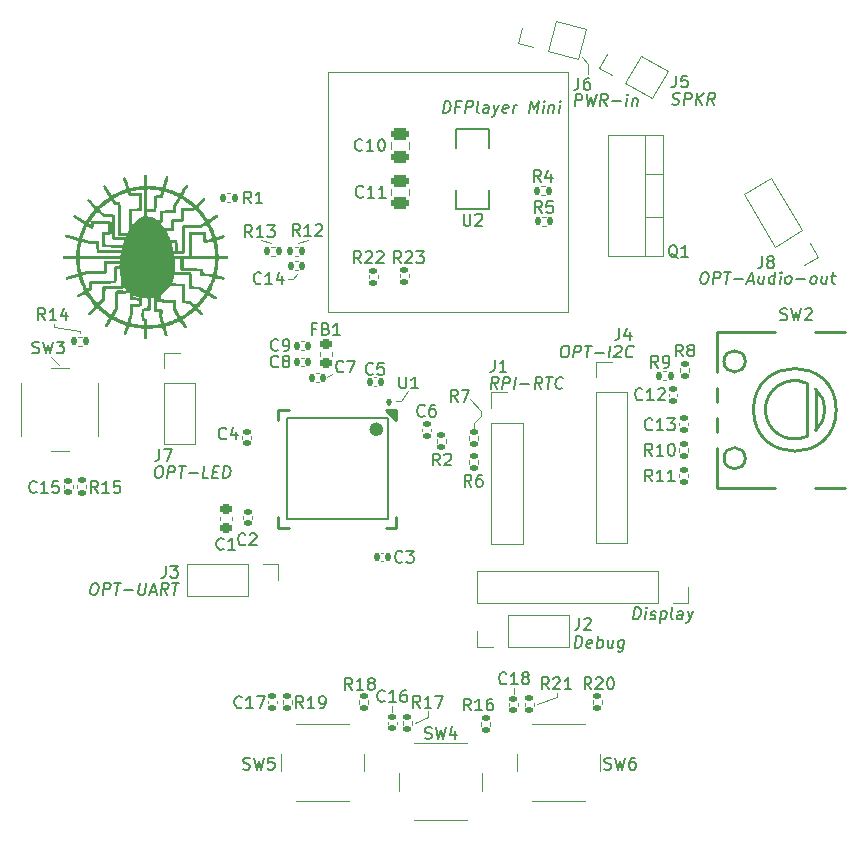
<source format=gto>
%TF.GenerationSoftware,KiCad,Pcbnew,8.0.4*%
%TF.CreationDate,2024-08-30T00:59:45+02:00*%
%TF.ProjectId,smartEggTimer,736d6172-7445-4676-9754-696d65722e6b,rev?*%
%TF.SameCoordinates,Original*%
%TF.FileFunction,Legend,Top*%
%TF.FilePolarity,Positive*%
%FSLAX46Y46*%
G04 Gerber Fmt 4.6, Leading zero omitted, Abs format (unit mm)*
G04 Created by KiCad (PCBNEW 8.0.4) date 2024-08-30 00:59:45*
%MOMM*%
%LPD*%
G01*
G04 APERTURE LIST*
G04 Aperture macros list*
%AMRoundRect*
0 Rectangle with rounded corners*
0 $1 Rounding radius*
0 $2 $3 $4 $5 $6 $7 $8 $9 X,Y pos of 4 corners*
0 Add a 4 corners polygon primitive as box body*
4,1,4,$2,$3,$4,$5,$6,$7,$8,$9,$2,$3,0*
0 Add four circle primitives for the rounded corners*
1,1,$1+$1,$2,$3*
1,1,$1+$1,$4,$5*
1,1,$1+$1,$6,$7*
1,1,$1+$1,$8,$9*
0 Add four rect primitives between the rounded corners*
20,1,$1+$1,$2,$3,$4,$5,0*
20,1,$1+$1,$4,$5,$6,$7,0*
20,1,$1+$1,$6,$7,$8,$9,0*
20,1,$1+$1,$8,$9,$2,$3,0*%
%AMHorizOval*
0 Thick line with rounded ends*
0 $1 width*
0 $2 $3 position (X,Y) of the first rounded end (center of the circle)*
0 $4 $5 position (X,Y) of the second rounded end (center of the circle)*
0 Add line between two ends*
20,1,$1,$2,$3,$4,$5,0*
0 Add two circle primitives to create the rounded ends*
1,1,$1,$2,$3*
1,1,$1,$4,$5*%
%AMRotRect*
0 Rectangle, with rotation*
0 The origin of the aperture is its center*
0 $1 length*
0 $2 width*
0 $3 Rotation angle, in degrees counterclockwise*
0 Add horizontal line*
21,1,$1,$2,0,0,$3*%
G04 Aperture macros list end*
%ADD10C,0.100000*%
%ADD11C,0.153000*%
%ADD12C,0.120000*%
%ADD13C,0.152500*%
%ADD14C,0.254000*%
%ADD15C,0.200000*%
%ADD16C,0.600000*%
%ADD17C,0.300000*%
%ADD18C,0.000000*%
%ADD19C,1.100000*%
%ADD20C,2.000000*%
%ADD21RoundRect,0.135000X0.185000X-0.135000X0.185000X0.135000X-0.185000X0.135000X-0.185000X-0.135000X0*%
%ADD22RoundRect,0.135000X-0.135000X-0.185000X0.135000X-0.185000X0.135000X0.185000X-0.135000X0.185000X0*%
%ADD23R,1.700000X1.700000*%
%ADD24O,1.700000X1.700000*%
%ADD25RoundRect,0.140000X-0.140000X-0.170000X0.140000X-0.170000X0.140000X0.170000X-0.140000X0.170000X0*%
%ADD26RoundRect,0.135000X-0.185000X0.135000X-0.185000X-0.135000X0.185000X-0.135000X0.185000X0.135000X0*%
%ADD27RoundRect,0.140000X0.140000X0.170000X-0.140000X0.170000X-0.140000X-0.170000X0.140000X-0.170000X0*%
%ADD28C,1.524000*%
%ADD29R,2.465000X1.050000*%
%ADD30R,2.465000X3.540000*%
%ADD31RoundRect,0.140000X-0.170000X0.140000X-0.170000X-0.140000X0.170000X-0.140000X0.170000X0.140000X0*%
%ADD32RoundRect,0.140000X0.170000X-0.140000X0.170000X0.140000X-0.170000X0.140000X-0.170000X-0.140000X0*%
%ADD33C,1.800000*%
%ADD34O,3.500000X3.300000*%
%ADD35O,0.300000X2.000000*%
%ADD36O,2.000000X0.300000*%
%ADD37C,4.300000*%
%ADD38RoundRect,0.250000X-0.475000X0.250000X-0.475000X-0.250000X0.475000X-0.250000X0.475000X0.250000X0*%
%ADD39RoundRect,0.135000X0.135000X0.185000X-0.135000X0.185000X-0.135000X-0.185000X0.135000X-0.185000X0*%
%ADD40RotRect,1.700000X1.700000X60.000000*%
%ADD41HorizOval,1.700000X0.000000X0.000000X0.000000X0.000000X0*%
%ADD42RotRect,1.700000X1.700000X211.000000*%
%ADD43HorizOval,1.700000X0.000000X0.000000X0.000000X0.000000X0*%
%ADD44R,2.000000X1.905000*%
%ADD45O,2.000000X1.905000*%
%ADD46RoundRect,0.225000X0.250000X-0.225000X0.250000X0.225000X-0.250000X0.225000X-0.250000X-0.225000X0*%
%ADD47RoundRect,0.218750X0.256250X-0.218750X0.256250X0.218750X-0.256250X0.218750X-0.256250X-0.218750X0*%
%ADD48RotRect,1.700000X1.700000X75.000000*%
%ADD49HorizOval,1.700000X0.000000X0.000000X0.000000X0.000000X0*%
%ADD50RoundRect,0.250000X0.475000X-0.250000X0.475000X0.250000X-0.475000X0.250000X-0.475000X-0.250000X0*%
%ADD51O,2.200000X3.500000*%
%ADD52R,1.500000X2.500000*%
%ADD53O,1.500000X2.500000*%
G04 APERTURE END LIST*
D10*
X87525000Y-88950000D02*
X87800000Y-88500000D01*
X88750000Y-85612500D02*
X87900000Y-85887500D01*
X67025000Y-95562500D02*
X67650000Y-96187500D01*
X102500000Y-99125000D02*
X103450000Y-100075000D01*
X102850000Y-101150000D02*
X102850000Y-101525000D01*
X67250000Y-92700000D02*
X67250000Y-92950000D01*
X67250000Y-92950000D02*
X69450000Y-93350000D01*
X98960000Y-125970000D02*
X98960000Y-125510000D01*
X87050000Y-88950000D02*
X87525000Y-88950000D01*
X103450000Y-100550000D02*
X102850000Y-101150000D01*
X84825000Y-85662500D02*
X85675000Y-85837500D01*
X97260000Y-98430000D02*
X96660000Y-99230000D01*
X69450000Y-93350000D02*
X69450000Y-93525000D01*
X112500000Y-70700000D02*
X111950000Y-70150000D01*
X98960000Y-125970000D02*
X97860000Y-126480000D01*
X103450000Y-100075000D02*
X103450000Y-100550000D01*
X90800000Y-97000000D02*
X90400000Y-97200000D01*
X112500000Y-71600000D02*
X112500000Y-70700000D01*
X109840000Y-124300000D02*
X108190000Y-124900000D01*
X96660000Y-99230000D02*
X96260000Y-99230000D01*
X95900000Y-125050000D02*
X95900000Y-125575000D01*
X109840000Y-124300000D02*
X109840000Y-123950000D01*
X106175000Y-124050000D02*
X106175000Y-123525000D01*
D11*
X100207799Y-74844663D02*
X100332799Y-73844663D01*
X100332799Y-73844663D02*
X100570895Y-73844663D01*
X100570895Y-73844663D02*
X100707799Y-73892282D01*
X100707799Y-73892282D02*
X100791133Y-73987520D01*
X100791133Y-73987520D02*
X100826847Y-74082758D01*
X100826847Y-74082758D02*
X100850657Y-74273234D01*
X100850657Y-74273234D02*
X100832799Y-74416091D01*
X100832799Y-74416091D02*
X100761371Y-74606567D01*
X100761371Y-74606567D02*
X100701847Y-74701805D01*
X100701847Y-74701805D02*
X100594704Y-74797044D01*
X100594704Y-74797044D02*
X100445895Y-74844663D01*
X100445895Y-74844663D02*
X100207799Y-74844663D01*
X101606609Y-74320853D02*
X101273276Y-74320853D01*
X101207799Y-74844663D02*
X101332799Y-73844663D01*
X101332799Y-73844663D02*
X101808990Y-73844663D01*
X102064942Y-74844663D02*
X102189942Y-73844663D01*
X102189942Y-73844663D02*
X102570895Y-73844663D01*
X102570895Y-73844663D02*
X102660180Y-73892282D01*
X102660180Y-73892282D02*
X102701847Y-73939901D01*
X102701847Y-73939901D02*
X102737561Y-74035139D01*
X102737561Y-74035139D02*
X102719704Y-74177996D01*
X102719704Y-74177996D02*
X102660180Y-74273234D01*
X102660180Y-74273234D02*
X102606609Y-74320853D01*
X102606609Y-74320853D02*
X102505419Y-74368472D01*
X102505419Y-74368472D02*
X102124466Y-74368472D01*
X103207800Y-74844663D02*
X103118514Y-74797044D01*
X103118514Y-74797044D02*
X103082800Y-74701805D01*
X103082800Y-74701805D02*
X103189942Y-73844663D01*
X104017324Y-74844663D02*
X104082800Y-74320853D01*
X104082800Y-74320853D02*
X104047086Y-74225615D01*
X104047086Y-74225615D02*
X103957800Y-74177996D01*
X103957800Y-74177996D02*
X103767324Y-74177996D01*
X103767324Y-74177996D02*
X103666133Y-74225615D01*
X104023276Y-74797044D02*
X103922086Y-74844663D01*
X103922086Y-74844663D02*
X103683990Y-74844663D01*
X103683990Y-74844663D02*
X103594705Y-74797044D01*
X103594705Y-74797044D02*
X103558990Y-74701805D01*
X103558990Y-74701805D02*
X103570895Y-74606567D01*
X103570895Y-74606567D02*
X103630419Y-74511329D01*
X103630419Y-74511329D02*
X103731610Y-74463710D01*
X103731610Y-74463710D02*
X103969705Y-74463710D01*
X103969705Y-74463710D02*
X104070895Y-74416091D01*
X104481610Y-74177996D02*
X104636372Y-74844663D01*
X104957800Y-74177996D02*
X104636372Y-74844663D01*
X104636372Y-74844663D02*
X104511372Y-75082758D01*
X104511372Y-75082758D02*
X104457800Y-75130377D01*
X104457800Y-75130377D02*
X104356610Y-75177996D01*
X105642324Y-74797044D02*
X105541134Y-74844663D01*
X105541134Y-74844663D02*
X105350657Y-74844663D01*
X105350657Y-74844663D02*
X105261372Y-74797044D01*
X105261372Y-74797044D02*
X105225657Y-74701805D01*
X105225657Y-74701805D02*
X105273277Y-74320853D01*
X105273277Y-74320853D02*
X105332800Y-74225615D01*
X105332800Y-74225615D02*
X105433991Y-74177996D01*
X105433991Y-74177996D02*
X105624467Y-74177996D01*
X105624467Y-74177996D02*
X105713753Y-74225615D01*
X105713753Y-74225615D02*
X105749467Y-74320853D01*
X105749467Y-74320853D02*
X105737562Y-74416091D01*
X105737562Y-74416091D02*
X105249467Y-74511329D01*
X106112562Y-74844663D02*
X106195896Y-74177996D01*
X106172086Y-74368472D02*
X106231610Y-74273234D01*
X106231610Y-74273234D02*
X106285181Y-74225615D01*
X106285181Y-74225615D02*
X106386372Y-74177996D01*
X106386372Y-74177996D02*
X106481610Y-74177996D01*
X107493515Y-74844663D02*
X107618515Y-73844663D01*
X107618515Y-73844663D02*
X107862563Y-74558948D01*
X107862563Y-74558948D02*
X108285182Y-73844663D01*
X108285182Y-73844663D02*
X108160182Y-74844663D01*
X108636372Y-74844663D02*
X108719706Y-74177996D01*
X108761372Y-73844663D02*
X108707801Y-73892282D01*
X108707801Y-73892282D02*
X108749468Y-73939901D01*
X108749468Y-73939901D02*
X108803039Y-73892282D01*
X108803039Y-73892282D02*
X108761372Y-73844663D01*
X108761372Y-73844663D02*
X108749468Y-73939901D01*
X109195896Y-74177996D02*
X109112562Y-74844663D01*
X109183991Y-74273234D02*
X109237562Y-74225615D01*
X109237562Y-74225615D02*
X109338753Y-74177996D01*
X109338753Y-74177996D02*
X109481610Y-74177996D01*
X109481610Y-74177996D02*
X109570896Y-74225615D01*
X109570896Y-74225615D02*
X109606610Y-74320853D01*
X109606610Y-74320853D02*
X109541134Y-74844663D01*
X110017324Y-74844663D02*
X110100658Y-74177996D01*
X110142324Y-73844663D02*
X110088753Y-73892282D01*
X110088753Y-73892282D02*
X110130420Y-73939901D01*
X110130420Y-73939901D02*
X110183991Y-73892282D01*
X110183991Y-73892282D02*
X110142324Y-73844663D01*
X110142324Y-73844663D02*
X110130420Y-73939901D01*
X122298276Y-88344663D02*
X122488752Y-88344663D01*
X122488752Y-88344663D02*
X122578037Y-88392282D01*
X122578037Y-88392282D02*
X122661371Y-88487520D01*
X122661371Y-88487520D02*
X122685180Y-88677996D01*
X122685180Y-88677996D02*
X122643514Y-89011329D01*
X122643514Y-89011329D02*
X122572085Y-89201805D01*
X122572085Y-89201805D02*
X122464942Y-89297044D01*
X122464942Y-89297044D02*
X122363752Y-89344663D01*
X122363752Y-89344663D02*
X122173276Y-89344663D01*
X122173276Y-89344663D02*
X122083990Y-89297044D01*
X122083990Y-89297044D02*
X122000657Y-89201805D01*
X122000657Y-89201805D02*
X121976847Y-89011329D01*
X121976847Y-89011329D02*
X122018514Y-88677996D01*
X122018514Y-88677996D02*
X122089942Y-88487520D01*
X122089942Y-88487520D02*
X122197085Y-88392282D01*
X122197085Y-88392282D02*
X122298276Y-88344663D01*
X123030418Y-89344663D02*
X123155418Y-88344663D01*
X123155418Y-88344663D02*
X123536371Y-88344663D01*
X123536371Y-88344663D02*
X123625656Y-88392282D01*
X123625656Y-88392282D02*
X123667323Y-88439901D01*
X123667323Y-88439901D02*
X123703037Y-88535139D01*
X123703037Y-88535139D02*
X123685180Y-88677996D01*
X123685180Y-88677996D02*
X123625656Y-88773234D01*
X123625656Y-88773234D02*
X123572085Y-88820853D01*
X123572085Y-88820853D02*
X123470895Y-88868472D01*
X123470895Y-88868472D02*
X123089942Y-88868472D01*
X124012561Y-88344663D02*
X124583990Y-88344663D01*
X124173276Y-89344663D02*
X124298276Y-88344663D01*
X124839942Y-88963710D02*
X125601847Y-88963710D01*
X126018514Y-89058948D02*
X126494704Y-89058948D01*
X125887561Y-89344663D02*
X126345895Y-88344663D01*
X126345895Y-88344663D02*
X126554228Y-89344663D01*
X127399466Y-88677996D02*
X127316133Y-89344663D01*
X126970895Y-88677996D02*
X126905419Y-89201805D01*
X126905419Y-89201805D02*
X126941133Y-89297044D01*
X126941133Y-89297044D02*
X127030419Y-89344663D01*
X127030419Y-89344663D02*
X127173276Y-89344663D01*
X127173276Y-89344663D02*
X127274466Y-89297044D01*
X127274466Y-89297044D02*
X127328038Y-89249424D01*
X128220895Y-89344663D02*
X128345895Y-88344663D01*
X128226847Y-89297044D02*
X128125657Y-89344663D01*
X128125657Y-89344663D02*
X127935181Y-89344663D01*
X127935181Y-89344663D02*
X127845895Y-89297044D01*
X127845895Y-89297044D02*
X127804228Y-89249424D01*
X127804228Y-89249424D02*
X127768514Y-89154186D01*
X127768514Y-89154186D02*
X127804228Y-88868472D01*
X127804228Y-88868472D02*
X127863752Y-88773234D01*
X127863752Y-88773234D02*
X127917323Y-88725615D01*
X127917323Y-88725615D02*
X128018514Y-88677996D01*
X128018514Y-88677996D02*
X128208990Y-88677996D01*
X128208990Y-88677996D02*
X128298276Y-88725615D01*
X128697085Y-89344663D02*
X128780419Y-88677996D01*
X128822085Y-88344663D02*
X128768514Y-88392282D01*
X128768514Y-88392282D02*
X128810181Y-88439901D01*
X128810181Y-88439901D02*
X128863752Y-88392282D01*
X128863752Y-88392282D02*
X128822085Y-88344663D01*
X128822085Y-88344663D02*
X128810181Y-88439901D01*
X129316133Y-89344663D02*
X129226847Y-89297044D01*
X129226847Y-89297044D02*
X129185180Y-89249424D01*
X129185180Y-89249424D02*
X129149466Y-89154186D01*
X129149466Y-89154186D02*
X129185180Y-88868472D01*
X129185180Y-88868472D02*
X129244704Y-88773234D01*
X129244704Y-88773234D02*
X129298275Y-88725615D01*
X129298275Y-88725615D02*
X129399466Y-88677996D01*
X129399466Y-88677996D02*
X129542323Y-88677996D01*
X129542323Y-88677996D02*
X129631609Y-88725615D01*
X129631609Y-88725615D02*
X129673275Y-88773234D01*
X129673275Y-88773234D02*
X129708990Y-88868472D01*
X129708990Y-88868472D02*
X129673275Y-89154186D01*
X129673275Y-89154186D02*
X129613752Y-89249424D01*
X129613752Y-89249424D02*
X129560180Y-89297044D01*
X129560180Y-89297044D02*
X129458990Y-89344663D01*
X129458990Y-89344663D02*
X129316133Y-89344663D01*
X130125656Y-88963710D02*
X130887561Y-88963710D01*
X131458990Y-89344663D02*
X131369704Y-89297044D01*
X131369704Y-89297044D02*
X131328037Y-89249424D01*
X131328037Y-89249424D02*
X131292323Y-89154186D01*
X131292323Y-89154186D02*
X131328037Y-88868472D01*
X131328037Y-88868472D02*
X131387561Y-88773234D01*
X131387561Y-88773234D02*
X131441132Y-88725615D01*
X131441132Y-88725615D02*
X131542323Y-88677996D01*
X131542323Y-88677996D02*
X131685180Y-88677996D01*
X131685180Y-88677996D02*
X131774466Y-88725615D01*
X131774466Y-88725615D02*
X131816132Y-88773234D01*
X131816132Y-88773234D02*
X131851847Y-88868472D01*
X131851847Y-88868472D02*
X131816132Y-89154186D01*
X131816132Y-89154186D02*
X131756609Y-89249424D01*
X131756609Y-89249424D02*
X131703037Y-89297044D01*
X131703037Y-89297044D02*
X131601847Y-89344663D01*
X131601847Y-89344663D02*
X131458990Y-89344663D01*
X132732799Y-88677996D02*
X132649466Y-89344663D01*
X132304228Y-88677996D02*
X132238752Y-89201805D01*
X132238752Y-89201805D02*
X132274466Y-89297044D01*
X132274466Y-89297044D02*
X132363752Y-89344663D01*
X132363752Y-89344663D02*
X132506609Y-89344663D01*
X132506609Y-89344663D02*
X132607799Y-89297044D01*
X132607799Y-89297044D02*
X132661371Y-89249424D01*
X133066133Y-88677996D02*
X133447085Y-88677996D01*
X133250656Y-88344663D02*
X133143514Y-89201805D01*
X133143514Y-89201805D02*
X133179228Y-89297044D01*
X133179228Y-89297044D02*
X133268514Y-89344663D01*
X133268514Y-89344663D02*
X133363752Y-89344663D01*
X111332799Y-74269663D02*
X111457799Y-73269663D01*
X111457799Y-73269663D02*
X111838752Y-73269663D01*
X111838752Y-73269663D02*
X111928037Y-73317282D01*
X111928037Y-73317282D02*
X111969704Y-73364901D01*
X111969704Y-73364901D02*
X112005418Y-73460139D01*
X112005418Y-73460139D02*
X111987561Y-73602996D01*
X111987561Y-73602996D02*
X111928037Y-73698234D01*
X111928037Y-73698234D02*
X111874466Y-73745853D01*
X111874466Y-73745853D02*
X111773276Y-73793472D01*
X111773276Y-73793472D02*
X111392323Y-73793472D01*
X112362561Y-73269663D02*
X112475657Y-74269663D01*
X112475657Y-74269663D02*
X112755418Y-73555377D01*
X112755418Y-73555377D02*
X112856609Y-74269663D01*
X112856609Y-74269663D02*
X113219704Y-73269663D01*
X114047085Y-74269663D02*
X113773275Y-73793472D01*
X113475656Y-74269663D02*
X113600656Y-73269663D01*
X113600656Y-73269663D02*
X113981609Y-73269663D01*
X113981609Y-73269663D02*
X114070894Y-73317282D01*
X114070894Y-73317282D02*
X114112561Y-73364901D01*
X114112561Y-73364901D02*
X114148275Y-73460139D01*
X114148275Y-73460139D02*
X114130418Y-73602996D01*
X114130418Y-73602996D02*
X114070894Y-73698234D01*
X114070894Y-73698234D02*
X114017323Y-73745853D01*
X114017323Y-73745853D02*
X113916133Y-73793472D01*
X113916133Y-73793472D02*
X113535180Y-73793472D01*
X114523275Y-73888710D02*
X115285180Y-73888710D01*
X115713751Y-74269663D02*
X115797085Y-73602996D01*
X115838751Y-73269663D02*
X115785180Y-73317282D01*
X115785180Y-73317282D02*
X115826847Y-73364901D01*
X115826847Y-73364901D02*
X115880418Y-73317282D01*
X115880418Y-73317282D02*
X115838751Y-73269663D01*
X115838751Y-73269663D02*
X115826847Y-73364901D01*
X116273275Y-73602996D02*
X116189941Y-74269663D01*
X116261370Y-73698234D02*
X116314941Y-73650615D01*
X116314941Y-73650615D02*
X116416132Y-73602996D01*
X116416132Y-73602996D02*
X116558989Y-73602996D01*
X116558989Y-73602996D02*
X116648275Y-73650615D01*
X116648275Y-73650615D02*
X116683989Y-73745853D01*
X116683989Y-73745853D02*
X116618513Y-74269663D01*
X76123276Y-104764663D02*
X76313752Y-104764663D01*
X76313752Y-104764663D02*
X76403037Y-104812282D01*
X76403037Y-104812282D02*
X76486371Y-104907520D01*
X76486371Y-104907520D02*
X76510180Y-105097996D01*
X76510180Y-105097996D02*
X76468514Y-105431329D01*
X76468514Y-105431329D02*
X76397085Y-105621805D01*
X76397085Y-105621805D02*
X76289942Y-105717044D01*
X76289942Y-105717044D02*
X76188752Y-105764663D01*
X76188752Y-105764663D02*
X75998276Y-105764663D01*
X75998276Y-105764663D02*
X75908990Y-105717044D01*
X75908990Y-105717044D02*
X75825657Y-105621805D01*
X75825657Y-105621805D02*
X75801847Y-105431329D01*
X75801847Y-105431329D02*
X75843514Y-105097996D01*
X75843514Y-105097996D02*
X75914942Y-104907520D01*
X75914942Y-104907520D02*
X76022085Y-104812282D01*
X76022085Y-104812282D02*
X76123276Y-104764663D01*
X76855418Y-105764663D02*
X76980418Y-104764663D01*
X76980418Y-104764663D02*
X77361371Y-104764663D01*
X77361371Y-104764663D02*
X77450656Y-104812282D01*
X77450656Y-104812282D02*
X77492323Y-104859901D01*
X77492323Y-104859901D02*
X77528037Y-104955139D01*
X77528037Y-104955139D02*
X77510180Y-105097996D01*
X77510180Y-105097996D02*
X77450656Y-105193234D01*
X77450656Y-105193234D02*
X77397085Y-105240853D01*
X77397085Y-105240853D02*
X77295895Y-105288472D01*
X77295895Y-105288472D02*
X76914942Y-105288472D01*
X77837561Y-104764663D02*
X78408990Y-104764663D01*
X77998276Y-105764663D02*
X78123276Y-104764663D01*
X78664942Y-105383710D02*
X79426847Y-105383710D01*
X80331609Y-105764663D02*
X79855418Y-105764663D01*
X79855418Y-105764663D02*
X79980418Y-104764663D01*
X80730419Y-105240853D02*
X81063752Y-105240853D01*
X81141133Y-105764663D02*
X80664942Y-105764663D01*
X80664942Y-105764663D02*
X80789942Y-104764663D01*
X80789942Y-104764663D02*
X81266133Y-104764663D01*
X81569704Y-105764663D02*
X81694704Y-104764663D01*
X81694704Y-104764663D02*
X81932800Y-104764663D01*
X81932800Y-104764663D02*
X82069704Y-104812282D01*
X82069704Y-104812282D02*
X82153038Y-104907520D01*
X82153038Y-104907520D02*
X82188752Y-105002758D01*
X82188752Y-105002758D02*
X82212562Y-105193234D01*
X82212562Y-105193234D02*
X82194704Y-105336091D01*
X82194704Y-105336091D02*
X82123276Y-105526567D01*
X82123276Y-105526567D02*
X82063752Y-105621805D01*
X82063752Y-105621805D02*
X81956609Y-105717044D01*
X81956609Y-105717044D02*
X81807800Y-105764663D01*
X81807800Y-105764663D02*
X81569704Y-105764663D01*
X110498276Y-94569663D02*
X110688752Y-94569663D01*
X110688752Y-94569663D02*
X110778037Y-94617282D01*
X110778037Y-94617282D02*
X110861371Y-94712520D01*
X110861371Y-94712520D02*
X110885180Y-94902996D01*
X110885180Y-94902996D02*
X110843514Y-95236329D01*
X110843514Y-95236329D02*
X110772085Y-95426805D01*
X110772085Y-95426805D02*
X110664942Y-95522044D01*
X110664942Y-95522044D02*
X110563752Y-95569663D01*
X110563752Y-95569663D02*
X110373276Y-95569663D01*
X110373276Y-95569663D02*
X110283990Y-95522044D01*
X110283990Y-95522044D02*
X110200657Y-95426805D01*
X110200657Y-95426805D02*
X110176847Y-95236329D01*
X110176847Y-95236329D02*
X110218514Y-94902996D01*
X110218514Y-94902996D02*
X110289942Y-94712520D01*
X110289942Y-94712520D02*
X110397085Y-94617282D01*
X110397085Y-94617282D02*
X110498276Y-94569663D01*
X111230418Y-95569663D02*
X111355418Y-94569663D01*
X111355418Y-94569663D02*
X111736371Y-94569663D01*
X111736371Y-94569663D02*
X111825656Y-94617282D01*
X111825656Y-94617282D02*
X111867323Y-94664901D01*
X111867323Y-94664901D02*
X111903037Y-94760139D01*
X111903037Y-94760139D02*
X111885180Y-94902996D01*
X111885180Y-94902996D02*
X111825656Y-94998234D01*
X111825656Y-94998234D02*
X111772085Y-95045853D01*
X111772085Y-95045853D02*
X111670895Y-95093472D01*
X111670895Y-95093472D02*
X111289942Y-95093472D01*
X112212561Y-94569663D02*
X112783990Y-94569663D01*
X112373276Y-95569663D02*
X112498276Y-94569663D01*
X113039942Y-95188710D02*
X113801847Y-95188710D01*
X114230418Y-95569663D02*
X114355418Y-94569663D01*
X114772085Y-94664901D02*
X114825656Y-94617282D01*
X114825656Y-94617282D02*
X114926846Y-94569663D01*
X114926846Y-94569663D02*
X115164942Y-94569663D01*
X115164942Y-94569663D02*
X115254227Y-94617282D01*
X115254227Y-94617282D02*
X115295894Y-94664901D01*
X115295894Y-94664901D02*
X115331608Y-94760139D01*
X115331608Y-94760139D02*
X115319704Y-94855377D01*
X115319704Y-94855377D02*
X115254227Y-94998234D01*
X115254227Y-94998234D02*
X114611370Y-95569663D01*
X114611370Y-95569663D02*
X115230418Y-95569663D01*
X116242323Y-95474424D02*
X116188751Y-95522044D01*
X116188751Y-95522044D02*
X116039942Y-95569663D01*
X116039942Y-95569663D02*
X115944704Y-95569663D01*
X115944704Y-95569663D02*
X115807799Y-95522044D01*
X115807799Y-95522044D02*
X115724466Y-95426805D01*
X115724466Y-95426805D02*
X115688751Y-95331567D01*
X115688751Y-95331567D02*
X115664942Y-95141091D01*
X115664942Y-95141091D02*
X115682799Y-94998234D01*
X115682799Y-94998234D02*
X115754227Y-94807758D01*
X115754227Y-94807758D02*
X115813751Y-94712520D01*
X115813751Y-94712520D02*
X115920894Y-94617282D01*
X115920894Y-94617282D02*
X116069704Y-94569663D01*
X116069704Y-94569663D02*
X116164942Y-94569663D01*
X116164942Y-94569663D02*
X116301847Y-94617282D01*
X116301847Y-94617282D02*
X116343513Y-94664901D01*
X70648276Y-114669663D02*
X70838752Y-114669663D01*
X70838752Y-114669663D02*
X70928037Y-114717282D01*
X70928037Y-114717282D02*
X71011371Y-114812520D01*
X71011371Y-114812520D02*
X71035180Y-115002996D01*
X71035180Y-115002996D02*
X70993514Y-115336329D01*
X70993514Y-115336329D02*
X70922085Y-115526805D01*
X70922085Y-115526805D02*
X70814942Y-115622044D01*
X70814942Y-115622044D02*
X70713752Y-115669663D01*
X70713752Y-115669663D02*
X70523276Y-115669663D01*
X70523276Y-115669663D02*
X70433990Y-115622044D01*
X70433990Y-115622044D02*
X70350657Y-115526805D01*
X70350657Y-115526805D02*
X70326847Y-115336329D01*
X70326847Y-115336329D02*
X70368514Y-115002996D01*
X70368514Y-115002996D02*
X70439942Y-114812520D01*
X70439942Y-114812520D02*
X70547085Y-114717282D01*
X70547085Y-114717282D02*
X70648276Y-114669663D01*
X71380418Y-115669663D02*
X71505418Y-114669663D01*
X71505418Y-114669663D02*
X71886371Y-114669663D01*
X71886371Y-114669663D02*
X71975656Y-114717282D01*
X71975656Y-114717282D02*
X72017323Y-114764901D01*
X72017323Y-114764901D02*
X72053037Y-114860139D01*
X72053037Y-114860139D02*
X72035180Y-115002996D01*
X72035180Y-115002996D02*
X71975656Y-115098234D01*
X71975656Y-115098234D02*
X71922085Y-115145853D01*
X71922085Y-115145853D02*
X71820895Y-115193472D01*
X71820895Y-115193472D02*
X71439942Y-115193472D01*
X72362561Y-114669663D02*
X72933990Y-114669663D01*
X72523276Y-115669663D02*
X72648276Y-114669663D01*
X73189942Y-115288710D02*
X73951847Y-115288710D01*
X74505418Y-114669663D02*
X74404228Y-115479186D01*
X74404228Y-115479186D02*
X74439942Y-115574424D01*
X74439942Y-115574424D02*
X74481609Y-115622044D01*
X74481609Y-115622044D02*
X74570895Y-115669663D01*
X74570895Y-115669663D02*
X74761371Y-115669663D01*
X74761371Y-115669663D02*
X74862561Y-115622044D01*
X74862561Y-115622044D02*
X74916133Y-115574424D01*
X74916133Y-115574424D02*
X74975656Y-115479186D01*
X74975656Y-115479186D02*
X75076847Y-114669663D01*
X75416133Y-115383948D02*
X75892323Y-115383948D01*
X75285180Y-115669663D02*
X75743514Y-114669663D01*
X75743514Y-114669663D02*
X75951847Y-115669663D01*
X76856609Y-115669663D02*
X76582799Y-115193472D01*
X76285180Y-115669663D02*
X76410180Y-114669663D01*
X76410180Y-114669663D02*
X76791133Y-114669663D01*
X76791133Y-114669663D02*
X76880418Y-114717282D01*
X76880418Y-114717282D02*
X76922085Y-114764901D01*
X76922085Y-114764901D02*
X76957799Y-114860139D01*
X76957799Y-114860139D02*
X76939942Y-115002996D01*
X76939942Y-115002996D02*
X76880418Y-115098234D01*
X76880418Y-115098234D02*
X76826847Y-115145853D01*
X76826847Y-115145853D02*
X76725657Y-115193472D01*
X76725657Y-115193472D02*
X76344704Y-115193472D01*
X77267323Y-114669663D02*
X77838752Y-114669663D01*
X77428038Y-115669663D02*
X77553038Y-114669663D01*
X104804228Y-98219663D02*
X104530418Y-97743472D01*
X104232799Y-98219663D02*
X104357799Y-97219663D01*
X104357799Y-97219663D02*
X104738752Y-97219663D01*
X104738752Y-97219663D02*
X104828037Y-97267282D01*
X104828037Y-97267282D02*
X104869704Y-97314901D01*
X104869704Y-97314901D02*
X104905418Y-97410139D01*
X104905418Y-97410139D02*
X104887561Y-97552996D01*
X104887561Y-97552996D02*
X104828037Y-97648234D01*
X104828037Y-97648234D02*
X104774466Y-97695853D01*
X104774466Y-97695853D02*
X104673276Y-97743472D01*
X104673276Y-97743472D02*
X104292323Y-97743472D01*
X105232799Y-98219663D02*
X105357799Y-97219663D01*
X105357799Y-97219663D02*
X105738752Y-97219663D01*
X105738752Y-97219663D02*
X105828037Y-97267282D01*
X105828037Y-97267282D02*
X105869704Y-97314901D01*
X105869704Y-97314901D02*
X105905418Y-97410139D01*
X105905418Y-97410139D02*
X105887561Y-97552996D01*
X105887561Y-97552996D02*
X105828037Y-97648234D01*
X105828037Y-97648234D02*
X105774466Y-97695853D01*
X105774466Y-97695853D02*
X105673276Y-97743472D01*
X105673276Y-97743472D02*
X105292323Y-97743472D01*
X106232799Y-98219663D02*
X106357799Y-97219663D01*
X106756608Y-97838710D02*
X107518513Y-97838710D01*
X108518513Y-98219663D02*
X108244703Y-97743472D01*
X107947084Y-98219663D02*
X108072084Y-97219663D01*
X108072084Y-97219663D02*
X108453037Y-97219663D01*
X108453037Y-97219663D02*
X108542322Y-97267282D01*
X108542322Y-97267282D02*
X108583989Y-97314901D01*
X108583989Y-97314901D02*
X108619703Y-97410139D01*
X108619703Y-97410139D02*
X108601846Y-97552996D01*
X108601846Y-97552996D02*
X108542322Y-97648234D01*
X108542322Y-97648234D02*
X108488751Y-97695853D01*
X108488751Y-97695853D02*
X108387561Y-97743472D01*
X108387561Y-97743472D02*
X108006608Y-97743472D01*
X108929227Y-97219663D02*
X109500656Y-97219663D01*
X109089942Y-98219663D02*
X109214942Y-97219663D01*
X110292323Y-98124424D02*
X110238751Y-98172044D01*
X110238751Y-98172044D02*
X110089942Y-98219663D01*
X110089942Y-98219663D02*
X109994704Y-98219663D01*
X109994704Y-98219663D02*
X109857799Y-98172044D01*
X109857799Y-98172044D02*
X109774466Y-98076805D01*
X109774466Y-98076805D02*
X109738751Y-97981567D01*
X109738751Y-97981567D02*
X109714942Y-97791091D01*
X109714942Y-97791091D02*
X109732799Y-97648234D01*
X109732799Y-97648234D02*
X109804227Y-97457758D01*
X109804227Y-97457758D02*
X109863751Y-97362520D01*
X109863751Y-97362520D02*
X109970894Y-97267282D01*
X109970894Y-97267282D02*
X110119704Y-97219663D01*
X110119704Y-97219663D02*
X110214942Y-97219663D01*
X110214942Y-97219663D02*
X110351847Y-97267282D01*
X110351847Y-97267282D02*
X110393513Y-97314901D01*
X119591133Y-74122044D02*
X119728037Y-74169663D01*
X119728037Y-74169663D02*
X119966133Y-74169663D01*
X119966133Y-74169663D02*
X120067323Y-74122044D01*
X120067323Y-74122044D02*
X120120895Y-74074424D01*
X120120895Y-74074424D02*
X120180418Y-73979186D01*
X120180418Y-73979186D02*
X120192323Y-73883948D01*
X120192323Y-73883948D02*
X120156609Y-73788710D01*
X120156609Y-73788710D02*
X120114942Y-73741091D01*
X120114942Y-73741091D02*
X120025657Y-73693472D01*
X120025657Y-73693472D02*
X119841133Y-73645853D01*
X119841133Y-73645853D02*
X119751847Y-73598234D01*
X119751847Y-73598234D02*
X119710180Y-73550615D01*
X119710180Y-73550615D02*
X119674466Y-73455377D01*
X119674466Y-73455377D02*
X119686371Y-73360139D01*
X119686371Y-73360139D02*
X119745895Y-73264901D01*
X119745895Y-73264901D02*
X119799466Y-73217282D01*
X119799466Y-73217282D02*
X119900657Y-73169663D01*
X119900657Y-73169663D02*
X120138752Y-73169663D01*
X120138752Y-73169663D02*
X120275657Y-73217282D01*
X120585180Y-74169663D02*
X120710180Y-73169663D01*
X120710180Y-73169663D02*
X121091133Y-73169663D01*
X121091133Y-73169663D02*
X121180418Y-73217282D01*
X121180418Y-73217282D02*
X121222085Y-73264901D01*
X121222085Y-73264901D02*
X121257799Y-73360139D01*
X121257799Y-73360139D02*
X121239942Y-73502996D01*
X121239942Y-73502996D02*
X121180418Y-73598234D01*
X121180418Y-73598234D02*
X121126847Y-73645853D01*
X121126847Y-73645853D02*
X121025657Y-73693472D01*
X121025657Y-73693472D02*
X120644704Y-73693472D01*
X121585180Y-74169663D02*
X121710180Y-73169663D01*
X122156609Y-74169663D02*
X121799466Y-73598234D01*
X122281609Y-73169663D02*
X121638752Y-73741091D01*
X123156609Y-74169663D02*
X122882799Y-73693472D01*
X122585180Y-74169663D02*
X122710180Y-73169663D01*
X122710180Y-73169663D02*
X123091133Y-73169663D01*
X123091133Y-73169663D02*
X123180418Y-73217282D01*
X123180418Y-73217282D02*
X123222085Y-73264901D01*
X123222085Y-73264901D02*
X123257799Y-73360139D01*
X123257799Y-73360139D02*
X123239942Y-73502996D01*
X123239942Y-73502996D02*
X123180418Y-73598234D01*
X123180418Y-73598234D02*
X123126847Y-73645853D01*
X123126847Y-73645853D02*
X123025657Y-73693472D01*
X123025657Y-73693472D02*
X122644704Y-73693472D01*
X111357799Y-120144663D02*
X111482799Y-119144663D01*
X111482799Y-119144663D02*
X111720895Y-119144663D01*
X111720895Y-119144663D02*
X111857799Y-119192282D01*
X111857799Y-119192282D02*
X111941133Y-119287520D01*
X111941133Y-119287520D02*
X111976847Y-119382758D01*
X111976847Y-119382758D02*
X112000657Y-119573234D01*
X112000657Y-119573234D02*
X111982799Y-119716091D01*
X111982799Y-119716091D02*
X111911371Y-119906567D01*
X111911371Y-119906567D02*
X111851847Y-120001805D01*
X111851847Y-120001805D02*
X111744704Y-120097044D01*
X111744704Y-120097044D02*
X111595895Y-120144663D01*
X111595895Y-120144663D02*
X111357799Y-120144663D01*
X112744704Y-120097044D02*
X112643514Y-120144663D01*
X112643514Y-120144663D02*
X112453037Y-120144663D01*
X112453037Y-120144663D02*
X112363752Y-120097044D01*
X112363752Y-120097044D02*
X112328037Y-120001805D01*
X112328037Y-120001805D02*
X112375657Y-119620853D01*
X112375657Y-119620853D02*
X112435180Y-119525615D01*
X112435180Y-119525615D02*
X112536371Y-119477996D01*
X112536371Y-119477996D02*
X112726847Y-119477996D01*
X112726847Y-119477996D02*
X112816133Y-119525615D01*
X112816133Y-119525615D02*
X112851847Y-119620853D01*
X112851847Y-119620853D02*
X112839942Y-119716091D01*
X112839942Y-119716091D02*
X112351847Y-119811329D01*
X113214942Y-120144663D02*
X113339942Y-119144663D01*
X113292323Y-119525615D02*
X113393514Y-119477996D01*
X113393514Y-119477996D02*
X113583990Y-119477996D01*
X113583990Y-119477996D02*
X113673276Y-119525615D01*
X113673276Y-119525615D02*
X113714942Y-119573234D01*
X113714942Y-119573234D02*
X113750657Y-119668472D01*
X113750657Y-119668472D02*
X113714942Y-119954186D01*
X113714942Y-119954186D02*
X113655419Y-120049424D01*
X113655419Y-120049424D02*
X113601847Y-120097044D01*
X113601847Y-120097044D02*
X113500657Y-120144663D01*
X113500657Y-120144663D02*
X113310180Y-120144663D01*
X113310180Y-120144663D02*
X113220895Y-120097044D01*
X114631609Y-119477996D02*
X114548276Y-120144663D01*
X114203038Y-119477996D02*
X114137562Y-120001805D01*
X114137562Y-120001805D02*
X114173276Y-120097044D01*
X114173276Y-120097044D02*
X114262562Y-120144663D01*
X114262562Y-120144663D02*
X114405419Y-120144663D01*
X114405419Y-120144663D02*
X114506609Y-120097044D01*
X114506609Y-120097044D02*
X114560181Y-120049424D01*
X115536371Y-119477996D02*
X115435181Y-120287520D01*
X115435181Y-120287520D02*
X115375657Y-120382758D01*
X115375657Y-120382758D02*
X115322085Y-120430377D01*
X115322085Y-120430377D02*
X115220895Y-120477996D01*
X115220895Y-120477996D02*
X115078038Y-120477996D01*
X115078038Y-120477996D02*
X114988752Y-120430377D01*
X115458990Y-120097044D02*
X115357800Y-120144663D01*
X115357800Y-120144663D02*
X115167324Y-120144663D01*
X115167324Y-120144663D02*
X115078038Y-120097044D01*
X115078038Y-120097044D02*
X115036371Y-120049424D01*
X115036371Y-120049424D02*
X115000657Y-119954186D01*
X115000657Y-119954186D02*
X115036371Y-119668472D01*
X115036371Y-119668472D02*
X115095895Y-119573234D01*
X115095895Y-119573234D02*
X115149466Y-119525615D01*
X115149466Y-119525615D02*
X115250657Y-119477996D01*
X115250657Y-119477996D02*
X115441133Y-119477996D01*
X115441133Y-119477996D02*
X115530419Y-119525615D01*
X116307799Y-117719663D02*
X116432799Y-116719663D01*
X116432799Y-116719663D02*
X116670895Y-116719663D01*
X116670895Y-116719663D02*
X116807799Y-116767282D01*
X116807799Y-116767282D02*
X116891133Y-116862520D01*
X116891133Y-116862520D02*
X116926847Y-116957758D01*
X116926847Y-116957758D02*
X116950657Y-117148234D01*
X116950657Y-117148234D02*
X116932799Y-117291091D01*
X116932799Y-117291091D02*
X116861371Y-117481567D01*
X116861371Y-117481567D02*
X116801847Y-117576805D01*
X116801847Y-117576805D02*
X116694704Y-117672044D01*
X116694704Y-117672044D02*
X116545895Y-117719663D01*
X116545895Y-117719663D02*
X116307799Y-117719663D01*
X117307799Y-117719663D02*
X117391133Y-117052996D01*
X117432799Y-116719663D02*
X117379228Y-116767282D01*
X117379228Y-116767282D02*
X117420895Y-116814901D01*
X117420895Y-116814901D02*
X117474466Y-116767282D01*
X117474466Y-116767282D02*
X117432799Y-116719663D01*
X117432799Y-116719663D02*
X117420895Y-116814901D01*
X117742323Y-117672044D02*
X117831608Y-117719663D01*
X117831608Y-117719663D02*
X118022085Y-117719663D01*
X118022085Y-117719663D02*
X118123275Y-117672044D01*
X118123275Y-117672044D02*
X118182799Y-117576805D01*
X118182799Y-117576805D02*
X118188751Y-117529186D01*
X118188751Y-117529186D02*
X118153037Y-117433948D01*
X118153037Y-117433948D02*
X118063751Y-117386329D01*
X118063751Y-117386329D02*
X117920894Y-117386329D01*
X117920894Y-117386329D02*
X117831608Y-117338710D01*
X117831608Y-117338710D02*
X117795894Y-117243472D01*
X117795894Y-117243472D02*
X117801847Y-117195853D01*
X117801847Y-117195853D02*
X117861370Y-117100615D01*
X117861370Y-117100615D02*
X117962561Y-117052996D01*
X117962561Y-117052996D02*
X118105418Y-117052996D01*
X118105418Y-117052996D02*
X118194704Y-117100615D01*
X118676847Y-117052996D02*
X118551847Y-118052996D01*
X118670894Y-117100615D02*
X118772085Y-117052996D01*
X118772085Y-117052996D02*
X118962561Y-117052996D01*
X118962561Y-117052996D02*
X119051847Y-117100615D01*
X119051847Y-117100615D02*
X119093513Y-117148234D01*
X119093513Y-117148234D02*
X119129228Y-117243472D01*
X119129228Y-117243472D02*
X119093513Y-117529186D01*
X119093513Y-117529186D02*
X119033990Y-117624424D01*
X119033990Y-117624424D02*
X118980418Y-117672044D01*
X118980418Y-117672044D02*
X118879228Y-117719663D01*
X118879228Y-117719663D02*
X118688751Y-117719663D01*
X118688751Y-117719663D02*
X118599466Y-117672044D01*
X119641133Y-117719663D02*
X119551847Y-117672044D01*
X119551847Y-117672044D02*
X119516133Y-117576805D01*
X119516133Y-117576805D02*
X119623275Y-116719663D01*
X120450657Y-117719663D02*
X120516133Y-117195853D01*
X120516133Y-117195853D02*
X120480419Y-117100615D01*
X120480419Y-117100615D02*
X120391133Y-117052996D01*
X120391133Y-117052996D02*
X120200657Y-117052996D01*
X120200657Y-117052996D02*
X120099466Y-117100615D01*
X120456609Y-117672044D02*
X120355419Y-117719663D01*
X120355419Y-117719663D02*
X120117323Y-117719663D01*
X120117323Y-117719663D02*
X120028038Y-117672044D01*
X120028038Y-117672044D02*
X119992323Y-117576805D01*
X119992323Y-117576805D02*
X120004228Y-117481567D01*
X120004228Y-117481567D02*
X120063752Y-117386329D01*
X120063752Y-117386329D02*
X120164943Y-117338710D01*
X120164943Y-117338710D02*
X120403038Y-117338710D01*
X120403038Y-117338710D02*
X120504228Y-117291091D01*
X120914943Y-117052996D02*
X121069705Y-117719663D01*
X121391133Y-117052996D02*
X121069705Y-117719663D01*
X121069705Y-117719663D02*
X120944705Y-117957758D01*
X120944705Y-117957758D02*
X120891133Y-118005377D01*
X120891133Y-118005377D02*
X120789943Y-118052996D01*
X113866667Y-130407044D02*
X114009524Y-130454663D01*
X114009524Y-130454663D02*
X114247619Y-130454663D01*
X114247619Y-130454663D02*
X114342857Y-130407044D01*
X114342857Y-130407044D02*
X114390476Y-130359424D01*
X114390476Y-130359424D02*
X114438095Y-130264186D01*
X114438095Y-130264186D02*
X114438095Y-130168948D01*
X114438095Y-130168948D02*
X114390476Y-130073710D01*
X114390476Y-130073710D02*
X114342857Y-130026091D01*
X114342857Y-130026091D02*
X114247619Y-129978472D01*
X114247619Y-129978472D02*
X114057143Y-129930853D01*
X114057143Y-129930853D02*
X113961905Y-129883234D01*
X113961905Y-129883234D02*
X113914286Y-129835615D01*
X113914286Y-129835615D02*
X113866667Y-129740377D01*
X113866667Y-129740377D02*
X113866667Y-129645139D01*
X113866667Y-129645139D02*
X113914286Y-129549901D01*
X113914286Y-129549901D02*
X113961905Y-129502282D01*
X113961905Y-129502282D02*
X114057143Y-129454663D01*
X114057143Y-129454663D02*
X114295238Y-129454663D01*
X114295238Y-129454663D02*
X114438095Y-129502282D01*
X114771429Y-129454663D02*
X115009524Y-130454663D01*
X115009524Y-130454663D02*
X115200000Y-129740377D01*
X115200000Y-129740377D02*
X115390476Y-130454663D01*
X115390476Y-130454663D02*
X115628572Y-129454663D01*
X116438095Y-129454663D02*
X116247619Y-129454663D01*
X116247619Y-129454663D02*
X116152381Y-129502282D01*
X116152381Y-129502282D02*
X116104762Y-129549901D01*
X116104762Y-129549901D02*
X116009524Y-129692758D01*
X116009524Y-129692758D02*
X115961905Y-129883234D01*
X115961905Y-129883234D02*
X115961905Y-130264186D01*
X115961905Y-130264186D02*
X116009524Y-130359424D01*
X116009524Y-130359424D02*
X116057143Y-130407044D01*
X116057143Y-130407044D02*
X116152381Y-130454663D01*
X116152381Y-130454663D02*
X116342857Y-130454663D01*
X116342857Y-130454663D02*
X116438095Y-130407044D01*
X116438095Y-130407044D02*
X116485714Y-130359424D01*
X116485714Y-130359424D02*
X116533333Y-130264186D01*
X116533333Y-130264186D02*
X116533333Y-130026091D01*
X116533333Y-130026091D02*
X116485714Y-129930853D01*
X116485714Y-129930853D02*
X116438095Y-129883234D01*
X116438095Y-129883234D02*
X116342857Y-129835615D01*
X116342857Y-129835615D02*
X116152381Y-129835615D01*
X116152381Y-129835615D02*
X116057143Y-129883234D01*
X116057143Y-129883234D02*
X116009524Y-129930853D01*
X116009524Y-129930853D02*
X115961905Y-130026091D01*
X117907142Y-106054663D02*
X117573809Y-105578472D01*
X117335714Y-106054663D02*
X117335714Y-105054663D01*
X117335714Y-105054663D02*
X117716666Y-105054663D01*
X117716666Y-105054663D02*
X117811904Y-105102282D01*
X117811904Y-105102282D02*
X117859523Y-105149901D01*
X117859523Y-105149901D02*
X117907142Y-105245139D01*
X117907142Y-105245139D02*
X117907142Y-105387996D01*
X117907142Y-105387996D02*
X117859523Y-105483234D01*
X117859523Y-105483234D02*
X117811904Y-105530853D01*
X117811904Y-105530853D02*
X117716666Y-105578472D01*
X117716666Y-105578472D02*
X117335714Y-105578472D01*
X118859523Y-106054663D02*
X118288095Y-106054663D01*
X118573809Y-106054663D02*
X118573809Y-105054663D01*
X118573809Y-105054663D02*
X118478571Y-105197520D01*
X118478571Y-105197520D02*
X118383333Y-105292758D01*
X118383333Y-105292758D02*
X118288095Y-105340377D01*
X119811904Y-106054663D02*
X119240476Y-106054663D01*
X119526190Y-106054663D02*
X119526190Y-105054663D01*
X119526190Y-105054663D02*
X119430952Y-105197520D01*
X119430952Y-105197520D02*
X119335714Y-105292758D01*
X119335714Y-105292758D02*
X119240476Y-105340377D01*
X88082142Y-85279663D02*
X87748809Y-84803472D01*
X87510714Y-85279663D02*
X87510714Y-84279663D01*
X87510714Y-84279663D02*
X87891666Y-84279663D01*
X87891666Y-84279663D02*
X87986904Y-84327282D01*
X87986904Y-84327282D02*
X88034523Y-84374901D01*
X88034523Y-84374901D02*
X88082142Y-84470139D01*
X88082142Y-84470139D02*
X88082142Y-84612996D01*
X88082142Y-84612996D02*
X88034523Y-84708234D01*
X88034523Y-84708234D02*
X87986904Y-84755853D01*
X87986904Y-84755853D02*
X87891666Y-84803472D01*
X87891666Y-84803472D02*
X87510714Y-84803472D01*
X89034523Y-85279663D02*
X88463095Y-85279663D01*
X88748809Y-85279663D02*
X88748809Y-84279663D01*
X88748809Y-84279663D02*
X88653571Y-84422520D01*
X88653571Y-84422520D02*
X88558333Y-84517758D01*
X88558333Y-84517758D02*
X88463095Y-84565377D01*
X89415476Y-84374901D02*
X89463095Y-84327282D01*
X89463095Y-84327282D02*
X89558333Y-84279663D01*
X89558333Y-84279663D02*
X89796428Y-84279663D01*
X89796428Y-84279663D02*
X89891666Y-84327282D01*
X89891666Y-84327282D02*
X89939285Y-84374901D01*
X89939285Y-84374901D02*
X89986904Y-84470139D01*
X89986904Y-84470139D02*
X89986904Y-84565377D01*
X89986904Y-84565377D02*
X89939285Y-84708234D01*
X89939285Y-84708234D02*
X89367857Y-85279663D01*
X89367857Y-85279663D02*
X89986904Y-85279663D01*
X76191666Y-103304663D02*
X76191666Y-104018948D01*
X76191666Y-104018948D02*
X76144047Y-104161805D01*
X76144047Y-104161805D02*
X76048809Y-104257044D01*
X76048809Y-104257044D02*
X75905952Y-104304663D01*
X75905952Y-104304663D02*
X75810714Y-104304663D01*
X76572619Y-103304663D02*
X77239285Y-103304663D01*
X77239285Y-103304663D02*
X76810714Y-104304663D01*
X111716666Y-117629663D02*
X111716666Y-118343948D01*
X111716666Y-118343948D02*
X111669047Y-118486805D01*
X111669047Y-118486805D02*
X111573809Y-118582044D01*
X111573809Y-118582044D02*
X111430952Y-118629663D01*
X111430952Y-118629663D02*
X111335714Y-118629663D01*
X112145238Y-117724901D02*
X112192857Y-117677282D01*
X112192857Y-117677282D02*
X112288095Y-117629663D01*
X112288095Y-117629663D02*
X112526190Y-117629663D01*
X112526190Y-117629663D02*
X112621428Y-117677282D01*
X112621428Y-117677282D02*
X112669047Y-117724901D01*
X112669047Y-117724901D02*
X112716666Y-117820139D01*
X112716666Y-117820139D02*
X112716666Y-117915377D01*
X112716666Y-117915377D02*
X112669047Y-118058234D01*
X112669047Y-118058234D02*
X112097619Y-118629663D01*
X112097619Y-118629663D02*
X112716666Y-118629663D01*
X91766533Y-96739424D02*
X91718914Y-96787044D01*
X91718914Y-96787044D02*
X91576057Y-96834663D01*
X91576057Y-96834663D02*
X91480819Y-96834663D01*
X91480819Y-96834663D02*
X91337962Y-96787044D01*
X91337962Y-96787044D02*
X91242724Y-96691805D01*
X91242724Y-96691805D02*
X91195105Y-96596567D01*
X91195105Y-96596567D02*
X91147486Y-96406091D01*
X91147486Y-96406091D02*
X91147486Y-96263234D01*
X91147486Y-96263234D02*
X91195105Y-96072758D01*
X91195105Y-96072758D02*
X91242724Y-95977520D01*
X91242724Y-95977520D02*
X91337962Y-95882282D01*
X91337962Y-95882282D02*
X91480819Y-95834663D01*
X91480819Y-95834663D02*
X91576057Y-95834663D01*
X91576057Y-95834663D02*
X91718914Y-95882282D01*
X91718914Y-95882282D02*
X91766533Y-95929901D01*
X92099867Y-95834663D02*
X92766533Y-95834663D01*
X92766533Y-95834663D02*
X92337962Y-96834663D01*
X117907142Y-103879663D02*
X117573809Y-103403472D01*
X117335714Y-103879663D02*
X117335714Y-102879663D01*
X117335714Y-102879663D02*
X117716666Y-102879663D01*
X117716666Y-102879663D02*
X117811904Y-102927282D01*
X117811904Y-102927282D02*
X117859523Y-102974901D01*
X117859523Y-102974901D02*
X117907142Y-103070139D01*
X117907142Y-103070139D02*
X117907142Y-103212996D01*
X117907142Y-103212996D02*
X117859523Y-103308234D01*
X117859523Y-103308234D02*
X117811904Y-103355853D01*
X117811904Y-103355853D02*
X117716666Y-103403472D01*
X117716666Y-103403472D02*
X117335714Y-103403472D01*
X118859523Y-103879663D02*
X118288095Y-103879663D01*
X118573809Y-103879663D02*
X118573809Y-102879663D01*
X118573809Y-102879663D02*
X118478571Y-103022520D01*
X118478571Y-103022520D02*
X118383333Y-103117758D01*
X118383333Y-103117758D02*
X118288095Y-103165377D01*
X119478571Y-102879663D02*
X119573809Y-102879663D01*
X119573809Y-102879663D02*
X119669047Y-102927282D01*
X119669047Y-102927282D02*
X119716666Y-102974901D01*
X119716666Y-102974901D02*
X119764285Y-103070139D01*
X119764285Y-103070139D02*
X119811904Y-103260615D01*
X119811904Y-103260615D02*
X119811904Y-103498710D01*
X119811904Y-103498710D02*
X119764285Y-103689186D01*
X119764285Y-103689186D02*
X119716666Y-103784424D01*
X119716666Y-103784424D02*
X119669047Y-103832044D01*
X119669047Y-103832044D02*
X119573809Y-103879663D01*
X119573809Y-103879663D02*
X119478571Y-103879663D01*
X119478571Y-103879663D02*
X119383333Y-103832044D01*
X119383333Y-103832044D02*
X119335714Y-103784424D01*
X119335714Y-103784424D02*
X119288095Y-103689186D01*
X119288095Y-103689186D02*
X119240476Y-103498710D01*
X119240476Y-103498710D02*
X119240476Y-103260615D01*
X119240476Y-103260615D02*
X119288095Y-103070139D01*
X119288095Y-103070139D02*
X119335714Y-102974901D01*
X119335714Y-102974901D02*
X119383333Y-102927282D01*
X119383333Y-102927282D02*
X119478571Y-102879663D01*
X120508333Y-95479663D02*
X120175000Y-95003472D01*
X119936905Y-95479663D02*
X119936905Y-94479663D01*
X119936905Y-94479663D02*
X120317857Y-94479663D01*
X120317857Y-94479663D02*
X120413095Y-94527282D01*
X120413095Y-94527282D02*
X120460714Y-94574901D01*
X120460714Y-94574901D02*
X120508333Y-94670139D01*
X120508333Y-94670139D02*
X120508333Y-94812996D01*
X120508333Y-94812996D02*
X120460714Y-94908234D01*
X120460714Y-94908234D02*
X120413095Y-94955853D01*
X120413095Y-94955853D02*
X120317857Y-95003472D01*
X120317857Y-95003472D02*
X119936905Y-95003472D01*
X121079762Y-94908234D02*
X120984524Y-94860615D01*
X120984524Y-94860615D02*
X120936905Y-94812996D01*
X120936905Y-94812996D02*
X120889286Y-94717758D01*
X120889286Y-94717758D02*
X120889286Y-94670139D01*
X120889286Y-94670139D02*
X120936905Y-94574901D01*
X120936905Y-94574901D02*
X120984524Y-94527282D01*
X120984524Y-94527282D02*
X121079762Y-94479663D01*
X121079762Y-94479663D02*
X121270238Y-94479663D01*
X121270238Y-94479663D02*
X121365476Y-94527282D01*
X121365476Y-94527282D02*
X121413095Y-94574901D01*
X121413095Y-94574901D02*
X121460714Y-94670139D01*
X121460714Y-94670139D02*
X121460714Y-94717758D01*
X121460714Y-94717758D02*
X121413095Y-94812996D01*
X121413095Y-94812996D02*
X121365476Y-94860615D01*
X121365476Y-94860615D02*
X121270238Y-94908234D01*
X121270238Y-94908234D02*
X121079762Y-94908234D01*
X121079762Y-94908234D02*
X120984524Y-94955853D01*
X120984524Y-94955853D02*
X120936905Y-95003472D01*
X120936905Y-95003472D02*
X120889286Y-95098710D01*
X120889286Y-95098710D02*
X120889286Y-95289186D01*
X120889286Y-95289186D02*
X120936905Y-95384424D01*
X120936905Y-95384424D02*
X120984524Y-95432044D01*
X120984524Y-95432044D02*
X121079762Y-95479663D01*
X121079762Y-95479663D02*
X121270238Y-95479663D01*
X121270238Y-95479663D02*
X121365476Y-95432044D01*
X121365476Y-95432044D02*
X121413095Y-95384424D01*
X121413095Y-95384424D02*
X121460714Y-95289186D01*
X121460714Y-95289186D02*
X121460714Y-95098710D01*
X121460714Y-95098710D02*
X121413095Y-95003472D01*
X121413095Y-95003472D02*
X121365476Y-94955853D01*
X121365476Y-94955853D02*
X121270238Y-94908234D01*
X112757142Y-123654663D02*
X112423809Y-123178472D01*
X112185714Y-123654663D02*
X112185714Y-122654663D01*
X112185714Y-122654663D02*
X112566666Y-122654663D01*
X112566666Y-122654663D02*
X112661904Y-122702282D01*
X112661904Y-122702282D02*
X112709523Y-122749901D01*
X112709523Y-122749901D02*
X112757142Y-122845139D01*
X112757142Y-122845139D02*
X112757142Y-122987996D01*
X112757142Y-122987996D02*
X112709523Y-123083234D01*
X112709523Y-123083234D02*
X112661904Y-123130853D01*
X112661904Y-123130853D02*
X112566666Y-123178472D01*
X112566666Y-123178472D02*
X112185714Y-123178472D01*
X113138095Y-122749901D02*
X113185714Y-122702282D01*
X113185714Y-122702282D02*
X113280952Y-122654663D01*
X113280952Y-122654663D02*
X113519047Y-122654663D01*
X113519047Y-122654663D02*
X113614285Y-122702282D01*
X113614285Y-122702282D02*
X113661904Y-122749901D01*
X113661904Y-122749901D02*
X113709523Y-122845139D01*
X113709523Y-122845139D02*
X113709523Y-122940377D01*
X113709523Y-122940377D02*
X113661904Y-123083234D01*
X113661904Y-123083234D02*
X113090476Y-123654663D01*
X113090476Y-123654663D02*
X113709523Y-123654663D01*
X114328571Y-122654663D02*
X114423809Y-122654663D01*
X114423809Y-122654663D02*
X114519047Y-122702282D01*
X114519047Y-122702282D02*
X114566666Y-122749901D01*
X114566666Y-122749901D02*
X114614285Y-122845139D01*
X114614285Y-122845139D02*
X114661904Y-123035615D01*
X114661904Y-123035615D02*
X114661904Y-123273710D01*
X114661904Y-123273710D02*
X114614285Y-123464186D01*
X114614285Y-123464186D02*
X114566666Y-123559424D01*
X114566666Y-123559424D02*
X114519047Y-123607044D01*
X114519047Y-123607044D02*
X114423809Y-123654663D01*
X114423809Y-123654663D02*
X114328571Y-123654663D01*
X114328571Y-123654663D02*
X114233333Y-123607044D01*
X114233333Y-123607044D02*
X114185714Y-123559424D01*
X114185714Y-123559424D02*
X114138095Y-123464186D01*
X114138095Y-123464186D02*
X114090476Y-123273710D01*
X114090476Y-123273710D02*
X114090476Y-123035615D01*
X114090476Y-123035615D02*
X114138095Y-122845139D01*
X114138095Y-122845139D02*
X114185714Y-122749901D01*
X114185714Y-122749901D02*
X114233333Y-122702282D01*
X114233333Y-122702282D02*
X114328571Y-122654663D01*
X66507142Y-92404663D02*
X66173809Y-91928472D01*
X65935714Y-92404663D02*
X65935714Y-91404663D01*
X65935714Y-91404663D02*
X66316666Y-91404663D01*
X66316666Y-91404663D02*
X66411904Y-91452282D01*
X66411904Y-91452282D02*
X66459523Y-91499901D01*
X66459523Y-91499901D02*
X66507142Y-91595139D01*
X66507142Y-91595139D02*
X66507142Y-91737996D01*
X66507142Y-91737996D02*
X66459523Y-91833234D01*
X66459523Y-91833234D02*
X66411904Y-91880853D01*
X66411904Y-91880853D02*
X66316666Y-91928472D01*
X66316666Y-91928472D02*
X65935714Y-91928472D01*
X67459523Y-92404663D02*
X66888095Y-92404663D01*
X67173809Y-92404663D02*
X67173809Y-91404663D01*
X67173809Y-91404663D02*
X67078571Y-91547520D01*
X67078571Y-91547520D02*
X66983333Y-91642758D01*
X66983333Y-91642758D02*
X66888095Y-91690377D01*
X68316666Y-91737996D02*
X68316666Y-92404663D01*
X68078571Y-91357044D02*
X67840476Y-92071329D01*
X67840476Y-92071329D02*
X68459523Y-92071329D01*
X98666667Y-127807044D02*
X98809524Y-127854663D01*
X98809524Y-127854663D02*
X99047619Y-127854663D01*
X99047619Y-127854663D02*
X99142857Y-127807044D01*
X99142857Y-127807044D02*
X99190476Y-127759424D01*
X99190476Y-127759424D02*
X99238095Y-127664186D01*
X99238095Y-127664186D02*
X99238095Y-127568948D01*
X99238095Y-127568948D02*
X99190476Y-127473710D01*
X99190476Y-127473710D02*
X99142857Y-127426091D01*
X99142857Y-127426091D02*
X99047619Y-127378472D01*
X99047619Y-127378472D02*
X98857143Y-127330853D01*
X98857143Y-127330853D02*
X98761905Y-127283234D01*
X98761905Y-127283234D02*
X98714286Y-127235615D01*
X98714286Y-127235615D02*
X98666667Y-127140377D01*
X98666667Y-127140377D02*
X98666667Y-127045139D01*
X98666667Y-127045139D02*
X98714286Y-126949901D01*
X98714286Y-126949901D02*
X98761905Y-126902282D01*
X98761905Y-126902282D02*
X98857143Y-126854663D01*
X98857143Y-126854663D02*
X99095238Y-126854663D01*
X99095238Y-126854663D02*
X99238095Y-126902282D01*
X99571429Y-126854663D02*
X99809524Y-127854663D01*
X99809524Y-127854663D02*
X100000000Y-127140377D01*
X100000000Y-127140377D02*
X100190476Y-127854663D01*
X100190476Y-127854663D02*
X100428572Y-126854663D01*
X101238095Y-127187996D02*
X101238095Y-127854663D01*
X101000000Y-126807044D02*
X100761905Y-127521329D01*
X100761905Y-127521329D02*
X101380952Y-127521329D01*
X96763333Y-112844424D02*
X96715714Y-112892044D01*
X96715714Y-112892044D02*
X96572857Y-112939663D01*
X96572857Y-112939663D02*
X96477619Y-112939663D01*
X96477619Y-112939663D02*
X96334762Y-112892044D01*
X96334762Y-112892044D02*
X96239524Y-112796805D01*
X96239524Y-112796805D02*
X96191905Y-112701567D01*
X96191905Y-112701567D02*
X96144286Y-112511091D01*
X96144286Y-112511091D02*
X96144286Y-112368234D01*
X96144286Y-112368234D02*
X96191905Y-112177758D01*
X96191905Y-112177758D02*
X96239524Y-112082520D01*
X96239524Y-112082520D02*
X96334762Y-111987282D01*
X96334762Y-111987282D02*
X96477619Y-111939663D01*
X96477619Y-111939663D02*
X96572857Y-111939663D01*
X96572857Y-111939663D02*
X96715714Y-111987282D01*
X96715714Y-111987282D02*
X96763333Y-112034901D01*
X97096667Y-111939663D02*
X97715714Y-111939663D01*
X97715714Y-111939663D02*
X97382381Y-112320615D01*
X97382381Y-112320615D02*
X97525238Y-112320615D01*
X97525238Y-112320615D02*
X97620476Y-112368234D01*
X97620476Y-112368234D02*
X97668095Y-112415853D01*
X97668095Y-112415853D02*
X97715714Y-112511091D01*
X97715714Y-112511091D02*
X97715714Y-112749186D01*
X97715714Y-112749186D02*
X97668095Y-112844424D01*
X97668095Y-112844424D02*
X97620476Y-112892044D01*
X97620476Y-112892044D02*
X97525238Y-112939663D01*
X97525238Y-112939663D02*
X97239524Y-112939663D01*
X97239524Y-112939663D02*
X97144286Y-112892044D01*
X97144286Y-112892044D02*
X97096667Y-112844424D01*
X65441667Y-95182044D02*
X65584524Y-95229663D01*
X65584524Y-95229663D02*
X65822619Y-95229663D01*
X65822619Y-95229663D02*
X65917857Y-95182044D01*
X65917857Y-95182044D02*
X65965476Y-95134424D01*
X65965476Y-95134424D02*
X66013095Y-95039186D01*
X66013095Y-95039186D02*
X66013095Y-94943948D01*
X66013095Y-94943948D02*
X65965476Y-94848710D01*
X65965476Y-94848710D02*
X65917857Y-94801091D01*
X65917857Y-94801091D02*
X65822619Y-94753472D01*
X65822619Y-94753472D02*
X65632143Y-94705853D01*
X65632143Y-94705853D02*
X65536905Y-94658234D01*
X65536905Y-94658234D02*
X65489286Y-94610615D01*
X65489286Y-94610615D02*
X65441667Y-94515377D01*
X65441667Y-94515377D02*
X65441667Y-94420139D01*
X65441667Y-94420139D02*
X65489286Y-94324901D01*
X65489286Y-94324901D02*
X65536905Y-94277282D01*
X65536905Y-94277282D02*
X65632143Y-94229663D01*
X65632143Y-94229663D02*
X65870238Y-94229663D01*
X65870238Y-94229663D02*
X66013095Y-94277282D01*
X66346429Y-94229663D02*
X66584524Y-95229663D01*
X66584524Y-95229663D02*
X66775000Y-94515377D01*
X66775000Y-94515377D02*
X66965476Y-95229663D01*
X66965476Y-95229663D02*
X67203572Y-94229663D01*
X67489286Y-94229663D02*
X68108333Y-94229663D01*
X68108333Y-94229663D02*
X67775000Y-94610615D01*
X67775000Y-94610615D02*
X67917857Y-94610615D01*
X67917857Y-94610615D02*
X68013095Y-94658234D01*
X68013095Y-94658234D02*
X68060714Y-94705853D01*
X68060714Y-94705853D02*
X68108333Y-94801091D01*
X68108333Y-94801091D02*
X68108333Y-95039186D01*
X68108333Y-95039186D02*
X68060714Y-95134424D01*
X68060714Y-95134424D02*
X68013095Y-95182044D01*
X68013095Y-95182044D02*
X67917857Y-95229663D01*
X67917857Y-95229663D02*
X67632143Y-95229663D01*
X67632143Y-95229663D02*
X67536905Y-95182044D01*
X67536905Y-95182044D02*
X67489286Y-95134424D01*
X102557142Y-125454663D02*
X102223809Y-124978472D01*
X101985714Y-125454663D02*
X101985714Y-124454663D01*
X101985714Y-124454663D02*
X102366666Y-124454663D01*
X102366666Y-124454663D02*
X102461904Y-124502282D01*
X102461904Y-124502282D02*
X102509523Y-124549901D01*
X102509523Y-124549901D02*
X102557142Y-124645139D01*
X102557142Y-124645139D02*
X102557142Y-124787996D01*
X102557142Y-124787996D02*
X102509523Y-124883234D01*
X102509523Y-124883234D02*
X102461904Y-124930853D01*
X102461904Y-124930853D02*
X102366666Y-124978472D01*
X102366666Y-124978472D02*
X101985714Y-124978472D01*
X103509523Y-125454663D02*
X102938095Y-125454663D01*
X103223809Y-125454663D02*
X103223809Y-124454663D01*
X103223809Y-124454663D02*
X103128571Y-124597520D01*
X103128571Y-124597520D02*
X103033333Y-124692758D01*
X103033333Y-124692758D02*
X102938095Y-124740377D01*
X104366666Y-124454663D02*
X104176190Y-124454663D01*
X104176190Y-124454663D02*
X104080952Y-124502282D01*
X104080952Y-124502282D02*
X104033333Y-124549901D01*
X104033333Y-124549901D02*
X103938095Y-124692758D01*
X103938095Y-124692758D02*
X103890476Y-124883234D01*
X103890476Y-124883234D02*
X103890476Y-125264186D01*
X103890476Y-125264186D02*
X103938095Y-125359424D01*
X103938095Y-125359424D02*
X103985714Y-125407044D01*
X103985714Y-125407044D02*
X104080952Y-125454663D01*
X104080952Y-125454663D02*
X104271428Y-125454663D01*
X104271428Y-125454663D02*
X104366666Y-125407044D01*
X104366666Y-125407044D02*
X104414285Y-125359424D01*
X104414285Y-125359424D02*
X104461904Y-125264186D01*
X104461904Y-125264186D02*
X104461904Y-125026091D01*
X104461904Y-125026091D02*
X104414285Y-124930853D01*
X104414285Y-124930853D02*
X104366666Y-124883234D01*
X104366666Y-124883234D02*
X104271428Y-124835615D01*
X104271428Y-124835615D02*
X104080952Y-124835615D01*
X104080952Y-124835615D02*
X103985714Y-124883234D01*
X103985714Y-124883234D02*
X103938095Y-124930853D01*
X103938095Y-124930853D02*
X103890476Y-125026091D01*
X101938095Y-83404663D02*
X101938095Y-84214186D01*
X101938095Y-84214186D02*
X101985714Y-84309424D01*
X101985714Y-84309424D02*
X102033333Y-84357044D01*
X102033333Y-84357044D02*
X102128571Y-84404663D01*
X102128571Y-84404663D02*
X102319047Y-84404663D01*
X102319047Y-84404663D02*
X102414285Y-84357044D01*
X102414285Y-84357044D02*
X102461904Y-84309424D01*
X102461904Y-84309424D02*
X102509523Y-84214186D01*
X102509523Y-84214186D02*
X102509523Y-83404663D01*
X102938095Y-83499901D02*
X102985714Y-83452282D01*
X102985714Y-83452282D02*
X103080952Y-83404663D01*
X103080952Y-83404663D02*
X103319047Y-83404663D01*
X103319047Y-83404663D02*
X103414285Y-83452282D01*
X103414285Y-83452282D02*
X103461904Y-83499901D01*
X103461904Y-83499901D02*
X103509523Y-83595139D01*
X103509523Y-83595139D02*
X103509523Y-83690377D01*
X103509523Y-83690377D02*
X103461904Y-83833234D01*
X103461904Y-83833234D02*
X102890476Y-84404663D01*
X102890476Y-84404663D02*
X103509523Y-84404663D01*
X83157142Y-125159424D02*
X83109523Y-125207044D01*
X83109523Y-125207044D02*
X82966666Y-125254663D01*
X82966666Y-125254663D02*
X82871428Y-125254663D01*
X82871428Y-125254663D02*
X82728571Y-125207044D01*
X82728571Y-125207044D02*
X82633333Y-125111805D01*
X82633333Y-125111805D02*
X82585714Y-125016567D01*
X82585714Y-125016567D02*
X82538095Y-124826091D01*
X82538095Y-124826091D02*
X82538095Y-124683234D01*
X82538095Y-124683234D02*
X82585714Y-124492758D01*
X82585714Y-124492758D02*
X82633333Y-124397520D01*
X82633333Y-124397520D02*
X82728571Y-124302282D01*
X82728571Y-124302282D02*
X82871428Y-124254663D01*
X82871428Y-124254663D02*
X82966666Y-124254663D01*
X82966666Y-124254663D02*
X83109523Y-124302282D01*
X83109523Y-124302282D02*
X83157142Y-124349901D01*
X84109523Y-125254663D02*
X83538095Y-125254663D01*
X83823809Y-125254663D02*
X83823809Y-124254663D01*
X83823809Y-124254663D02*
X83728571Y-124397520D01*
X83728571Y-124397520D02*
X83633333Y-124492758D01*
X83633333Y-124492758D02*
X83538095Y-124540377D01*
X84442857Y-124254663D02*
X85109523Y-124254663D01*
X85109523Y-124254663D02*
X84680952Y-125254663D01*
X83958333Y-82529663D02*
X83625000Y-82053472D01*
X83386905Y-82529663D02*
X83386905Y-81529663D01*
X83386905Y-81529663D02*
X83767857Y-81529663D01*
X83767857Y-81529663D02*
X83863095Y-81577282D01*
X83863095Y-81577282D02*
X83910714Y-81624901D01*
X83910714Y-81624901D02*
X83958333Y-81720139D01*
X83958333Y-81720139D02*
X83958333Y-81862996D01*
X83958333Y-81862996D02*
X83910714Y-81958234D01*
X83910714Y-81958234D02*
X83863095Y-82005853D01*
X83863095Y-82005853D02*
X83767857Y-82053472D01*
X83767857Y-82053472D02*
X83386905Y-82053472D01*
X84910714Y-82529663D02*
X84339286Y-82529663D01*
X84625000Y-82529663D02*
X84625000Y-81529663D01*
X84625000Y-81529663D02*
X84529762Y-81672520D01*
X84529762Y-81672520D02*
X84434524Y-81767758D01*
X84434524Y-81767758D02*
X84339286Y-81815377D01*
X108573333Y-83334663D02*
X108240000Y-82858472D01*
X108001905Y-83334663D02*
X108001905Y-82334663D01*
X108001905Y-82334663D02*
X108382857Y-82334663D01*
X108382857Y-82334663D02*
X108478095Y-82382282D01*
X108478095Y-82382282D02*
X108525714Y-82429901D01*
X108525714Y-82429901D02*
X108573333Y-82525139D01*
X108573333Y-82525139D02*
X108573333Y-82667996D01*
X108573333Y-82667996D02*
X108525714Y-82763234D01*
X108525714Y-82763234D02*
X108478095Y-82810853D01*
X108478095Y-82810853D02*
X108382857Y-82858472D01*
X108382857Y-82858472D02*
X108001905Y-82858472D01*
X109478095Y-82334663D02*
X109001905Y-82334663D01*
X109001905Y-82334663D02*
X108954286Y-82810853D01*
X108954286Y-82810853D02*
X109001905Y-82763234D01*
X109001905Y-82763234D02*
X109097143Y-82715615D01*
X109097143Y-82715615D02*
X109335238Y-82715615D01*
X109335238Y-82715615D02*
X109430476Y-82763234D01*
X109430476Y-82763234D02*
X109478095Y-82810853D01*
X109478095Y-82810853D02*
X109525714Y-82906091D01*
X109525714Y-82906091D02*
X109525714Y-83144186D01*
X109525714Y-83144186D02*
X109478095Y-83239424D01*
X109478095Y-83239424D02*
X109430476Y-83287044D01*
X109430476Y-83287044D02*
X109335238Y-83334663D01*
X109335238Y-83334663D02*
X109097143Y-83334663D01*
X109097143Y-83334663D02*
X109001905Y-83287044D01*
X109001905Y-83287044D02*
X108954286Y-83239424D01*
X83266667Y-130407044D02*
X83409524Y-130454663D01*
X83409524Y-130454663D02*
X83647619Y-130454663D01*
X83647619Y-130454663D02*
X83742857Y-130407044D01*
X83742857Y-130407044D02*
X83790476Y-130359424D01*
X83790476Y-130359424D02*
X83838095Y-130264186D01*
X83838095Y-130264186D02*
X83838095Y-130168948D01*
X83838095Y-130168948D02*
X83790476Y-130073710D01*
X83790476Y-130073710D02*
X83742857Y-130026091D01*
X83742857Y-130026091D02*
X83647619Y-129978472D01*
X83647619Y-129978472D02*
X83457143Y-129930853D01*
X83457143Y-129930853D02*
X83361905Y-129883234D01*
X83361905Y-129883234D02*
X83314286Y-129835615D01*
X83314286Y-129835615D02*
X83266667Y-129740377D01*
X83266667Y-129740377D02*
X83266667Y-129645139D01*
X83266667Y-129645139D02*
X83314286Y-129549901D01*
X83314286Y-129549901D02*
X83361905Y-129502282D01*
X83361905Y-129502282D02*
X83457143Y-129454663D01*
X83457143Y-129454663D02*
X83695238Y-129454663D01*
X83695238Y-129454663D02*
X83838095Y-129502282D01*
X84171429Y-129454663D02*
X84409524Y-130454663D01*
X84409524Y-130454663D02*
X84600000Y-129740377D01*
X84600000Y-129740377D02*
X84790476Y-130454663D01*
X84790476Y-130454663D02*
X85028572Y-129454663D01*
X85885714Y-129454663D02*
X85409524Y-129454663D01*
X85409524Y-129454663D02*
X85361905Y-129930853D01*
X85361905Y-129930853D02*
X85409524Y-129883234D01*
X85409524Y-129883234D02*
X85504762Y-129835615D01*
X85504762Y-129835615D02*
X85742857Y-129835615D01*
X85742857Y-129835615D02*
X85838095Y-129883234D01*
X85838095Y-129883234D02*
X85885714Y-129930853D01*
X85885714Y-129930853D02*
X85933333Y-130026091D01*
X85933333Y-130026091D02*
X85933333Y-130264186D01*
X85933333Y-130264186D02*
X85885714Y-130359424D01*
X85885714Y-130359424D02*
X85838095Y-130407044D01*
X85838095Y-130407044D02*
X85742857Y-130454663D01*
X85742857Y-130454663D02*
X85504762Y-130454663D01*
X85504762Y-130454663D02*
X85409524Y-130407044D01*
X85409524Y-130407044D02*
X85361905Y-130359424D01*
X70982142Y-107029663D02*
X70648809Y-106553472D01*
X70410714Y-107029663D02*
X70410714Y-106029663D01*
X70410714Y-106029663D02*
X70791666Y-106029663D01*
X70791666Y-106029663D02*
X70886904Y-106077282D01*
X70886904Y-106077282D02*
X70934523Y-106124901D01*
X70934523Y-106124901D02*
X70982142Y-106220139D01*
X70982142Y-106220139D02*
X70982142Y-106362996D01*
X70982142Y-106362996D02*
X70934523Y-106458234D01*
X70934523Y-106458234D02*
X70886904Y-106505853D01*
X70886904Y-106505853D02*
X70791666Y-106553472D01*
X70791666Y-106553472D02*
X70410714Y-106553472D01*
X71934523Y-107029663D02*
X71363095Y-107029663D01*
X71648809Y-107029663D02*
X71648809Y-106029663D01*
X71648809Y-106029663D02*
X71553571Y-106172520D01*
X71553571Y-106172520D02*
X71458333Y-106267758D01*
X71458333Y-106267758D02*
X71363095Y-106315377D01*
X72839285Y-106029663D02*
X72363095Y-106029663D01*
X72363095Y-106029663D02*
X72315476Y-106505853D01*
X72315476Y-106505853D02*
X72363095Y-106458234D01*
X72363095Y-106458234D02*
X72458333Y-106410615D01*
X72458333Y-106410615D02*
X72696428Y-106410615D01*
X72696428Y-106410615D02*
X72791666Y-106458234D01*
X72791666Y-106458234D02*
X72839285Y-106505853D01*
X72839285Y-106505853D02*
X72886904Y-106601091D01*
X72886904Y-106601091D02*
X72886904Y-106839186D01*
X72886904Y-106839186D02*
X72839285Y-106934424D01*
X72839285Y-106934424D02*
X72791666Y-106982044D01*
X72791666Y-106982044D02*
X72696428Y-107029663D01*
X72696428Y-107029663D02*
X72458333Y-107029663D01*
X72458333Y-107029663D02*
X72363095Y-106982044D01*
X72363095Y-106982044D02*
X72315476Y-106934424D01*
X96657142Y-87579663D02*
X96323809Y-87103472D01*
X96085714Y-87579663D02*
X96085714Y-86579663D01*
X96085714Y-86579663D02*
X96466666Y-86579663D01*
X96466666Y-86579663D02*
X96561904Y-86627282D01*
X96561904Y-86627282D02*
X96609523Y-86674901D01*
X96609523Y-86674901D02*
X96657142Y-86770139D01*
X96657142Y-86770139D02*
X96657142Y-86912996D01*
X96657142Y-86912996D02*
X96609523Y-87008234D01*
X96609523Y-87008234D02*
X96561904Y-87055853D01*
X96561904Y-87055853D02*
X96466666Y-87103472D01*
X96466666Y-87103472D02*
X96085714Y-87103472D01*
X97038095Y-86674901D02*
X97085714Y-86627282D01*
X97085714Y-86627282D02*
X97180952Y-86579663D01*
X97180952Y-86579663D02*
X97419047Y-86579663D01*
X97419047Y-86579663D02*
X97514285Y-86627282D01*
X97514285Y-86627282D02*
X97561904Y-86674901D01*
X97561904Y-86674901D02*
X97609523Y-86770139D01*
X97609523Y-86770139D02*
X97609523Y-86865377D01*
X97609523Y-86865377D02*
X97561904Y-87008234D01*
X97561904Y-87008234D02*
X96990476Y-87579663D01*
X96990476Y-87579663D02*
X97609523Y-87579663D01*
X97942857Y-86579663D02*
X98561904Y-86579663D01*
X98561904Y-86579663D02*
X98228571Y-86960615D01*
X98228571Y-86960615D02*
X98371428Y-86960615D01*
X98371428Y-86960615D02*
X98466666Y-87008234D01*
X98466666Y-87008234D02*
X98514285Y-87055853D01*
X98514285Y-87055853D02*
X98561904Y-87151091D01*
X98561904Y-87151091D02*
X98561904Y-87389186D01*
X98561904Y-87389186D02*
X98514285Y-87484424D01*
X98514285Y-87484424D02*
X98466666Y-87532044D01*
X98466666Y-87532044D02*
X98371428Y-87579663D01*
X98371428Y-87579663D02*
X98085714Y-87579663D01*
X98085714Y-87579663D02*
X97990476Y-87532044D01*
X97990476Y-87532044D02*
X97942857Y-87484424D01*
X84782142Y-89259424D02*
X84734523Y-89307044D01*
X84734523Y-89307044D02*
X84591666Y-89354663D01*
X84591666Y-89354663D02*
X84496428Y-89354663D01*
X84496428Y-89354663D02*
X84353571Y-89307044D01*
X84353571Y-89307044D02*
X84258333Y-89211805D01*
X84258333Y-89211805D02*
X84210714Y-89116567D01*
X84210714Y-89116567D02*
X84163095Y-88926091D01*
X84163095Y-88926091D02*
X84163095Y-88783234D01*
X84163095Y-88783234D02*
X84210714Y-88592758D01*
X84210714Y-88592758D02*
X84258333Y-88497520D01*
X84258333Y-88497520D02*
X84353571Y-88402282D01*
X84353571Y-88402282D02*
X84496428Y-88354663D01*
X84496428Y-88354663D02*
X84591666Y-88354663D01*
X84591666Y-88354663D02*
X84734523Y-88402282D01*
X84734523Y-88402282D02*
X84782142Y-88449901D01*
X85734523Y-89354663D02*
X85163095Y-89354663D01*
X85448809Y-89354663D02*
X85448809Y-88354663D01*
X85448809Y-88354663D02*
X85353571Y-88497520D01*
X85353571Y-88497520D02*
X85258333Y-88592758D01*
X85258333Y-88592758D02*
X85163095Y-88640377D01*
X86591666Y-88687996D02*
X86591666Y-89354663D01*
X86353571Y-88307044D02*
X86115476Y-89021329D01*
X86115476Y-89021329D02*
X86734523Y-89021329D01*
X101433333Y-99304663D02*
X101100000Y-98828472D01*
X100861905Y-99304663D02*
X100861905Y-98304663D01*
X100861905Y-98304663D02*
X101242857Y-98304663D01*
X101242857Y-98304663D02*
X101338095Y-98352282D01*
X101338095Y-98352282D02*
X101385714Y-98399901D01*
X101385714Y-98399901D02*
X101433333Y-98495139D01*
X101433333Y-98495139D02*
X101433333Y-98637996D01*
X101433333Y-98637996D02*
X101385714Y-98733234D01*
X101385714Y-98733234D02*
X101338095Y-98780853D01*
X101338095Y-98780853D02*
X101242857Y-98828472D01*
X101242857Y-98828472D02*
X100861905Y-98828472D01*
X101766667Y-98304663D02*
X102433333Y-98304663D01*
X102433333Y-98304663D02*
X102004762Y-99304663D01*
X86243333Y-94914424D02*
X86195714Y-94962044D01*
X86195714Y-94962044D02*
X86052857Y-95009663D01*
X86052857Y-95009663D02*
X85957619Y-95009663D01*
X85957619Y-95009663D02*
X85814762Y-94962044D01*
X85814762Y-94962044D02*
X85719524Y-94866805D01*
X85719524Y-94866805D02*
X85671905Y-94771567D01*
X85671905Y-94771567D02*
X85624286Y-94581091D01*
X85624286Y-94581091D02*
X85624286Y-94438234D01*
X85624286Y-94438234D02*
X85671905Y-94247758D01*
X85671905Y-94247758D02*
X85719524Y-94152520D01*
X85719524Y-94152520D02*
X85814762Y-94057282D01*
X85814762Y-94057282D02*
X85957619Y-94009663D01*
X85957619Y-94009663D02*
X86052857Y-94009663D01*
X86052857Y-94009663D02*
X86195714Y-94057282D01*
X86195714Y-94057282D02*
X86243333Y-94104901D01*
X86719524Y-95009663D02*
X86910000Y-95009663D01*
X86910000Y-95009663D02*
X87005238Y-94962044D01*
X87005238Y-94962044D02*
X87052857Y-94914424D01*
X87052857Y-94914424D02*
X87148095Y-94771567D01*
X87148095Y-94771567D02*
X87195714Y-94581091D01*
X87195714Y-94581091D02*
X87195714Y-94200139D01*
X87195714Y-94200139D02*
X87148095Y-94104901D01*
X87148095Y-94104901D02*
X87100476Y-94057282D01*
X87100476Y-94057282D02*
X87005238Y-94009663D01*
X87005238Y-94009663D02*
X86814762Y-94009663D01*
X86814762Y-94009663D02*
X86719524Y-94057282D01*
X86719524Y-94057282D02*
X86671905Y-94104901D01*
X86671905Y-94104901D02*
X86624286Y-94200139D01*
X86624286Y-94200139D02*
X86624286Y-94438234D01*
X86624286Y-94438234D02*
X86671905Y-94533472D01*
X86671905Y-94533472D02*
X86719524Y-94581091D01*
X86719524Y-94581091D02*
X86814762Y-94628710D01*
X86814762Y-94628710D02*
X87005238Y-94628710D01*
X87005238Y-94628710D02*
X87100476Y-94581091D01*
X87100476Y-94581091D02*
X87148095Y-94533472D01*
X87148095Y-94533472D02*
X87195714Y-94438234D01*
X83463333Y-111369424D02*
X83415714Y-111417044D01*
X83415714Y-111417044D02*
X83272857Y-111464663D01*
X83272857Y-111464663D02*
X83177619Y-111464663D01*
X83177619Y-111464663D02*
X83034762Y-111417044D01*
X83034762Y-111417044D02*
X82939524Y-111321805D01*
X82939524Y-111321805D02*
X82891905Y-111226567D01*
X82891905Y-111226567D02*
X82844286Y-111036091D01*
X82844286Y-111036091D02*
X82844286Y-110893234D01*
X82844286Y-110893234D02*
X82891905Y-110702758D01*
X82891905Y-110702758D02*
X82939524Y-110607520D01*
X82939524Y-110607520D02*
X83034762Y-110512282D01*
X83034762Y-110512282D02*
X83177619Y-110464663D01*
X83177619Y-110464663D02*
X83272857Y-110464663D01*
X83272857Y-110464663D02*
X83415714Y-110512282D01*
X83415714Y-110512282D02*
X83463333Y-110559901D01*
X83844286Y-110559901D02*
X83891905Y-110512282D01*
X83891905Y-110512282D02*
X83987143Y-110464663D01*
X83987143Y-110464663D02*
X84225238Y-110464663D01*
X84225238Y-110464663D02*
X84320476Y-110512282D01*
X84320476Y-110512282D02*
X84368095Y-110559901D01*
X84368095Y-110559901D02*
X84415714Y-110655139D01*
X84415714Y-110655139D02*
X84415714Y-110750377D01*
X84415714Y-110750377D02*
X84368095Y-110893234D01*
X84368095Y-110893234D02*
X83796667Y-111464663D01*
X83796667Y-111464663D02*
X84415714Y-111464663D01*
X104566666Y-95779663D02*
X104566666Y-96493948D01*
X104566666Y-96493948D02*
X104519047Y-96636805D01*
X104519047Y-96636805D02*
X104423809Y-96732044D01*
X104423809Y-96732044D02*
X104280952Y-96779663D01*
X104280952Y-96779663D02*
X104185714Y-96779663D01*
X105566666Y-96779663D02*
X104995238Y-96779663D01*
X105280952Y-96779663D02*
X105280952Y-95779663D01*
X105280952Y-95779663D02*
X105185714Y-95922520D01*
X105185714Y-95922520D02*
X105090476Y-96017758D01*
X105090476Y-96017758D02*
X104995238Y-96065377D01*
X128766667Y-92357044D02*
X128909524Y-92404663D01*
X128909524Y-92404663D02*
X129147619Y-92404663D01*
X129147619Y-92404663D02*
X129242857Y-92357044D01*
X129242857Y-92357044D02*
X129290476Y-92309424D01*
X129290476Y-92309424D02*
X129338095Y-92214186D01*
X129338095Y-92214186D02*
X129338095Y-92118948D01*
X129338095Y-92118948D02*
X129290476Y-92023710D01*
X129290476Y-92023710D02*
X129242857Y-91976091D01*
X129242857Y-91976091D02*
X129147619Y-91928472D01*
X129147619Y-91928472D02*
X128957143Y-91880853D01*
X128957143Y-91880853D02*
X128861905Y-91833234D01*
X128861905Y-91833234D02*
X128814286Y-91785615D01*
X128814286Y-91785615D02*
X128766667Y-91690377D01*
X128766667Y-91690377D02*
X128766667Y-91595139D01*
X128766667Y-91595139D02*
X128814286Y-91499901D01*
X128814286Y-91499901D02*
X128861905Y-91452282D01*
X128861905Y-91452282D02*
X128957143Y-91404663D01*
X128957143Y-91404663D02*
X129195238Y-91404663D01*
X129195238Y-91404663D02*
X129338095Y-91452282D01*
X129671429Y-91404663D02*
X129909524Y-92404663D01*
X129909524Y-92404663D02*
X130100000Y-91690377D01*
X130100000Y-91690377D02*
X130290476Y-92404663D01*
X130290476Y-92404663D02*
X130528572Y-91404663D01*
X130861905Y-91499901D02*
X130909524Y-91452282D01*
X130909524Y-91452282D02*
X131004762Y-91404663D01*
X131004762Y-91404663D02*
X131242857Y-91404663D01*
X131242857Y-91404663D02*
X131338095Y-91452282D01*
X131338095Y-91452282D02*
X131385714Y-91499901D01*
X131385714Y-91499901D02*
X131433333Y-91595139D01*
X131433333Y-91595139D02*
X131433333Y-91690377D01*
X131433333Y-91690377D02*
X131385714Y-91833234D01*
X131385714Y-91833234D02*
X130814286Y-92404663D01*
X130814286Y-92404663D02*
X131433333Y-92404663D01*
X96513095Y-97179663D02*
X96513095Y-97989186D01*
X96513095Y-97989186D02*
X96560714Y-98084424D01*
X96560714Y-98084424D02*
X96608333Y-98132044D01*
X96608333Y-98132044D02*
X96703571Y-98179663D01*
X96703571Y-98179663D02*
X96894047Y-98179663D01*
X96894047Y-98179663D02*
X96989285Y-98132044D01*
X96989285Y-98132044D02*
X97036904Y-98084424D01*
X97036904Y-98084424D02*
X97084523Y-97989186D01*
X97084523Y-97989186D02*
X97084523Y-97179663D01*
X98084523Y-98179663D02*
X97513095Y-98179663D01*
X97798809Y-98179663D02*
X97798809Y-97179663D01*
X97798809Y-97179663D02*
X97703571Y-97322520D01*
X97703571Y-97322520D02*
X97608333Y-97417758D01*
X97608333Y-97417758D02*
X97513095Y-97465377D01*
X84032142Y-85379663D02*
X83698809Y-84903472D01*
X83460714Y-85379663D02*
X83460714Y-84379663D01*
X83460714Y-84379663D02*
X83841666Y-84379663D01*
X83841666Y-84379663D02*
X83936904Y-84427282D01*
X83936904Y-84427282D02*
X83984523Y-84474901D01*
X83984523Y-84474901D02*
X84032142Y-84570139D01*
X84032142Y-84570139D02*
X84032142Y-84712996D01*
X84032142Y-84712996D02*
X83984523Y-84808234D01*
X83984523Y-84808234D02*
X83936904Y-84855853D01*
X83936904Y-84855853D02*
X83841666Y-84903472D01*
X83841666Y-84903472D02*
X83460714Y-84903472D01*
X84984523Y-85379663D02*
X84413095Y-85379663D01*
X84698809Y-85379663D02*
X84698809Y-84379663D01*
X84698809Y-84379663D02*
X84603571Y-84522520D01*
X84603571Y-84522520D02*
X84508333Y-84617758D01*
X84508333Y-84617758D02*
X84413095Y-84665377D01*
X85317857Y-84379663D02*
X85936904Y-84379663D01*
X85936904Y-84379663D02*
X85603571Y-84760615D01*
X85603571Y-84760615D02*
X85746428Y-84760615D01*
X85746428Y-84760615D02*
X85841666Y-84808234D01*
X85841666Y-84808234D02*
X85889285Y-84855853D01*
X85889285Y-84855853D02*
X85936904Y-84951091D01*
X85936904Y-84951091D02*
X85936904Y-85189186D01*
X85936904Y-85189186D02*
X85889285Y-85284424D01*
X85889285Y-85284424D02*
X85841666Y-85332044D01*
X85841666Y-85332044D02*
X85746428Y-85379663D01*
X85746428Y-85379663D02*
X85460714Y-85379663D01*
X85460714Y-85379663D02*
X85365476Y-85332044D01*
X85365476Y-85332044D02*
X85317857Y-85284424D01*
X98633333Y-100484424D02*
X98585714Y-100532044D01*
X98585714Y-100532044D02*
X98442857Y-100579663D01*
X98442857Y-100579663D02*
X98347619Y-100579663D01*
X98347619Y-100579663D02*
X98204762Y-100532044D01*
X98204762Y-100532044D02*
X98109524Y-100436805D01*
X98109524Y-100436805D02*
X98061905Y-100341567D01*
X98061905Y-100341567D02*
X98014286Y-100151091D01*
X98014286Y-100151091D02*
X98014286Y-100008234D01*
X98014286Y-100008234D02*
X98061905Y-99817758D01*
X98061905Y-99817758D02*
X98109524Y-99722520D01*
X98109524Y-99722520D02*
X98204762Y-99627282D01*
X98204762Y-99627282D02*
X98347619Y-99579663D01*
X98347619Y-99579663D02*
X98442857Y-99579663D01*
X98442857Y-99579663D02*
X98585714Y-99627282D01*
X98585714Y-99627282D02*
X98633333Y-99674901D01*
X99490476Y-99579663D02*
X99300000Y-99579663D01*
X99300000Y-99579663D02*
X99204762Y-99627282D01*
X99204762Y-99627282D02*
X99157143Y-99674901D01*
X99157143Y-99674901D02*
X99061905Y-99817758D01*
X99061905Y-99817758D02*
X99014286Y-100008234D01*
X99014286Y-100008234D02*
X99014286Y-100389186D01*
X99014286Y-100389186D02*
X99061905Y-100484424D01*
X99061905Y-100484424D02*
X99109524Y-100532044D01*
X99109524Y-100532044D02*
X99204762Y-100579663D01*
X99204762Y-100579663D02*
X99395238Y-100579663D01*
X99395238Y-100579663D02*
X99490476Y-100532044D01*
X99490476Y-100532044D02*
X99538095Y-100484424D01*
X99538095Y-100484424D02*
X99585714Y-100389186D01*
X99585714Y-100389186D02*
X99585714Y-100151091D01*
X99585714Y-100151091D02*
X99538095Y-100055853D01*
X99538095Y-100055853D02*
X99490476Y-100008234D01*
X99490476Y-100008234D02*
X99395238Y-99960615D01*
X99395238Y-99960615D02*
X99204762Y-99960615D01*
X99204762Y-99960615D02*
X99109524Y-100008234D01*
X99109524Y-100008234D02*
X99061905Y-100055853D01*
X99061905Y-100055853D02*
X99014286Y-100151091D01*
X117907142Y-101634424D02*
X117859523Y-101682044D01*
X117859523Y-101682044D02*
X117716666Y-101729663D01*
X117716666Y-101729663D02*
X117621428Y-101729663D01*
X117621428Y-101729663D02*
X117478571Y-101682044D01*
X117478571Y-101682044D02*
X117383333Y-101586805D01*
X117383333Y-101586805D02*
X117335714Y-101491567D01*
X117335714Y-101491567D02*
X117288095Y-101301091D01*
X117288095Y-101301091D02*
X117288095Y-101158234D01*
X117288095Y-101158234D02*
X117335714Y-100967758D01*
X117335714Y-100967758D02*
X117383333Y-100872520D01*
X117383333Y-100872520D02*
X117478571Y-100777282D01*
X117478571Y-100777282D02*
X117621428Y-100729663D01*
X117621428Y-100729663D02*
X117716666Y-100729663D01*
X117716666Y-100729663D02*
X117859523Y-100777282D01*
X117859523Y-100777282D02*
X117907142Y-100824901D01*
X118859523Y-101729663D02*
X118288095Y-101729663D01*
X118573809Y-101729663D02*
X118573809Y-100729663D01*
X118573809Y-100729663D02*
X118478571Y-100872520D01*
X118478571Y-100872520D02*
X118383333Y-100967758D01*
X118383333Y-100967758D02*
X118288095Y-101015377D01*
X119192857Y-100729663D02*
X119811904Y-100729663D01*
X119811904Y-100729663D02*
X119478571Y-101110615D01*
X119478571Y-101110615D02*
X119621428Y-101110615D01*
X119621428Y-101110615D02*
X119716666Y-101158234D01*
X119716666Y-101158234D02*
X119764285Y-101205853D01*
X119764285Y-101205853D02*
X119811904Y-101301091D01*
X119811904Y-101301091D02*
X119811904Y-101539186D01*
X119811904Y-101539186D02*
X119764285Y-101634424D01*
X119764285Y-101634424D02*
X119716666Y-101682044D01*
X119716666Y-101682044D02*
X119621428Y-101729663D01*
X119621428Y-101729663D02*
X119335714Y-101729663D01*
X119335714Y-101729663D02*
X119240476Y-101682044D01*
X119240476Y-101682044D02*
X119192857Y-101634424D01*
X81833333Y-102409424D02*
X81785714Y-102457044D01*
X81785714Y-102457044D02*
X81642857Y-102504663D01*
X81642857Y-102504663D02*
X81547619Y-102504663D01*
X81547619Y-102504663D02*
X81404762Y-102457044D01*
X81404762Y-102457044D02*
X81309524Y-102361805D01*
X81309524Y-102361805D02*
X81261905Y-102266567D01*
X81261905Y-102266567D02*
X81214286Y-102076091D01*
X81214286Y-102076091D02*
X81214286Y-101933234D01*
X81214286Y-101933234D02*
X81261905Y-101742758D01*
X81261905Y-101742758D02*
X81309524Y-101647520D01*
X81309524Y-101647520D02*
X81404762Y-101552282D01*
X81404762Y-101552282D02*
X81547619Y-101504663D01*
X81547619Y-101504663D02*
X81642857Y-101504663D01*
X81642857Y-101504663D02*
X81785714Y-101552282D01*
X81785714Y-101552282D02*
X81833333Y-101599901D01*
X82690476Y-101837996D02*
X82690476Y-102504663D01*
X82452381Y-101457044D02*
X82214286Y-102171329D01*
X82214286Y-102171329D02*
X82833333Y-102171329D01*
X99933333Y-104704663D02*
X99600000Y-104228472D01*
X99361905Y-104704663D02*
X99361905Y-103704663D01*
X99361905Y-103704663D02*
X99742857Y-103704663D01*
X99742857Y-103704663D02*
X99838095Y-103752282D01*
X99838095Y-103752282D02*
X99885714Y-103799901D01*
X99885714Y-103799901D02*
X99933333Y-103895139D01*
X99933333Y-103895139D02*
X99933333Y-104037996D01*
X99933333Y-104037996D02*
X99885714Y-104133234D01*
X99885714Y-104133234D02*
X99838095Y-104180853D01*
X99838095Y-104180853D02*
X99742857Y-104228472D01*
X99742857Y-104228472D02*
X99361905Y-104228472D01*
X100314286Y-103799901D02*
X100361905Y-103752282D01*
X100361905Y-103752282D02*
X100457143Y-103704663D01*
X100457143Y-103704663D02*
X100695238Y-103704663D01*
X100695238Y-103704663D02*
X100790476Y-103752282D01*
X100790476Y-103752282D02*
X100838095Y-103799901D01*
X100838095Y-103799901D02*
X100885714Y-103895139D01*
X100885714Y-103895139D02*
X100885714Y-103990377D01*
X100885714Y-103990377D02*
X100838095Y-104133234D01*
X100838095Y-104133234D02*
X100266667Y-104704663D01*
X100266667Y-104704663D02*
X100885714Y-104704663D01*
X93357142Y-77984424D02*
X93309523Y-78032044D01*
X93309523Y-78032044D02*
X93166666Y-78079663D01*
X93166666Y-78079663D02*
X93071428Y-78079663D01*
X93071428Y-78079663D02*
X92928571Y-78032044D01*
X92928571Y-78032044D02*
X92833333Y-77936805D01*
X92833333Y-77936805D02*
X92785714Y-77841567D01*
X92785714Y-77841567D02*
X92738095Y-77651091D01*
X92738095Y-77651091D02*
X92738095Y-77508234D01*
X92738095Y-77508234D02*
X92785714Y-77317758D01*
X92785714Y-77317758D02*
X92833333Y-77222520D01*
X92833333Y-77222520D02*
X92928571Y-77127282D01*
X92928571Y-77127282D02*
X93071428Y-77079663D01*
X93071428Y-77079663D02*
X93166666Y-77079663D01*
X93166666Y-77079663D02*
X93309523Y-77127282D01*
X93309523Y-77127282D02*
X93357142Y-77174901D01*
X94309523Y-78079663D02*
X93738095Y-78079663D01*
X94023809Y-78079663D02*
X94023809Y-77079663D01*
X94023809Y-77079663D02*
X93928571Y-77222520D01*
X93928571Y-77222520D02*
X93833333Y-77317758D01*
X93833333Y-77317758D02*
X93738095Y-77365377D01*
X94928571Y-77079663D02*
X95023809Y-77079663D01*
X95023809Y-77079663D02*
X95119047Y-77127282D01*
X95119047Y-77127282D02*
X95166666Y-77174901D01*
X95166666Y-77174901D02*
X95214285Y-77270139D01*
X95214285Y-77270139D02*
X95261904Y-77460615D01*
X95261904Y-77460615D02*
X95261904Y-77698710D01*
X95261904Y-77698710D02*
X95214285Y-77889186D01*
X95214285Y-77889186D02*
X95166666Y-77984424D01*
X95166666Y-77984424D02*
X95119047Y-78032044D01*
X95119047Y-78032044D02*
X95023809Y-78079663D01*
X95023809Y-78079663D02*
X94928571Y-78079663D01*
X94928571Y-78079663D02*
X94833333Y-78032044D01*
X94833333Y-78032044D02*
X94785714Y-77984424D01*
X94785714Y-77984424D02*
X94738095Y-77889186D01*
X94738095Y-77889186D02*
X94690476Y-77698710D01*
X94690476Y-77698710D02*
X94690476Y-77460615D01*
X94690476Y-77460615D02*
X94738095Y-77270139D01*
X94738095Y-77270139D02*
X94785714Y-77174901D01*
X94785714Y-77174901D02*
X94833333Y-77127282D01*
X94833333Y-77127282D02*
X94928571Y-77079663D01*
X65782142Y-106934424D02*
X65734523Y-106982044D01*
X65734523Y-106982044D02*
X65591666Y-107029663D01*
X65591666Y-107029663D02*
X65496428Y-107029663D01*
X65496428Y-107029663D02*
X65353571Y-106982044D01*
X65353571Y-106982044D02*
X65258333Y-106886805D01*
X65258333Y-106886805D02*
X65210714Y-106791567D01*
X65210714Y-106791567D02*
X65163095Y-106601091D01*
X65163095Y-106601091D02*
X65163095Y-106458234D01*
X65163095Y-106458234D02*
X65210714Y-106267758D01*
X65210714Y-106267758D02*
X65258333Y-106172520D01*
X65258333Y-106172520D02*
X65353571Y-106077282D01*
X65353571Y-106077282D02*
X65496428Y-106029663D01*
X65496428Y-106029663D02*
X65591666Y-106029663D01*
X65591666Y-106029663D02*
X65734523Y-106077282D01*
X65734523Y-106077282D02*
X65782142Y-106124901D01*
X66734523Y-107029663D02*
X66163095Y-107029663D01*
X66448809Y-107029663D02*
X66448809Y-106029663D01*
X66448809Y-106029663D02*
X66353571Y-106172520D01*
X66353571Y-106172520D02*
X66258333Y-106267758D01*
X66258333Y-106267758D02*
X66163095Y-106315377D01*
X67639285Y-106029663D02*
X67163095Y-106029663D01*
X67163095Y-106029663D02*
X67115476Y-106505853D01*
X67115476Y-106505853D02*
X67163095Y-106458234D01*
X67163095Y-106458234D02*
X67258333Y-106410615D01*
X67258333Y-106410615D02*
X67496428Y-106410615D01*
X67496428Y-106410615D02*
X67591666Y-106458234D01*
X67591666Y-106458234D02*
X67639285Y-106505853D01*
X67639285Y-106505853D02*
X67686904Y-106601091D01*
X67686904Y-106601091D02*
X67686904Y-106839186D01*
X67686904Y-106839186D02*
X67639285Y-106934424D01*
X67639285Y-106934424D02*
X67591666Y-106982044D01*
X67591666Y-106982044D02*
X67496428Y-107029663D01*
X67496428Y-107029663D02*
X67258333Y-107029663D01*
X67258333Y-107029663D02*
X67163095Y-106982044D01*
X67163095Y-106982044D02*
X67115476Y-106934424D01*
X118408333Y-96429663D02*
X118075000Y-95953472D01*
X117836905Y-96429663D02*
X117836905Y-95429663D01*
X117836905Y-95429663D02*
X118217857Y-95429663D01*
X118217857Y-95429663D02*
X118313095Y-95477282D01*
X118313095Y-95477282D02*
X118360714Y-95524901D01*
X118360714Y-95524901D02*
X118408333Y-95620139D01*
X118408333Y-95620139D02*
X118408333Y-95762996D01*
X118408333Y-95762996D02*
X118360714Y-95858234D01*
X118360714Y-95858234D02*
X118313095Y-95905853D01*
X118313095Y-95905853D02*
X118217857Y-95953472D01*
X118217857Y-95953472D02*
X117836905Y-95953472D01*
X118884524Y-96429663D02*
X119075000Y-96429663D01*
X119075000Y-96429663D02*
X119170238Y-96382044D01*
X119170238Y-96382044D02*
X119217857Y-96334424D01*
X119217857Y-96334424D02*
X119313095Y-96191567D01*
X119313095Y-96191567D02*
X119360714Y-96001091D01*
X119360714Y-96001091D02*
X119360714Y-95620139D01*
X119360714Y-95620139D02*
X119313095Y-95524901D01*
X119313095Y-95524901D02*
X119265476Y-95477282D01*
X119265476Y-95477282D02*
X119170238Y-95429663D01*
X119170238Y-95429663D02*
X118979762Y-95429663D01*
X118979762Y-95429663D02*
X118884524Y-95477282D01*
X118884524Y-95477282D02*
X118836905Y-95524901D01*
X118836905Y-95524901D02*
X118789286Y-95620139D01*
X118789286Y-95620139D02*
X118789286Y-95858234D01*
X118789286Y-95858234D02*
X118836905Y-95953472D01*
X118836905Y-95953472D02*
X118884524Y-96001091D01*
X118884524Y-96001091D02*
X118979762Y-96048710D01*
X118979762Y-96048710D02*
X119170238Y-96048710D01*
X119170238Y-96048710D02*
X119265476Y-96001091D01*
X119265476Y-96001091D02*
X119313095Y-95953472D01*
X119313095Y-95953472D02*
X119360714Y-95858234D01*
X93257142Y-87579663D02*
X92923809Y-87103472D01*
X92685714Y-87579663D02*
X92685714Y-86579663D01*
X92685714Y-86579663D02*
X93066666Y-86579663D01*
X93066666Y-86579663D02*
X93161904Y-86627282D01*
X93161904Y-86627282D02*
X93209523Y-86674901D01*
X93209523Y-86674901D02*
X93257142Y-86770139D01*
X93257142Y-86770139D02*
X93257142Y-86912996D01*
X93257142Y-86912996D02*
X93209523Y-87008234D01*
X93209523Y-87008234D02*
X93161904Y-87055853D01*
X93161904Y-87055853D02*
X93066666Y-87103472D01*
X93066666Y-87103472D02*
X92685714Y-87103472D01*
X93638095Y-86674901D02*
X93685714Y-86627282D01*
X93685714Y-86627282D02*
X93780952Y-86579663D01*
X93780952Y-86579663D02*
X94019047Y-86579663D01*
X94019047Y-86579663D02*
X94114285Y-86627282D01*
X94114285Y-86627282D02*
X94161904Y-86674901D01*
X94161904Y-86674901D02*
X94209523Y-86770139D01*
X94209523Y-86770139D02*
X94209523Y-86865377D01*
X94209523Y-86865377D02*
X94161904Y-87008234D01*
X94161904Y-87008234D02*
X93590476Y-87579663D01*
X93590476Y-87579663D02*
X94209523Y-87579663D01*
X94590476Y-86674901D02*
X94638095Y-86627282D01*
X94638095Y-86627282D02*
X94733333Y-86579663D01*
X94733333Y-86579663D02*
X94971428Y-86579663D01*
X94971428Y-86579663D02*
X95066666Y-86627282D01*
X95066666Y-86627282D02*
X95114285Y-86674901D01*
X95114285Y-86674901D02*
X95161904Y-86770139D01*
X95161904Y-86770139D02*
X95161904Y-86865377D01*
X95161904Y-86865377D02*
X95114285Y-87008234D01*
X95114285Y-87008234D02*
X94542857Y-87579663D01*
X94542857Y-87579663D02*
X95161904Y-87579663D01*
X119916666Y-71704663D02*
X119916666Y-72418948D01*
X119916666Y-72418948D02*
X119869047Y-72561805D01*
X119869047Y-72561805D02*
X119773809Y-72657044D01*
X119773809Y-72657044D02*
X119630952Y-72704663D01*
X119630952Y-72704663D02*
X119535714Y-72704663D01*
X120869047Y-71704663D02*
X120392857Y-71704663D01*
X120392857Y-71704663D02*
X120345238Y-72180853D01*
X120345238Y-72180853D02*
X120392857Y-72133234D01*
X120392857Y-72133234D02*
X120488095Y-72085615D01*
X120488095Y-72085615D02*
X120726190Y-72085615D01*
X120726190Y-72085615D02*
X120821428Y-72133234D01*
X120821428Y-72133234D02*
X120869047Y-72180853D01*
X120869047Y-72180853D02*
X120916666Y-72276091D01*
X120916666Y-72276091D02*
X120916666Y-72514186D01*
X120916666Y-72514186D02*
X120869047Y-72609424D01*
X120869047Y-72609424D02*
X120821428Y-72657044D01*
X120821428Y-72657044D02*
X120726190Y-72704663D01*
X120726190Y-72704663D02*
X120488095Y-72704663D01*
X120488095Y-72704663D02*
X120392857Y-72657044D01*
X120392857Y-72657044D02*
X120345238Y-72609424D01*
X127216666Y-87004663D02*
X127216666Y-87718948D01*
X127216666Y-87718948D02*
X127169047Y-87861805D01*
X127169047Y-87861805D02*
X127073809Y-87957044D01*
X127073809Y-87957044D02*
X126930952Y-88004663D01*
X126930952Y-88004663D02*
X126835714Y-88004663D01*
X127835714Y-87433234D02*
X127740476Y-87385615D01*
X127740476Y-87385615D02*
X127692857Y-87337996D01*
X127692857Y-87337996D02*
X127645238Y-87242758D01*
X127645238Y-87242758D02*
X127645238Y-87195139D01*
X127645238Y-87195139D02*
X127692857Y-87099901D01*
X127692857Y-87099901D02*
X127740476Y-87052282D01*
X127740476Y-87052282D02*
X127835714Y-87004663D01*
X127835714Y-87004663D02*
X128026190Y-87004663D01*
X128026190Y-87004663D02*
X128121428Y-87052282D01*
X128121428Y-87052282D02*
X128169047Y-87099901D01*
X128169047Y-87099901D02*
X128216666Y-87195139D01*
X128216666Y-87195139D02*
X128216666Y-87242758D01*
X128216666Y-87242758D02*
X128169047Y-87337996D01*
X128169047Y-87337996D02*
X128121428Y-87385615D01*
X128121428Y-87385615D02*
X128026190Y-87433234D01*
X128026190Y-87433234D02*
X127835714Y-87433234D01*
X127835714Y-87433234D02*
X127740476Y-87480853D01*
X127740476Y-87480853D02*
X127692857Y-87528472D01*
X127692857Y-87528472D02*
X127645238Y-87623710D01*
X127645238Y-87623710D02*
X127645238Y-87814186D01*
X127645238Y-87814186D02*
X127692857Y-87909424D01*
X127692857Y-87909424D02*
X127740476Y-87957044D01*
X127740476Y-87957044D02*
X127835714Y-88004663D01*
X127835714Y-88004663D02*
X128026190Y-88004663D01*
X128026190Y-88004663D02*
X128121428Y-87957044D01*
X128121428Y-87957044D02*
X128169047Y-87909424D01*
X128169047Y-87909424D02*
X128216666Y-87814186D01*
X128216666Y-87814186D02*
X128216666Y-87623710D01*
X128216666Y-87623710D02*
X128169047Y-87528472D01*
X128169047Y-87528472D02*
X128121428Y-87480853D01*
X128121428Y-87480853D02*
X128026190Y-87433234D01*
X76741666Y-113204663D02*
X76741666Y-113918948D01*
X76741666Y-113918948D02*
X76694047Y-114061805D01*
X76694047Y-114061805D02*
X76598809Y-114157044D01*
X76598809Y-114157044D02*
X76455952Y-114204663D01*
X76455952Y-114204663D02*
X76360714Y-114204663D01*
X77122619Y-113204663D02*
X77741666Y-113204663D01*
X77741666Y-113204663D02*
X77408333Y-113585615D01*
X77408333Y-113585615D02*
X77551190Y-113585615D01*
X77551190Y-113585615D02*
X77646428Y-113633234D01*
X77646428Y-113633234D02*
X77694047Y-113680853D01*
X77694047Y-113680853D02*
X77741666Y-113776091D01*
X77741666Y-113776091D02*
X77741666Y-114014186D01*
X77741666Y-114014186D02*
X77694047Y-114109424D01*
X77694047Y-114109424D02*
X77646428Y-114157044D01*
X77646428Y-114157044D02*
X77551190Y-114204663D01*
X77551190Y-114204663D02*
X77265476Y-114204663D01*
X77265476Y-114204663D02*
X77170238Y-114157044D01*
X77170238Y-114157044D02*
X77122619Y-114109424D01*
X117082142Y-99084424D02*
X117034523Y-99132044D01*
X117034523Y-99132044D02*
X116891666Y-99179663D01*
X116891666Y-99179663D02*
X116796428Y-99179663D01*
X116796428Y-99179663D02*
X116653571Y-99132044D01*
X116653571Y-99132044D02*
X116558333Y-99036805D01*
X116558333Y-99036805D02*
X116510714Y-98941567D01*
X116510714Y-98941567D02*
X116463095Y-98751091D01*
X116463095Y-98751091D02*
X116463095Y-98608234D01*
X116463095Y-98608234D02*
X116510714Y-98417758D01*
X116510714Y-98417758D02*
X116558333Y-98322520D01*
X116558333Y-98322520D02*
X116653571Y-98227282D01*
X116653571Y-98227282D02*
X116796428Y-98179663D01*
X116796428Y-98179663D02*
X116891666Y-98179663D01*
X116891666Y-98179663D02*
X117034523Y-98227282D01*
X117034523Y-98227282D02*
X117082142Y-98274901D01*
X118034523Y-99179663D02*
X117463095Y-99179663D01*
X117748809Y-99179663D02*
X117748809Y-98179663D01*
X117748809Y-98179663D02*
X117653571Y-98322520D01*
X117653571Y-98322520D02*
X117558333Y-98417758D01*
X117558333Y-98417758D02*
X117463095Y-98465377D01*
X118415476Y-98274901D02*
X118463095Y-98227282D01*
X118463095Y-98227282D02*
X118558333Y-98179663D01*
X118558333Y-98179663D02*
X118796428Y-98179663D01*
X118796428Y-98179663D02*
X118891666Y-98227282D01*
X118891666Y-98227282D02*
X118939285Y-98274901D01*
X118939285Y-98274901D02*
X118986904Y-98370139D01*
X118986904Y-98370139D02*
X118986904Y-98465377D01*
X118986904Y-98465377D02*
X118939285Y-98608234D01*
X118939285Y-98608234D02*
X118367857Y-99179663D01*
X118367857Y-99179663D02*
X118986904Y-99179663D01*
X109157142Y-123654663D02*
X108823809Y-123178472D01*
X108585714Y-123654663D02*
X108585714Y-122654663D01*
X108585714Y-122654663D02*
X108966666Y-122654663D01*
X108966666Y-122654663D02*
X109061904Y-122702282D01*
X109061904Y-122702282D02*
X109109523Y-122749901D01*
X109109523Y-122749901D02*
X109157142Y-122845139D01*
X109157142Y-122845139D02*
X109157142Y-122987996D01*
X109157142Y-122987996D02*
X109109523Y-123083234D01*
X109109523Y-123083234D02*
X109061904Y-123130853D01*
X109061904Y-123130853D02*
X108966666Y-123178472D01*
X108966666Y-123178472D02*
X108585714Y-123178472D01*
X109538095Y-122749901D02*
X109585714Y-122702282D01*
X109585714Y-122702282D02*
X109680952Y-122654663D01*
X109680952Y-122654663D02*
X109919047Y-122654663D01*
X109919047Y-122654663D02*
X110014285Y-122702282D01*
X110014285Y-122702282D02*
X110061904Y-122749901D01*
X110061904Y-122749901D02*
X110109523Y-122845139D01*
X110109523Y-122845139D02*
X110109523Y-122940377D01*
X110109523Y-122940377D02*
X110061904Y-123083234D01*
X110061904Y-123083234D02*
X109490476Y-123654663D01*
X109490476Y-123654663D02*
X110109523Y-123654663D01*
X111061904Y-123654663D02*
X110490476Y-123654663D01*
X110776190Y-123654663D02*
X110776190Y-122654663D01*
X110776190Y-122654663D02*
X110680952Y-122797520D01*
X110680952Y-122797520D02*
X110585714Y-122892758D01*
X110585714Y-122892758D02*
X110490476Y-122940377D01*
X86243333Y-96314424D02*
X86195714Y-96362044D01*
X86195714Y-96362044D02*
X86052857Y-96409663D01*
X86052857Y-96409663D02*
X85957619Y-96409663D01*
X85957619Y-96409663D02*
X85814762Y-96362044D01*
X85814762Y-96362044D02*
X85719524Y-96266805D01*
X85719524Y-96266805D02*
X85671905Y-96171567D01*
X85671905Y-96171567D02*
X85624286Y-95981091D01*
X85624286Y-95981091D02*
X85624286Y-95838234D01*
X85624286Y-95838234D02*
X85671905Y-95647758D01*
X85671905Y-95647758D02*
X85719524Y-95552520D01*
X85719524Y-95552520D02*
X85814762Y-95457282D01*
X85814762Y-95457282D02*
X85957619Y-95409663D01*
X85957619Y-95409663D02*
X86052857Y-95409663D01*
X86052857Y-95409663D02*
X86195714Y-95457282D01*
X86195714Y-95457282D02*
X86243333Y-95504901D01*
X86814762Y-95838234D02*
X86719524Y-95790615D01*
X86719524Y-95790615D02*
X86671905Y-95742996D01*
X86671905Y-95742996D02*
X86624286Y-95647758D01*
X86624286Y-95647758D02*
X86624286Y-95600139D01*
X86624286Y-95600139D02*
X86671905Y-95504901D01*
X86671905Y-95504901D02*
X86719524Y-95457282D01*
X86719524Y-95457282D02*
X86814762Y-95409663D01*
X86814762Y-95409663D02*
X87005238Y-95409663D01*
X87005238Y-95409663D02*
X87100476Y-95457282D01*
X87100476Y-95457282D02*
X87148095Y-95504901D01*
X87148095Y-95504901D02*
X87195714Y-95600139D01*
X87195714Y-95600139D02*
X87195714Y-95647758D01*
X87195714Y-95647758D02*
X87148095Y-95742996D01*
X87148095Y-95742996D02*
X87100476Y-95790615D01*
X87100476Y-95790615D02*
X87005238Y-95838234D01*
X87005238Y-95838234D02*
X86814762Y-95838234D01*
X86814762Y-95838234D02*
X86719524Y-95885853D01*
X86719524Y-95885853D02*
X86671905Y-95933472D01*
X86671905Y-95933472D02*
X86624286Y-96028710D01*
X86624286Y-96028710D02*
X86624286Y-96219186D01*
X86624286Y-96219186D02*
X86671905Y-96314424D01*
X86671905Y-96314424D02*
X86719524Y-96362044D01*
X86719524Y-96362044D02*
X86814762Y-96409663D01*
X86814762Y-96409663D02*
X87005238Y-96409663D01*
X87005238Y-96409663D02*
X87100476Y-96362044D01*
X87100476Y-96362044D02*
X87148095Y-96314424D01*
X87148095Y-96314424D02*
X87195714Y-96219186D01*
X87195714Y-96219186D02*
X87195714Y-96028710D01*
X87195714Y-96028710D02*
X87148095Y-95933472D01*
X87148095Y-95933472D02*
X87100476Y-95885853D01*
X87100476Y-95885853D02*
X87005238Y-95838234D01*
X115116666Y-93079663D02*
X115116666Y-93793948D01*
X115116666Y-93793948D02*
X115069047Y-93936805D01*
X115069047Y-93936805D02*
X114973809Y-94032044D01*
X114973809Y-94032044D02*
X114830952Y-94079663D01*
X114830952Y-94079663D02*
X114735714Y-94079663D01*
X116021428Y-93412996D02*
X116021428Y-94079663D01*
X115783333Y-93032044D02*
X115545238Y-93746329D01*
X115545238Y-93746329D02*
X116164285Y-93746329D01*
X95257142Y-124634424D02*
X95209523Y-124682044D01*
X95209523Y-124682044D02*
X95066666Y-124729663D01*
X95066666Y-124729663D02*
X94971428Y-124729663D01*
X94971428Y-124729663D02*
X94828571Y-124682044D01*
X94828571Y-124682044D02*
X94733333Y-124586805D01*
X94733333Y-124586805D02*
X94685714Y-124491567D01*
X94685714Y-124491567D02*
X94638095Y-124301091D01*
X94638095Y-124301091D02*
X94638095Y-124158234D01*
X94638095Y-124158234D02*
X94685714Y-123967758D01*
X94685714Y-123967758D02*
X94733333Y-123872520D01*
X94733333Y-123872520D02*
X94828571Y-123777282D01*
X94828571Y-123777282D02*
X94971428Y-123729663D01*
X94971428Y-123729663D02*
X95066666Y-123729663D01*
X95066666Y-123729663D02*
X95209523Y-123777282D01*
X95209523Y-123777282D02*
X95257142Y-123824901D01*
X96209523Y-124729663D02*
X95638095Y-124729663D01*
X95923809Y-124729663D02*
X95923809Y-123729663D01*
X95923809Y-123729663D02*
X95828571Y-123872520D01*
X95828571Y-123872520D02*
X95733333Y-123967758D01*
X95733333Y-123967758D02*
X95638095Y-124015377D01*
X97066666Y-123729663D02*
X96876190Y-123729663D01*
X96876190Y-123729663D02*
X96780952Y-123777282D01*
X96780952Y-123777282D02*
X96733333Y-123824901D01*
X96733333Y-123824901D02*
X96638095Y-123967758D01*
X96638095Y-123967758D02*
X96590476Y-124158234D01*
X96590476Y-124158234D02*
X96590476Y-124539186D01*
X96590476Y-124539186D02*
X96638095Y-124634424D01*
X96638095Y-124634424D02*
X96685714Y-124682044D01*
X96685714Y-124682044D02*
X96780952Y-124729663D01*
X96780952Y-124729663D02*
X96971428Y-124729663D01*
X96971428Y-124729663D02*
X97066666Y-124682044D01*
X97066666Y-124682044D02*
X97114285Y-124634424D01*
X97114285Y-124634424D02*
X97161904Y-124539186D01*
X97161904Y-124539186D02*
X97161904Y-124301091D01*
X97161904Y-124301091D02*
X97114285Y-124205853D01*
X97114285Y-124205853D02*
X97066666Y-124158234D01*
X97066666Y-124158234D02*
X96971428Y-124110615D01*
X96971428Y-124110615D02*
X96780952Y-124110615D01*
X96780952Y-124110615D02*
X96685714Y-124158234D01*
X96685714Y-124158234D02*
X96638095Y-124205853D01*
X96638095Y-124205853D02*
X96590476Y-124301091D01*
X94258333Y-96934424D02*
X94210714Y-96982044D01*
X94210714Y-96982044D02*
X94067857Y-97029663D01*
X94067857Y-97029663D02*
X93972619Y-97029663D01*
X93972619Y-97029663D02*
X93829762Y-96982044D01*
X93829762Y-96982044D02*
X93734524Y-96886805D01*
X93734524Y-96886805D02*
X93686905Y-96791567D01*
X93686905Y-96791567D02*
X93639286Y-96601091D01*
X93639286Y-96601091D02*
X93639286Y-96458234D01*
X93639286Y-96458234D02*
X93686905Y-96267758D01*
X93686905Y-96267758D02*
X93734524Y-96172520D01*
X93734524Y-96172520D02*
X93829762Y-96077282D01*
X93829762Y-96077282D02*
X93972619Y-96029663D01*
X93972619Y-96029663D02*
X94067857Y-96029663D01*
X94067857Y-96029663D02*
X94210714Y-96077282D01*
X94210714Y-96077282D02*
X94258333Y-96124901D01*
X95163095Y-96029663D02*
X94686905Y-96029663D01*
X94686905Y-96029663D02*
X94639286Y-96505853D01*
X94639286Y-96505853D02*
X94686905Y-96458234D01*
X94686905Y-96458234D02*
X94782143Y-96410615D01*
X94782143Y-96410615D02*
X95020238Y-96410615D01*
X95020238Y-96410615D02*
X95115476Y-96458234D01*
X95115476Y-96458234D02*
X95163095Y-96505853D01*
X95163095Y-96505853D02*
X95210714Y-96601091D01*
X95210714Y-96601091D02*
X95210714Y-96839186D01*
X95210714Y-96839186D02*
X95163095Y-96934424D01*
X95163095Y-96934424D02*
X95115476Y-96982044D01*
X95115476Y-96982044D02*
X95020238Y-97029663D01*
X95020238Y-97029663D02*
X94782143Y-97029663D01*
X94782143Y-97029663D02*
X94686905Y-96982044D01*
X94686905Y-96982044D02*
X94639286Y-96934424D01*
X120054761Y-87139901D02*
X119959523Y-87092282D01*
X119959523Y-87092282D02*
X119864285Y-86997044D01*
X119864285Y-86997044D02*
X119721428Y-86854186D01*
X119721428Y-86854186D02*
X119626190Y-86806567D01*
X119626190Y-86806567D02*
X119530952Y-86806567D01*
X119578571Y-87044663D02*
X119483333Y-86997044D01*
X119483333Y-86997044D02*
X119388095Y-86901805D01*
X119388095Y-86901805D02*
X119340476Y-86711329D01*
X119340476Y-86711329D02*
X119340476Y-86377996D01*
X119340476Y-86377996D02*
X119388095Y-86187520D01*
X119388095Y-86187520D02*
X119483333Y-86092282D01*
X119483333Y-86092282D02*
X119578571Y-86044663D01*
X119578571Y-86044663D02*
X119769047Y-86044663D01*
X119769047Y-86044663D02*
X119864285Y-86092282D01*
X119864285Y-86092282D02*
X119959523Y-86187520D01*
X119959523Y-86187520D02*
X120007142Y-86377996D01*
X120007142Y-86377996D02*
X120007142Y-86711329D01*
X120007142Y-86711329D02*
X119959523Y-86901805D01*
X119959523Y-86901805D02*
X119864285Y-86997044D01*
X119864285Y-86997044D02*
X119769047Y-87044663D01*
X119769047Y-87044663D02*
X119578571Y-87044663D01*
X120959523Y-87044663D02*
X120388095Y-87044663D01*
X120673809Y-87044663D02*
X120673809Y-86044663D01*
X120673809Y-86044663D02*
X120578571Y-86187520D01*
X120578571Y-86187520D02*
X120483333Y-86282758D01*
X120483333Y-86282758D02*
X120388095Y-86330377D01*
X98257142Y-125214663D02*
X97923809Y-124738472D01*
X97685714Y-125214663D02*
X97685714Y-124214663D01*
X97685714Y-124214663D02*
X98066666Y-124214663D01*
X98066666Y-124214663D02*
X98161904Y-124262282D01*
X98161904Y-124262282D02*
X98209523Y-124309901D01*
X98209523Y-124309901D02*
X98257142Y-124405139D01*
X98257142Y-124405139D02*
X98257142Y-124547996D01*
X98257142Y-124547996D02*
X98209523Y-124643234D01*
X98209523Y-124643234D02*
X98161904Y-124690853D01*
X98161904Y-124690853D02*
X98066666Y-124738472D01*
X98066666Y-124738472D02*
X97685714Y-124738472D01*
X99209523Y-125214663D02*
X98638095Y-125214663D01*
X98923809Y-125214663D02*
X98923809Y-124214663D01*
X98923809Y-124214663D02*
X98828571Y-124357520D01*
X98828571Y-124357520D02*
X98733333Y-124452758D01*
X98733333Y-124452758D02*
X98638095Y-124500377D01*
X99542857Y-124214663D02*
X100209523Y-124214663D01*
X100209523Y-124214663D02*
X99780952Y-125214663D01*
X102608333Y-106504663D02*
X102275000Y-106028472D01*
X102036905Y-106504663D02*
X102036905Y-105504663D01*
X102036905Y-105504663D02*
X102417857Y-105504663D01*
X102417857Y-105504663D02*
X102513095Y-105552282D01*
X102513095Y-105552282D02*
X102560714Y-105599901D01*
X102560714Y-105599901D02*
X102608333Y-105695139D01*
X102608333Y-105695139D02*
X102608333Y-105837996D01*
X102608333Y-105837996D02*
X102560714Y-105933234D01*
X102560714Y-105933234D02*
X102513095Y-105980853D01*
X102513095Y-105980853D02*
X102417857Y-106028472D01*
X102417857Y-106028472D02*
X102036905Y-106028472D01*
X103465476Y-105504663D02*
X103275000Y-105504663D01*
X103275000Y-105504663D02*
X103179762Y-105552282D01*
X103179762Y-105552282D02*
X103132143Y-105599901D01*
X103132143Y-105599901D02*
X103036905Y-105742758D01*
X103036905Y-105742758D02*
X102989286Y-105933234D01*
X102989286Y-105933234D02*
X102989286Y-106314186D01*
X102989286Y-106314186D02*
X103036905Y-106409424D01*
X103036905Y-106409424D02*
X103084524Y-106457044D01*
X103084524Y-106457044D02*
X103179762Y-106504663D01*
X103179762Y-106504663D02*
X103370238Y-106504663D01*
X103370238Y-106504663D02*
X103465476Y-106457044D01*
X103465476Y-106457044D02*
X103513095Y-106409424D01*
X103513095Y-106409424D02*
X103560714Y-106314186D01*
X103560714Y-106314186D02*
X103560714Y-106076091D01*
X103560714Y-106076091D02*
X103513095Y-105980853D01*
X103513095Y-105980853D02*
X103465476Y-105933234D01*
X103465476Y-105933234D02*
X103370238Y-105885615D01*
X103370238Y-105885615D02*
X103179762Y-105885615D01*
X103179762Y-105885615D02*
X103084524Y-105933234D01*
X103084524Y-105933234D02*
X103036905Y-105980853D01*
X103036905Y-105980853D02*
X102989286Y-106076091D01*
X81633333Y-111759424D02*
X81585714Y-111807044D01*
X81585714Y-111807044D02*
X81442857Y-111854663D01*
X81442857Y-111854663D02*
X81347619Y-111854663D01*
X81347619Y-111854663D02*
X81204762Y-111807044D01*
X81204762Y-111807044D02*
X81109524Y-111711805D01*
X81109524Y-111711805D02*
X81061905Y-111616567D01*
X81061905Y-111616567D02*
X81014286Y-111426091D01*
X81014286Y-111426091D02*
X81014286Y-111283234D01*
X81014286Y-111283234D02*
X81061905Y-111092758D01*
X81061905Y-111092758D02*
X81109524Y-110997520D01*
X81109524Y-110997520D02*
X81204762Y-110902282D01*
X81204762Y-110902282D02*
X81347619Y-110854663D01*
X81347619Y-110854663D02*
X81442857Y-110854663D01*
X81442857Y-110854663D02*
X81585714Y-110902282D01*
X81585714Y-110902282D02*
X81633333Y-110949901D01*
X82585714Y-111854663D02*
X82014286Y-111854663D01*
X82300000Y-111854663D02*
X82300000Y-110854663D01*
X82300000Y-110854663D02*
X82204762Y-110997520D01*
X82204762Y-110997520D02*
X82109524Y-111092758D01*
X82109524Y-111092758D02*
X82014286Y-111140377D01*
X88357142Y-125254663D02*
X88023809Y-124778472D01*
X87785714Y-125254663D02*
X87785714Y-124254663D01*
X87785714Y-124254663D02*
X88166666Y-124254663D01*
X88166666Y-124254663D02*
X88261904Y-124302282D01*
X88261904Y-124302282D02*
X88309523Y-124349901D01*
X88309523Y-124349901D02*
X88357142Y-124445139D01*
X88357142Y-124445139D02*
X88357142Y-124587996D01*
X88357142Y-124587996D02*
X88309523Y-124683234D01*
X88309523Y-124683234D02*
X88261904Y-124730853D01*
X88261904Y-124730853D02*
X88166666Y-124778472D01*
X88166666Y-124778472D02*
X87785714Y-124778472D01*
X89309523Y-125254663D02*
X88738095Y-125254663D01*
X89023809Y-125254663D02*
X89023809Y-124254663D01*
X89023809Y-124254663D02*
X88928571Y-124397520D01*
X88928571Y-124397520D02*
X88833333Y-124492758D01*
X88833333Y-124492758D02*
X88738095Y-124540377D01*
X89785714Y-125254663D02*
X89976190Y-125254663D01*
X89976190Y-125254663D02*
X90071428Y-125207044D01*
X90071428Y-125207044D02*
X90119047Y-125159424D01*
X90119047Y-125159424D02*
X90214285Y-125016567D01*
X90214285Y-125016567D02*
X90261904Y-124826091D01*
X90261904Y-124826091D02*
X90261904Y-124445139D01*
X90261904Y-124445139D02*
X90214285Y-124349901D01*
X90214285Y-124349901D02*
X90166666Y-124302282D01*
X90166666Y-124302282D02*
X90071428Y-124254663D01*
X90071428Y-124254663D02*
X89880952Y-124254663D01*
X89880952Y-124254663D02*
X89785714Y-124302282D01*
X89785714Y-124302282D02*
X89738095Y-124349901D01*
X89738095Y-124349901D02*
X89690476Y-124445139D01*
X89690476Y-124445139D02*
X89690476Y-124683234D01*
X89690476Y-124683234D02*
X89738095Y-124778472D01*
X89738095Y-124778472D02*
X89785714Y-124826091D01*
X89785714Y-124826091D02*
X89880952Y-124873710D01*
X89880952Y-124873710D02*
X90071428Y-124873710D01*
X90071428Y-124873710D02*
X90166666Y-124826091D01*
X90166666Y-124826091D02*
X90214285Y-124778472D01*
X90214285Y-124778472D02*
X90261904Y-124683234D01*
X105557142Y-123134424D02*
X105509523Y-123182044D01*
X105509523Y-123182044D02*
X105366666Y-123229663D01*
X105366666Y-123229663D02*
X105271428Y-123229663D01*
X105271428Y-123229663D02*
X105128571Y-123182044D01*
X105128571Y-123182044D02*
X105033333Y-123086805D01*
X105033333Y-123086805D02*
X104985714Y-122991567D01*
X104985714Y-122991567D02*
X104938095Y-122801091D01*
X104938095Y-122801091D02*
X104938095Y-122658234D01*
X104938095Y-122658234D02*
X104985714Y-122467758D01*
X104985714Y-122467758D02*
X105033333Y-122372520D01*
X105033333Y-122372520D02*
X105128571Y-122277282D01*
X105128571Y-122277282D02*
X105271428Y-122229663D01*
X105271428Y-122229663D02*
X105366666Y-122229663D01*
X105366666Y-122229663D02*
X105509523Y-122277282D01*
X105509523Y-122277282D02*
X105557142Y-122324901D01*
X106509523Y-123229663D02*
X105938095Y-123229663D01*
X106223809Y-123229663D02*
X106223809Y-122229663D01*
X106223809Y-122229663D02*
X106128571Y-122372520D01*
X106128571Y-122372520D02*
X106033333Y-122467758D01*
X106033333Y-122467758D02*
X105938095Y-122515377D01*
X107080952Y-122658234D02*
X106985714Y-122610615D01*
X106985714Y-122610615D02*
X106938095Y-122562996D01*
X106938095Y-122562996D02*
X106890476Y-122467758D01*
X106890476Y-122467758D02*
X106890476Y-122420139D01*
X106890476Y-122420139D02*
X106938095Y-122324901D01*
X106938095Y-122324901D02*
X106985714Y-122277282D01*
X106985714Y-122277282D02*
X107080952Y-122229663D01*
X107080952Y-122229663D02*
X107271428Y-122229663D01*
X107271428Y-122229663D02*
X107366666Y-122277282D01*
X107366666Y-122277282D02*
X107414285Y-122324901D01*
X107414285Y-122324901D02*
X107461904Y-122420139D01*
X107461904Y-122420139D02*
X107461904Y-122467758D01*
X107461904Y-122467758D02*
X107414285Y-122562996D01*
X107414285Y-122562996D02*
X107366666Y-122610615D01*
X107366666Y-122610615D02*
X107271428Y-122658234D01*
X107271428Y-122658234D02*
X107080952Y-122658234D01*
X107080952Y-122658234D02*
X106985714Y-122705853D01*
X106985714Y-122705853D02*
X106938095Y-122753472D01*
X106938095Y-122753472D02*
X106890476Y-122848710D01*
X106890476Y-122848710D02*
X106890476Y-123039186D01*
X106890476Y-123039186D02*
X106938095Y-123134424D01*
X106938095Y-123134424D02*
X106985714Y-123182044D01*
X106985714Y-123182044D02*
X107080952Y-123229663D01*
X107080952Y-123229663D02*
X107271428Y-123229663D01*
X107271428Y-123229663D02*
X107366666Y-123182044D01*
X107366666Y-123182044D02*
X107414285Y-123134424D01*
X107414285Y-123134424D02*
X107461904Y-123039186D01*
X107461904Y-123039186D02*
X107461904Y-122848710D01*
X107461904Y-122848710D02*
X107414285Y-122753472D01*
X107414285Y-122753472D02*
X107366666Y-122705853D01*
X107366666Y-122705853D02*
X107271428Y-122658234D01*
X89426666Y-93135853D02*
X89093333Y-93135853D01*
X89093333Y-93659663D02*
X89093333Y-92659663D01*
X89093333Y-92659663D02*
X89569523Y-92659663D01*
X90283809Y-93135853D02*
X90426666Y-93183472D01*
X90426666Y-93183472D02*
X90474285Y-93231091D01*
X90474285Y-93231091D02*
X90521904Y-93326329D01*
X90521904Y-93326329D02*
X90521904Y-93469186D01*
X90521904Y-93469186D02*
X90474285Y-93564424D01*
X90474285Y-93564424D02*
X90426666Y-93612044D01*
X90426666Y-93612044D02*
X90331428Y-93659663D01*
X90331428Y-93659663D02*
X89950476Y-93659663D01*
X89950476Y-93659663D02*
X89950476Y-92659663D01*
X89950476Y-92659663D02*
X90283809Y-92659663D01*
X90283809Y-92659663D02*
X90379047Y-92707282D01*
X90379047Y-92707282D02*
X90426666Y-92754901D01*
X90426666Y-92754901D02*
X90474285Y-92850139D01*
X90474285Y-92850139D02*
X90474285Y-92945377D01*
X90474285Y-92945377D02*
X90426666Y-93040615D01*
X90426666Y-93040615D02*
X90379047Y-93088234D01*
X90379047Y-93088234D02*
X90283809Y-93135853D01*
X90283809Y-93135853D02*
X89950476Y-93135853D01*
X91474285Y-93659663D02*
X90902857Y-93659663D01*
X91188571Y-93659663D02*
X91188571Y-92659663D01*
X91188571Y-92659663D02*
X91093333Y-92802520D01*
X91093333Y-92802520D02*
X90998095Y-92897758D01*
X90998095Y-92897758D02*
X90902857Y-92945377D01*
X111666666Y-71904663D02*
X111666666Y-72618948D01*
X111666666Y-72618948D02*
X111619047Y-72761805D01*
X111619047Y-72761805D02*
X111523809Y-72857044D01*
X111523809Y-72857044D02*
X111380952Y-72904663D01*
X111380952Y-72904663D02*
X111285714Y-72904663D01*
X112571428Y-71904663D02*
X112380952Y-71904663D01*
X112380952Y-71904663D02*
X112285714Y-71952282D01*
X112285714Y-71952282D02*
X112238095Y-71999901D01*
X112238095Y-71999901D02*
X112142857Y-72142758D01*
X112142857Y-72142758D02*
X112095238Y-72333234D01*
X112095238Y-72333234D02*
X112095238Y-72714186D01*
X112095238Y-72714186D02*
X112142857Y-72809424D01*
X112142857Y-72809424D02*
X112190476Y-72857044D01*
X112190476Y-72857044D02*
X112285714Y-72904663D01*
X112285714Y-72904663D02*
X112476190Y-72904663D01*
X112476190Y-72904663D02*
X112571428Y-72857044D01*
X112571428Y-72857044D02*
X112619047Y-72809424D01*
X112619047Y-72809424D02*
X112666666Y-72714186D01*
X112666666Y-72714186D02*
X112666666Y-72476091D01*
X112666666Y-72476091D02*
X112619047Y-72380853D01*
X112619047Y-72380853D02*
X112571428Y-72333234D01*
X112571428Y-72333234D02*
X112476190Y-72285615D01*
X112476190Y-72285615D02*
X112285714Y-72285615D01*
X112285714Y-72285615D02*
X112190476Y-72333234D01*
X112190476Y-72333234D02*
X112142857Y-72380853D01*
X112142857Y-72380853D02*
X112095238Y-72476091D01*
X93432142Y-81934424D02*
X93384523Y-81982044D01*
X93384523Y-81982044D02*
X93241666Y-82029663D01*
X93241666Y-82029663D02*
X93146428Y-82029663D01*
X93146428Y-82029663D02*
X93003571Y-81982044D01*
X93003571Y-81982044D02*
X92908333Y-81886805D01*
X92908333Y-81886805D02*
X92860714Y-81791567D01*
X92860714Y-81791567D02*
X92813095Y-81601091D01*
X92813095Y-81601091D02*
X92813095Y-81458234D01*
X92813095Y-81458234D02*
X92860714Y-81267758D01*
X92860714Y-81267758D02*
X92908333Y-81172520D01*
X92908333Y-81172520D02*
X93003571Y-81077282D01*
X93003571Y-81077282D02*
X93146428Y-81029663D01*
X93146428Y-81029663D02*
X93241666Y-81029663D01*
X93241666Y-81029663D02*
X93384523Y-81077282D01*
X93384523Y-81077282D02*
X93432142Y-81124901D01*
X94384523Y-82029663D02*
X93813095Y-82029663D01*
X94098809Y-82029663D02*
X94098809Y-81029663D01*
X94098809Y-81029663D02*
X94003571Y-81172520D01*
X94003571Y-81172520D02*
X93908333Y-81267758D01*
X93908333Y-81267758D02*
X93813095Y-81315377D01*
X95336904Y-82029663D02*
X94765476Y-82029663D01*
X95051190Y-82029663D02*
X95051190Y-81029663D01*
X95051190Y-81029663D02*
X94955952Y-81172520D01*
X94955952Y-81172520D02*
X94860714Y-81267758D01*
X94860714Y-81267758D02*
X94765476Y-81315377D01*
X92507142Y-123704663D02*
X92173809Y-123228472D01*
X91935714Y-123704663D02*
X91935714Y-122704663D01*
X91935714Y-122704663D02*
X92316666Y-122704663D01*
X92316666Y-122704663D02*
X92411904Y-122752282D01*
X92411904Y-122752282D02*
X92459523Y-122799901D01*
X92459523Y-122799901D02*
X92507142Y-122895139D01*
X92507142Y-122895139D02*
X92507142Y-123037996D01*
X92507142Y-123037996D02*
X92459523Y-123133234D01*
X92459523Y-123133234D02*
X92411904Y-123180853D01*
X92411904Y-123180853D02*
X92316666Y-123228472D01*
X92316666Y-123228472D02*
X91935714Y-123228472D01*
X93459523Y-123704663D02*
X92888095Y-123704663D01*
X93173809Y-123704663D02*
X93173809Y-122704663D01*
X93173809Y-122704663D02*
X93078571Y-122847520D01*
X93078571Y-122847520D02*
X92983333Y-122942758D01*
X92983333Y-122942758D02*
X92888095Y-122990377D01*
X94030952Y-123133234D02*
X93935714Y-123085615D01*
X93935714Y-123085615D02*
X93888095Y-123037996D01*
X93888095Y-123037996D02*
X93840476Y-122942758D01*
X93840476Y-122942758D02*
X93840476Y-122895139D01*
X93840476Y-122895139D02*
X93888095Y-122799901D01*
X93888095Y-122799901D02*
X93935714Y-122752282D01*
X93935714Y-122752282D02*
X94030952Y-122704663D01*
X94030952Y-122704663D02*
X94221428Y-122704663D01*
X94221428Y-122704663D02*
X94316666Y-122752282D01*
X94316666Y-122752282D02*
X94364285Y-122799901D01*
X94364285Y-122799901D02*
X94411904Y-122895139D01*
X94411904Y-122895139D02*
X94411904Y-122942758D01*
X94411904Y-122942758D02*
X94364285Y-123037996D01*
X94364285Y-123037996D02*
X94316666Y-123085615D01*
X94316666Y-123085615D02*
X94221428Y-123133234D01*
X94221428Y-123133234D02*
X94030952Y-123133234D01*
X94030952Y-123133234D02*
X93935714Y-123180853D01*
X93935714Y-123180853D02*
X93888095Y-123228472D01*
X93888095Y-123228472D02*
X93840476Y-123323710D01*
X93840476Y-123323710D02*
X93840476Y-123514186D01*
X93840476Y-123514186D02*
X93888095Y-123609424D01*
X93888095Y-123609424D02*
X93935714Y-123657044D01*
X93935714Y-123657044D02*
X94030952Y-123704663D01*
X94030952Y-123704663D02*
X94221428Y-123704663D01*
X94221428Y-123704663D02*
X94316666Y-123657044D01*
X94316666Y-123657044D02*
X94364285Y-123609424D01*
X94364285Y-123609424D02*
X94411904Y-123514186D01*
X94411904Y-123514186D02*
X94411904Y-123323710D01*
X94411904Y-123323710D02*
X94364285Y-123228472D01*
X94364285Y-123228472D02*
X94316666Y-123180853D01*
X94316666Y-123180853D02*
X94221428Y-123133234D01*
X108483333Y-80704663D02*
X108150000Y-80228472D01*
X107911905Y-80704663D02*
X107911905Y-79704663D01*
X107911905Y-79704663D02*
X108292857Y-79704663D01*
X108292857Y-79704663D02*
X108388095Y-79752282D01*
X108388095Y-79752282D02*
X108435714Y-79799901D01*
X108435714Y-79799901D02*
X108483333Y-79895139D01*
X108483333Y-79895139D02*
X108483333Y-80037996D01*
X108483333Y-80037996D02*
X108435714Y-80133234D01*
X108435714Y-80133234D02*
X108388095Y-80180853D01*
X108388095Y-80180853D02*
X108292857Y-80228472D01*
X108292857Y-80228472D02*
X107911905Y-80228472D01*
X109340476Y-80037996D02*
X109340476Y-80704663D01*
X109102381Y-79657044D02*
X108864286Y-80371329D01*
X108864286Y-80371329D02*
X109483333Y-80371329D01*
D12*
%TO.C,SW6*%
X106500000Y-129120000D02*
X106500000Y-130620000D01*
X107750000Y-133120000D02*
X112250000Y-133120000D01*
X112250000Y-126620000D02*
X107750000Y-126620000D01*
X113500000Y-130620000D02*
X113500000Y-129120000D01*
%TO.C,R11*%
X120195000Y-105728641D02*
X120195000Y-105421359D01*
X120955000Y-105728641D02*
X120955000Y-105421359D01*
%TO.C,R12*%
X87631359Y-86205000D02*
X87938641Y-86205000D01*
X87631359Y-86965000D02*
X87938641Y-86965000D01*
%TO.C,J7*%
X76570000Y-95170000D02*
X77900000Y-95170000D01*
X76570000Y-96500000D02*
X76570000Y-95170000D01*
X76570000Y-97770000D02*
X76570000Y-102910000D01*
X76570000Y-97770000D02*
X79230000Y-97770000D01*
X76570000Y-102910000D02*
X79230000Y-102910000D01*
X79230000Y-97770000D02*
X79230000Y-102910000D01*
%TO.C,J2*%
X103095000Y-120055000D02*
X103095000Y-118725000D01*
X104425000Y-120055000D02*
X103095000Y-120055000D01*
X105695000Y-117395000D02*
X110835000Y-117395000D01*
X105695000Y-120055000D02*
X105695000Y-117395000D01*
X105695000Y-120055000D02*
X110835000Y-120055000D01*
X110835000Y-120055000D02*
X110835000Y-117395000D01*
%TO.C,C7*%
X89442164Y-96915000D02*
X89657836Y-96915000D01*
X89442164Y-97635000D02*
X89657836Y-97635000D01*
%TO.C,R10*%
X120195000Y-103528641D02*
X120195000Y-103221359D01*
X120955000Y-103528641D02*
X120955000Y-103221359D01*
%TO.C,R8*%
X120305000Y-96451359D02*
X120305000Y-96758641D01*
X121065000Y-96451359D02*
X121065000Y-96758641D01*
%TO.C,R20*%
X112870000Y-124893641D02*
X112870000Y-124586359D01*
X113630000Y-124893641D02*
X113630000Y-124586359D01*
%TO.C,R14*%
X69321359Y-93820000D02*
X69628641Y-93820000D01*
X69321359Y-94580000D02*
X69628641Y-94580000D01*
%TO.C,SW4*%
X96500000Y-130750000D02*
X96500000Y-132250000D01*
X97750000Y-134750000D02*
X102250000Y-134750000D01*
X102250000Y-128250000D02*
X97750000Y-128250000D01*
X103500000Y-132250000D02*
X103500000Y-130750000D01*
%TO.C,C3*%
X95157836Y-112090000D02*
X94942164Y-112090000D01*
X95157836Y-112810000D02*
X94942164Y-112810000D01*
%TO.C,SW3*%
X64500000Y-97750000D02*
X64500000Y-102250000D01*
X67000000Y-103500000D02*
X68500000Y-103500000D01*
X68500000Y-96500000D02*
X67000000Y-96500000D01*
X71000000Y-102250000D02*
X71000000Y-97750000D01*
%TO.C,R16*%
X103436400Y-126763241D02*
X103436400Y-126455959D01*
X104196400Y-126763241D02*
X104196400Y-126455959D01*
%TO.C,DFPlayerMini1*%
D10*
X90470000Y-91702000D02*
X110790000Y-91702000D01*
X110790000Y-71382000D01*
X90470000Y-71382000D01*
X90470000Y-91702000D01*
D13*
%TO.C,U2*%
X101303500Y-76199000D02*
X104096500Y-76199000D01*
X101303500Y-77800000D02*
X101303500Y-76199000D01*
X101303500Y-81400000D02*
X101303500Y-83001000D01*
X104096500Y-77800000D02*
X104096500Y-76199000D01*
X104096500Y-81400000D02*
X104096500Y-83001000D01*
X104096500Y-83001000D02*
X101303500Y-83001000D01*
D12*
%TO.C,C17*%
X85390000Y-124642164D02*
X85390000Y-124857836D01*
X86110000Y-124642164D02*
X86110000Y-124857836D01*
%TO.C,R1*%
X81896359Y-81670000D02*
X82203641Y-81670000D01*
X81896359Y-82430000D02*
X82203641Y-82430000D01*
%TO.C,R5*%
X108586359Y-83670000D02*
X108893641Y-83670000D01*
X108586359Y-84430000D02*
X108893641Y-84430000D01*
%TO.C,SW5*%
X86500000Y-129120000D02*
X86500000Y-130620000D01*
X87750000Y-133120000D02*
X92250000Y-133120000D01*
X92250000Y-126620000D02*
X87750000Y-126620000D01*
X93500000Y-130620000D02*
X93500000Y-129120000D01*
%TO.C,R15*%
X69220000Y-106643641D02*
X69220000Y-106336359D01*
X69980000Y-106643641D02*
X69980000Y-106336359D01*
%TO.C,R23*%
X96520000Y-88481359D02*
X96520000Y-88788641D01*
X97280000Y-88481359D02*
X97280000Y-88788641D01*
%TO.C,C14*%
X87707164Y-87425000D02*
X87922836Y-87425000D01*
X87707164Y-88145000D02*
X87922836Y-88145000D01*
%TO.C,R7*%
X102420000Y-102246359D02*
X102420000Y-102553641D01*
X103180000Y-102246359D02*
X103180000Y-102553641D01*
%TO.C,C9*%
X88397836Y-94195000D02*
X88182164Y-94195000D01*
X88397836Y-94915000D02*
X88182164Y-94915000D01*
%TO.C,C2*%
X83290000Y-109232836D02*
X83290000Y-109017164D01*
X84010000Y-109232836D02*
X84010000Y-109017164D01*
%TO.C,J1*%
X104270000Y-98510000D02*
X105600000Y-98510000D01*
X104270000Y-99840000D02*
X104270000Y-98510000D01*
X104270000Y-101110000D02*
X104270000Y-111330000D01*
X104270000Y-101110000D02*
X106930000Y-101110000D01*
X104270000Y-111330000D02*
X106930000Y-111330000D01*
X106930000Y-101110000D02*
X106930000Y-111330000D01*
D14*
%TO.C,SW2*%
X123389000Y-93400000D02*
X128296000Y-93400000D01*
X123389000Y-96776500D02*
X123389000Y-93400000D01*
X123389000Y-99316500D02*
X123389000Y-98143500D01*
X123389000Y-101856500D02*
X123389000Y-100683500D01*
X123389000Y-106600000D02*
X123389000Y-103223500D01*
X128296000Y-106600000D02*
X123389000Y-106600000D01*
X130989000Y-97750000D02*
X130989000Y-102250000D01*
X131682000Y-93400000D02*
X134239000Y-93400000D01*
X131739000Y-98250000D02*
X131739000Y-101750000D01*
X134239000Y-106600000D02*
X131682000Y-106600000D01*
X130989000Y-102250000D02*
G75*
G02*
X130989000Y-97750000I-1029000J2250000D01*
G01*
X131739000Y-98250000D02*
G75*
G02*
X131739000Y-101750000I-1509001J-1750000D01*
G01*
X125790500Y-95900000D02*
G75*
G02*
X123987500Y-95900000I-901500J0D01*
G01*
X123987500Y-95900000D02*
G75*
G02*
X125790500Y-95900000I901500J0D01*
G01*
X125790500Y-104100000D02*
G75*
G02*
X123987500Y-104100000I-901500J0D01*
G01*
X123987500Y-104100000D02*
G75*
G02*
X125790500Y-104100000I901500J0D01*
G01*
X133489000Y-100002000D02*
G75*
G02*
X126486000Y-100002000I-3501500J0D01*
G01*
X126486000Y-100002000D02*
G75*
G02*
X133489000Y-100002000I3501500J0D01*
G01*
%TO.C,U1*%
X86260000Y-99980000D02*
X87129000Y-99980000D01*
X86260000Y-100849000D02*
X86260000Y-99980000D01*
X86260000Y-109980000D02*
X86260000Y-109111000D01*
X86260000Y-109980000D02*
X87129000Y-109980000D01*
D15*
X87010000Y-100730000D02*
X87010000Y-109230000D01*
X87010000Y-109230000D02*
X95510000Y-109230000D01*
D14*
X95391000Y-99980000D02*
X96260000Y-99980000D01*
D15*
X95510000Y-100730000D02*
X87010000Y-100730000D01*
X95510000Y-109230000D02*
X95510000Y-100730000D01*
D14*
X96260000Y-99980000D02*
X96260000Y-100849000D01*
X96260000Y-100849000D02*
X95391000Y-99980000D01*
X96260000Y-109111000D02*
X96260000Y-109980000D01*
X96260000Y-109980000D02*
X95391000Y-109980000D01*
D16*
X94554500Y-101955000D02*
G75*
G02*
X94559500Y-101955000I2500J300000D01*
G01*
D17*
X95618500Y-99490000D02*
G75*
G02*
X95621500Y-99490000I1500J150000D01*
G01*
D18*
G36*
X96260000Y-100849000D02*
G01*
X95391000Y-99980000D01*
X96260000Y-99980000D01*
X96260000Y-100849000D01*
G37*
D12*
%TO.C,R13*%
X85661359Y-86205000D02*
X85968641Y-86205000D01*
X85661359Y-86965000D02*
X85968641Y-86965000D01*
%TO.C,C6*%
X98460000Y-101602164D02*
X98460000Y-101817836D01*
X99180000Y-101602164D02*
X99180000Y-101817836D01*
%TO.C,C13*%
X120215000Y-101092164D02*
X120215000Y-101307836D01*
X120935000Y-101092164D02*
X120935000Y-101307836D01*
%TO.C,C4*%
X83210000Y-102472836D02*
X83210000Y-102257164D01*
X83930000Y-102472836D02*
X83930000Y-102257164D01*
%TO.C,R2*%
X99680000Y-102461359D02*
X99680000Y-102768641D01*
X100440000Y-102461359D02*
X100440000Y-102768641D01*
%TO.C,C10*%
X95815000Y-77356248D02*
X95815000Y-77878752D01*
X97285000Y-77356248D02*
X97285000Y-77878752D01*
%TO.C,C15*%
X68115000Y-106597836D02*
X68115000Y-106382164D01*
X68835000Y-106597836D02*
X68835000Y-106382164D01*
%TO.C,R9*%
X119113641Y-96750000D02*
X118806359Y-96750000D01*
X119113641Y-97510000D02*
X118806359Y-97510000D01*
%TO.C,R22*%
X93920000Y-88571359D02*
X93920000Y-88878641D01*
X94680000Y-88571359D02*
X94680000Y-88878641D01*
%TO.C,J5*%
X113383186Y-71016814D02*
X114048186Y-69865000D01*
X114535000Y-71681814D02*
X113383186Y-71016814D01*
X115634852Y-72316814D02*
X116964852Y-70013186D01*
X115634852Y-72316814D02*
X117886518Y-73616814D01*
X116964852Y-70013186D02*
X119216518Y-71313186D01*
X117886518Y-73616814D02*
X119216518Y-71313186D01*
%TO.C,J8*%
X127946835Y-80397762D02*
X125666770Y-81767763D01*
X128314066Y-86173603D02*
X125666770Y-81767763D01*
X130594131Y-84803602D02*
X127946835Y-80397762D01*
X130594131Y-84803602D02*
X128314066Y-86173603D01*
X131248230Y-85892204D02*
X131933230Y-87032237D01*
X131933230Y-87032237D02*
X130793198Y-87717238D01*
%TO.C,J3*%
X78515000Y-113070000D02*
X78515000Y-115730000D01*
X83655000Y-113070000D02*
X78515000Y-113070000D01*
X83655000Y-113070000D02*
X83655000Y-115730000D01*
X83655000Y-115730000D02*
X78515000Y-115730000D01*
X84925000Y-113070000D02*
X86255000Y-113070000D01*
X86255000Y-113070000D02*
X86255000Y-114400000D01*
%TO.C,C12*%
X119325000Y-98642164D02*
X119325000Y-98857836D01*
X120045000Y-98642164D02*
X120045000Y-98857836D01*
%TO.C,R21*%
X107120000Y-124786359D02*
X107120000Y-125093641D01*
X107880000Y-124786359D02*
X107880000Y-125093641D01*
%TO.C,C8*%
X88407836Y-95595000D02*
X88192164Y-95595000D01*
X88407836Y-96315000D02*
X88192164Y-96315000D01*
%TO.C,J4*%
X113145000Y-95930000D02*
X114475000Y-95930000D01*
X113145000Y-97260000D02*
X113145000Y-95930000D01*
X113145000Y-98530000D02*
X113145000Y-111290000D01*
X113145000Y-98530000D02*
X115805000Y-98530000D01*
X113145000Y-111290000D02*
X115805000Y-111290000D01*
X115805000Y-98530000D02*
X115805000Y-111290000D01*
%TO.C,C16*%
X95557000Y-126392164D02*
X95557000Y-126607836D01*
X96277000Y-126392164D02*
X96277000Y-126607836D01*
%TO.C,C5*%
X94567836Y-97255000D02*
X94352164Y-97255000D01*
X94567836Y-97975000D02*
X94352164Y-97975000D01*
%TO.C,Q1*%
X114179000Y-76730000D02*
X114179000Y-86970000D01*
X117310000Y-76730000D02*
X117310000Y-86970000D01*
X118820000Y-76730000D02*
X114179000Y-76730000D01*
X118820000Y-76730000D02*
X118820000Y-86970000D01*
X118820000Y-80000000D02*
X117310000Y-80000000D01*
X118820000Y-83701000D02*
X117310000Y-83701000D01*
X118820000Y-86970000D02*
X114179000Y-86970000D01*
%TO.C,OLED-15W-C1*%
X103070000Y-113670000D02*
X103070000Y-116330000D01*
X118370000Y-113670000D02*
X103070000Y-113670000D01*
X118370000Y-113670000D02*
X118370000Y-116330000D01*
X118370000Y-116330000D02*
X103070000Y-116330000D01*
X120970000Y-115000000D02*
X120970000Y-116330000D01*
X120970000Y-116330000D02*
X119640000Y-116330000D01*
%TO.C,R17*%
X96807000Y-126346359D02*
X96807000Y-126653641D01*
X97567000Y-126346359D02*
X97567000Y-126653641D01*
D18*
%TO.C,G\u002A\u002A\u002A*%
G36*
X75061694Y-80096277D02*
G01*
X75096889Y-80099565D01*
X75100106Y-80100833D01*
X75102130Y-80124998D01*
X75105090Y-80188993D01*
X75108722Y-80285670D01*
X75112760Y-80407879D01*
X75116941Y-80548474D01*
X75117728Y-80576642D01*
X75130735Y-81046577D01*
X75483187Y-81062309D01*
X75635702Y-81071269D01*
X75798528Y-81084415D01*
X75953288Y-81100059D01*
X76081605Y-81116513D01*
X76094102Y-81118422D01*
X76203287Y-81135085D01*
X76298673Y-81148918D01*
X76368620Y-81158274D01*
X76398456Y-81161432D01*
X76416077Y-81157173D01*
X76433763Y-81138536D01*
X76453815Y-81099885D01*
X76478530Y-81035583D01*
X76510207Y-80939995D01*
X76551146Y-80807483D01*
X76574682Y-80729371D01*
X76616222Y-80592528D01*
X76654299Y-80470267D01*
X76686499Y-80370092D01*
X76710405Y-80299507D01*
X76723603Y-80266015D01*
X76724027Y-80265310D01*
X76761393Y-80243790D01*
X76821900Y-80236775D01*
X76883951Y-80244394D01*
X76923538Y-80264135D01*
X76939132Y-80284593D01*
X76947117Y-80312095D01*
X76946400Y-80352925D01*
X76935883Y-80413372D01*
X76914471Y-80499721D01*
X76881068Y-80618258D01*
X76834578Y-80775271D01*
X76834250Y-80776365D01*
X76795789Y-80906908D01*
X76762610Y-81023526D01*
X76736941Y-81118065D01*
X76721007Y-81182369D01*
X76716767Y-81206602D01*
X76739890Y-81239882D01*
X76808254Y-81267432D01*
X76816628Y-81269612D01*
X76938745Y-81304556D01*
X77090463Y-81354420D01*
X77258701Y-81414454D01*
X77430382Y-81479908D01*
X77592425Y-81546033D01*
X77666801Y-81578333D01*
X77767914Y-81622795D01*
X77853125Y-81659194D01*
X77913446Y-81683763D01*
X77939864Y-81692738D01*
X77956988Y-81673624D01*
X77993020Y-81621101D01*
X78043263Y-81542395D01*
X78103025Y-81444734D01*
X78126811Y-81404903D01*
X78214044Y-81259039D01*
X78282019Y-81149088D01*
X78334662Y-81070092D01*
X78375901Y-81017086D01*
X78409663Y-80985111D01*
X78439873Y-80969206D01*
X78470461Y-80964407D01*
X78475520Y-80964339D01*
X78533870Y-80974037D01*
X78568311Y-80992535D01*
X78590963Y-81027793D01*
X78595337Y-81074759D01*
X78579557Y-81138724D01*
X78541749Y-81224976D01*
X78480037Y-81338805D01*
X78394950Y-81481576D01*
X78327950Y-81592972D01*
X78271328Y-81690776D01*
X78229025Y-81767879D01*
X78204980Y-81817173D01*
X78201101Y-81831273D01*
X78222448Y-81850935D01*
X78275891Y-81891184D01*
X78354231Y-81946837D01*
X78450269Y-82012707D01*
X78490772Y-82039916D01*
X78621554Y-82130600D01*
X78765467Y-82235779D01*
X78904483Y-82342002D01*
X79014157Y-82430426D01*
X79104326Y-82504909D01*
X79181869Y-82567028D01*
X79239625Y-82611186D01*
X79270430Y-82631790D01*
X79272974Y-82632609D01*
X79294413Y-82616756D01*
X79343163Y-82572768D01*
X79413567Y-82505995D01*
X79499968Y-82421792D01*
X79583372Y-82338899D01*
X79692714Y-82230416D01*
X79775348Y-82151677D01*
X79836803Y-82098234D01*
X79882608Y-82065638D01*
X79918292Y-82049441D01*
X79948394Y-82045190D01*
X80008986Y-82053885D01*
X80048607Y-82073386D01*
X80070780Y-82104470D01*
X80074562Y-82140310D01*
X80056875Y-82185813D01*
X80014639Y-82245884D01*
X79944775Y-82325430D01*
X79844204Y-82429358D01*
X79793287Y-82480247D01*
X79697894Y-82576026D01*
X79613465Y-82662743D01*
X79546059Y-82734019D01*
X79501740Y-82783474D01*
X79487429Y-82802164D01*
X79483582Y-82826394D01*
X79498097Y-82861187D01*
X79535153Y-82912690D01*
X79598929Y-82987051D01*
X79655148Y-83048880D01*
X79753156Y-83159445D01*
X79859636Y-83286511D01*
X79967333Y-83420751D01*
X80068994Y-83552841D01*
X80157368Y-83673455D01*
X80225201Y-83773267D01*
X80249540Y-83813140D01*
X80284970Y-83867085D01*
X80314054Y-83898229D01*
X80321227Y-83901253D01*
X80347204Y-83889299D01*
X80405707Y-83856091D01*
X80489740Y-83805795D01*
X80592305Y-83742579D01*
X80675971Y-83689963D01*
X80818840Y-83601504D01*
X80929152Y-83538820D01*
X81012223Y-83499866D01*
X81073373Y-83482599D01*
X81117919Y-83484975D01*
X81151180Y-83504952D01*
X81152955Y-83506688D01*
X81178768Y-83562127D01*
X81173474Y-83631300D01*
X81139449Y-83694967D01*
X81128284Y-83706380D01*
X81089659Y-83736060D01*
X81019908Y-83784522D01*
X80927863Y-83845817D01*
X80822355Y-83913991D01*
X80785418Y-83937407D01*
X80681685Y-84004278D01*
X80592789Y-84064308D01*
X80526142Y-84112281D01*
X80489151Y-84142984D01*
X80484308Y-84149291D01*
X80489688Y-84181227D01*
X80513002Y-84244562D01*
X80550205Y-84329154D01*
X80583163Y-84397214D01*
X80644852Y-84526634D01*
X80711427Y-84677321D01*
X80777767Y-84836622D01*
X80838753Y-84991884D01*
X80889265Y-85130453D01*
X80924182Y-85239675D01*
X80924484Y-85240749D01*
X80944895Y-85307129D01*
X80962370Y-85353123D01*
X80967767Y-85362736D01*
X80994256Y-85362701D01*
X81056331Y-85350627D01*
X81144761Y-85328608D01*
X81250313Y-85298737D01*
X81251642Y-85298341D01*
X81392788Y-85257774D01*
X81496992Y-85232373D01*
X81571563Y-85221491D01*
X81623812Y-85224482D01*
X81661051Y-85240699D01*
X81682690Y-85260222D01*
X81717271Y-85312559D01*
X81718766Y-85360058D01*
X81684485Y-85404955D01*
X81611741Y-85449487D01*
X81497845Y-85495891D01*
X81340109Y-85546403D01*
X81337991Y-85547028D01*
X81217647Y-85583513D01*
X81135971Y-85611361D01*
X81086136Y-85633702D01*
X81061315Y-85653667D01*
X81054681Y-85674386D01*
X81054772Y-85676897D01*
X81059868Y-85717059D01*
X81071621Y-85792582D01*
X81088274Y-85892593D01*
X81107742Y-86004394D01*
X81129505Y-86140715D01*
X81151723Y-86303516D01*
X81171794Y-86472383D01*
X81187115Y-86626902D01*
X81187128Y-86627058D01*
X81216397Y-86967761D01*
X81621716Y-86974191D01*
X82027035Y-86980620D01*
X82027035Y-87085352D01*
X82026396Y-87129216D01*
X82020386Y-87161776D01*
X82002865Y-87184844D01*
X81967694Y-87200232D01*
X81908733Y-87209750D01*
X81819842Y-87215211D01*
X81694882Y-87218425D01*
X81568848Y-87220531D01*
X81216397Y-87226226D01*
X81186635Y-87566929D01*
X81170150Y-87727542D01*
X81147679Y-87908390D01*
X81122261Y-88086596D01*
X81098522Y-88230548D01*
X81077385Y-88348991D01*
X81059661Y-88451105D01*
X81046880Y-88527860D01*
X81040573Y-88570229D01*
X81040171Y-88574976D01*
X81061721Y-88587933D01*
X81120796Y-88608463D01*
X81209032Y-88634009D01*
X81318064Y-88662013D01*
X81349646Y-88669585D01*
X81466219Y-88698438D01*
X81567579Y-88725991D01*
X81644204Y-88749476D01*
X81686572Y-88766128D01*
X81690349Y-88768598D01*
X81715379Y-88814917D01*
X81719749Y-88878949D01*
X81703042Y-88935995D01*
X81693381Y-88948539D01*
X81654868Y-88969014D01*
X81591242Y-88974747D01*
X81497212Y-88965356D01*
X81367490Y-88940458D01*
X81270761Y-88918023D01*
X81166624Y-88893653D01*
X81076829Y-88874217D01*
X81012859Y-88862112D01*
X80989233Y-88859281D01*
X80963251Y-88874663D01*
X80934250Y-88924228D01*
X80899527Y-89013051D01*
X80885935Y-89053099D01*
X80828475Y-89214687D01*
X80757795Y-89394836D01*
X80680507Y-89577920D01*
X80603223Y-89748312D01*
X80532554Y-89890388D01*
X80528323Y-89898315D01*
X80489333Y-89974331D01*
X80462783Y-90032679D01*
X80453413Y-90062756D01*
X80454042Y-90064466D01*
X80477073Y-90079113D01*
X80532218Y-90113037D01*
X80611341Y-90161262D01*
X80706305Y-90218812D01*
X80711216Y-90221781D01*
X80812181Y-90284022D01*
X80902670Y-90342040D01*
X80972545Y-90389191D01*
X81010800Y-90418051D01*
X81050905Y-90477249D01*
X81062770Y-90546592D01*
X81043989Y-90606710D01*
X81035471Y-90616809D01*
X80999757Y-90638646D01*
X80950972Y-90640899D01*
X80883635Y-90621697D01*
X80792264Y-90579168D01*
X80671378Y-90511443D01*
X80598116Y-90467524D01*
X80494612Y-90405261D01*
X80406362Y-90353541D01*
X80340585Y-90316489D01*
X80304503Y-90298229D01*
X80299924Y-90297172D01*
X80284664Y-90318568D01*
X80249647Y-90369419D01*
X80201396Y-90440226D01*
X80182039Y-90468779D01*
X80084048Y-90606545D01*
X79964668Y-90763657D01*
X79835303Y-90925803D01*
X79707359Y-91078670D01*
X79597629Y-91202144D01*
X79536815Y-91270200D01*
X79490859Y-91326139D01*
X79467399Y-91360505D01*
X79465888Y-91365286D01*
X79481664Y-91388870D01*
X79524754Y-91438275D01*
X79588796Y-91506544D01*
X79667431Y-91586719D01*
X79677359Y-91596624D01*
X79776498Y-91698627D01*
X79842432Y-91776236D01*
X79877964Y-91835252D01*
X79885897Y-91881476D01*
X79869033Y-91920711D01*
X79845860Y-91945433D01*
X79806260Y-91972996D01*
X79765178Y-91979500D01*
X79716367Y-91961816D01*
X79653581Y-91916818D01*
X79570572Y-91841378D01*
X79501133Y-91772849D01*
X79419716Y-91692856D01*
X79349003Y-91626739D01*
X79296064Y-91580871D01*
X79267968Y-91561629D01*
X79266655Y-91561411D01*
X79239874Y-91575673D01*
X79185729Y-91614299D01*
X79112553Y-91671086D01*
X79042946Y-91727893D01*
X78847062Y-91884989D01*
X78644525Y-92036324D01*
X78449606Y-92171506D01*
X78320421Y-92253961D01*
X78249202Y-92298826D01*
X78197017Y-92334495D01*
X78173910Y-92354053D01*
X78173566Y-92355058D01*
X78185214Y-92378250D01*
X78217116Y-92433618D01*
X78264710Y-92513430D01*
X78323431Y-92609955D01*
X78338043Y-92633726D01*
X78399445Y-92737482D01*
X78450430Y-92831363D01*
X78486246Y-92906042D01*
X78502141Y-92952191D01*
X78502520Y-92956605D01*
X78484060Y-93021532D01*
X78430716Y-93056513D01*
X78358698Y-93060900D01*
X78324692Y-93054402D01*
X78294174Y-93037796D01*
X78261125Y-93004332D01*
X78219528Y-92947259D01*
X78163366Y-92859827D01*
X78126765Y-92800703D01*
X78065340Y-92702160D01*
X78010876Y-92617118D01*
X77969039Y-92554263D01*
X77945491Y-92522281D01*
X77944650Y-92521399D01*
X77920928Y-92515318D01*
X77872892Y-92524677D01*
X77795441Y-92551082D01*
X77683472Y-92596136D01*
X77617000Y-92624413D01*
X77494325Y-92675231D01*
X77358857Y-92728044D01*
X77218996Y-92779936D01*
X77083144Y-92827987D01*
X76959700Y-92869281D01*
X76857065Y-92900900D01*
X76783641Y-92919926D01*
X76753833Y-92924191D01*
X76714058Y-92937708D01*
X76705628Y-92946701D01*
X76707052Y-92976244D01*
X76720559Y-93041788D01*
X76744033Y-93134537D01*
X76775358Y-93245696D01*
X76786480Y-93283003D01*
X76832340Y-93441202D01*
X76862234Y-93561314D01*
X76876963Y-93649154D01*
X76877330Y-93710535D01*
X76864136Y-93751272D01*
X76853048Y-93765375D01*
X76802895Y-93788928D01*
X76738068Y-93790796D01*
X76683309Y-93771501D01*
X76672467Y-93761572D01*
X76656713Y-93728724D01*
X76630913Y-93659427D01*
X76598064Y-93562376D01*
X76561168Y-93446269D01*
X76542011Y-93383361D01*
X76505323Y-93262953D01*
X76472619Y-93159055D01*
X76446525Y-93079748D01*
X76429667Y-93033116D01*
X76425353Y-93024390D01*
X76398363Y-93022729D01*
X76335084Y-93028063D01*
X76245526Y-93039341D01*
X76159362Y-93052310D01*
X76042913Y-93068680D01*
X75895703Y-93085912D01*
X75733894Y-93102292D01*
X75573647Y-93116110D01*
X75518432Y-93120198D01*
X75130735Y-93147410D01*
X75117609Y-93570352D01*
X75113173Y-93705942D01*
X75108871Y-93824168D01*
X75105014Y-93917481D01*
X75101912Y-93978334D01*
X75099986Y-93999168D01*
X75076073Y-94002864D01*
X75021916Y-94004903D01*
X75001503Y-94005042D01*
X74941336Y-94003724D01*
X74906189Y-94000436D01*
X74902988Y-93999168D01*
X74900885Y-93974978D01*
X74897770Y-93911255D01*
X74893940Y-93815441D01*
X74889693Y-93694976D01*
X74885365Y-93558603D01*
X74872271Y-93123913D01*
X74766535Y-93118288D01*
X74585006Y-93103723D01*
X74374858Y-93078730D01*
X74152723Y-93045562D01*
X73935234Y-93006473D01*
X73922731Y-93003996D01*
X73811248Y-92983399D01*
X73716835Y-92969008D01*
X73648759Y-92962016D01*
X73616283Y-92963615D01*
X73615249Y-92964406D01*
X73602531Y-92992823D01*
X73579322Y-93056936D01*
X73548825Y-93147491D01*
X73514244Y-93255229D01*
X73511216Y-93264894D01*
X73465443Y-93407327D01*
X73428452Y-93510490D01*
X73396768Y-93580484D01*
X73366918Y-93623405D01*
X73335429Y-93645352D01*
X73298827Y-93652424D01*
X73290397Y-93652590D01*
X73229768Y-93644436D01*
X73190633Y-93617058D01*
X73172736Y-93566087D01*
X73175819Y-93487151D01*
X73199626Y-93375879D01*
X73243899Y-93227901D01*
X73262192Y-93172546D01*
X73296993Y-93065435D01*
X73324236Y-92974729D01*
X73341358Y-92909488D01*
X73345796Y-92878775D01*
X73345499Y-92878036D01*
X73320774Y-92864084D01*
X73260603Y-92837850D01*
X73173760Y-92802967D01*
X73069015Y-92763069D01*
X73058215Y-92759061D01*
X72927681Y-92707600D01*
X72774335Y-92642262D01*
X72739075Y-92626363D01*
X73739595Y-92626363D01*
X73769284Y-92647661D01*
X73840073Y-92672754D01*
X73946352Y-92700271D01*
X74082512Y-92728844D01*
X74242943Y-92757104D01*
X74331845Y-92770888D01*
X74470623Y-92791348D01*
X74571679Y-92805739D01*
X74643753Y-92815023D01*
X74695589Y-92820163D01*
X74735927Y-92822121D01*
X74773510Y-92821859D01*
X74790032Y-92821338D01*
X74872271Y-92818455D01*
X74872271Y-92665726D01*
X74871419Y-92583589D01*
X74865588Y-92537247D01*
X74849866Y-92515501D01*
X74819340Y-92507152D01*
X74801780Y-92505044D01*
X74741057Y-92491533D01*
X74701919Y-92472796D01*
X74691097Y-92440883D01*
X74682533Y-92370698D01*
X74676214Y-92270907D01*
X74672131Y-92150175D01*
X74670273Y-92017171D01*
X74670420Y-91960823D01*
X74919264Y-91960823D01*
X74919264Y-92254533D01*
X74989755Y-92262486D01*
X75044506Y-92272083D01*
X75081201Y-92291671D01*
X75103409Y-92329443D01*
X75114703Y-92393589D01*
X75118651Y-92492298D01*
X75118987Y-92558952D01*
X75120619Y-92661210D01*
X75125020Y-92745650D01*
X75131449Y-92801391D01*
X75136609Y-92817361D01*
X75168070Y-92824992D01*
X75237731Y-92828219D01*
X75337050Y-92827479D01*
X75457484Y-92823209D01*
X75590490Y-92815844D01*
X75727526Y-92805822D01*
X75860048Y-92793580D01*
X75979515Y-92779553D01*
X76035360Y-92771427D01*
X76139794Y-92752772D01*
X76227836Y-92733181D01*
X76288462Y-92715334D01*
X76309147Y-92704871D01*
X76317161Y-92681178D01*
X76313199Y-92633772D01*
X76296099Y-92556822D01*
X76264701Y-92444497D01*
X76242902Y-92372017D01*
X76204479Y-92243661D01*
X76179020Y-92146700D01*
X76165138Y-92067782D01*
X76161444Y-91993553D01*
X76166552Y-91910661D01*
X76179074Y-91805752D01*
X76181863Y-91784598D01*
X76181199Y-91761614D01*
X76165860Y-91747060D01*
X76126963Y-91738453D01*
X76055626Y-91733309D01*
X75989075Y-91730696D01*
X75904678Y-91728095D01*
X75838959Y-91723330D01*
X75789590Y-91711117D01*
X75754242Y-91686171D01*
X75730586Y-91643208D01*
X75716296Y-91576945D01*
X75709041Y-91482096D01*
X75706493Y-91353378D01*
X75706325Y-91185506D01*
X75706406Y-91089188D01*
X75705592Y-90931876D01*
X75703307Y-90790648D01*
X75699786Y-90672147D01*
X75699669Y-90669844D01*
X75956437Y-90669844D01*
X75958752Y-90803855D01*
X75962705Y-90962211D01*
X75976619Y-91479140D01*
X76210270Y-91485920D01*
X76312895Y-91491261D01*
X76399322Y-91500127D01*
X76457753Y-91511078D01*
X76474609Y-91518168D01*
X76497729Y-91553754D01*
X76502909Y-91611919D01*
X76489749Y-91699340D01*
X76457848Y-91822693D01*
X76455957Y-91829227D01*
X76406618Y-91999032D01*
X76492506Y-92291260D01*
X76531531Y-92424060D01*
X76559513Y-92518374D01*
X76578793Y-92580763D01*
X76591718Y-92617787D01*
X76600630Y-92636008D01*
X76607873Y-92641984D01*
X76615792Y-92642276D01*
X76617901Y-92642230D01*
X76648389Y-92635861D01*
X76711797Y-92618924D01*
X76796128Y-92594670D01*
X76824235Y-92586297D01*
X76946392Y-92546932D01*
X77083230Y-92498420D01*
X77226406Y-92444202D01*
X77367573Y-92387716D01*
X77498385Y-92332401D01*
X77610496Y-92281696D01*
X77695561Y-92239039D01*
X77745234Y-92207869D01*
X77747594Y-92205827D01*
X77738742Y-92184323D01*
X77708734Y-92129732D01*
X77661450Y-92048736D01*
X77600774Y-91948015D01*
X77547871Y-91862034D01*
X77339431Y-91526133D01*
X77327682Y-91232424D01*
X77315934Y-90938714D01*
X76733384Y-90923134D01*
X76523234Y-90916528D01*
X76358398Y-90909109D01*
X76237200Y-90900761D01*
X76157965Y-90891362D01*
X76119019Y-90880793D01*
X76116594Y-90879138D01*
X76099523Y-90851611D01*
X76088808Y-90798135D01*
X76083453Y-90711119D01*
X76082354Y-90618631D01*
X76080373Y-90502258D01*
X76072877Y-90427921D01*
X76057531Y-90390772D01*
X76032003Y-90385963D01*
X75993960Y-90408645D01*
X75984818Y-90415911D01*
X75973016Y-90430948D01*
X75964517Y-90457940D01*
X75959080Y-90502806D01*
X75956467Y-90571468D01*
X75956437Y-90669844D01*
X75699669Y-90669844D01*
X75695264Y-90583016D01*
X75689975Y-90529897D01*
X75686221Y-90517819D01*
X75652466Y-90513886D01*
X75591285Y-90518680D01*
X75562863Y-90522943D01*
X75459690Y-90540542D01*
X75453345Y-91055504D01*
X75450742Y-91228832D01*
X75447445Y-91361156D01*
X75442978Y-91458467D01*
X75436870Y-91526754D01*
X75428645Y-91572007D01*
X75417829Y-91600217D01*
X75409322Y-91612101D01*
X75381215Y-91632757D01*
X75335227Y-91646501D01*
X75261804Y-91655080D01*
X75151393Y-91660245D01*
X75145454Y-91660424D01*
X74919264Y-91667114D01*
X74919264Y-91960823D01*
X74670420Y-91960823D01*
X74670629Y-91880559D01*
X74673188Y-91749006D01*
X74676491Y-91667114D01*
X74677940Y-91631179D01*
X74684873Y-91535743D01*
X74693977Y-91471365D01*
X74703191Y-91447714D01*
X74739034Y-91435912D01*
X74809664Y-91425413D01*
X74902876Y-91417776D01*
X74955781Y-91415466D01*
X75177729Y-91408650D01*
X75184175Y-90999204D01*
X75185278Y-90864850D01*
X75184327Y-90746972D01*
X75181540Y-90653538D01*
X75177138Y-90592516D01*
X75172427Y-90572205D01*
X75142363Y-90563926D01*
X75076653Y-90556175D01*
X74986641Y-90550094D01*
X74931013Y-90547879D01*
X74707793Y-90541107D01*
X74701288Y-90872663D01*
X74696776Y-91021698D01*
X74689702Y-91127848D01*
X74679646Y-91195173D01*
X74666189Y-91227733D01*
X74664422Y-91229418D01*
X74629579Y-91239492D01*
X74555133Y-91248427D01*
X74448469Y-91255609D01*
X74316975Y-91260421D01*
X74283230Y-91261142D01*
X73932400Y-91267669D01*
X73920652Y-91667114D01*
X73915897Y-91815242D01*
X73910462Y-91927685D01*
X73902611Y-92015737D01*
X73890609Y-92090696D01*
X73872722Y-92163858D01*
X73847214Y-92246518D01*
X73818582Y-92331694D01*
X73784199Y-92437648D01*
X73757831Y-92528708D01*
X73742126Y-92595007D01*
X73739595Y-92626363D01*
X72739075Y-92626363D01*
X72616846Y-92571249D01*
X72473885Y-92502764D01*
X72467397Y-92499524D01*
X72153734Y-92342572D01*
X72091448Y-92446995D01*
X71990223Y-92615580D01*
X71909089Y-92747628D01*
X71844920Y-92847460D01*
X71794589Y-92919395D01*
X71754969Y-92967754D01*
X71722934Y-92996858D01*
X71695357Y-93011026D01*
X71681095Y-93014001D01*
X71620452Y-93010206D01*
X71581303Y-92993502D01*
X71553763Y-92956862D01*
X71547538Y-92906120D01*
X71564202Y-92836243D01*
X71605326Y-92742194D01*
X71672483Y-92618942D01*
X71727000Y-92527109D01*
X71790923Y-92421593D01*
X71846050Y-92330423D01*
X71887841Y-92261119D01*
X71911757Y-92221203D01*
X71915427Y-92214924D01*
X71901759Y-92195027D01*
X71857594Y-92156069D01*
X71791386Y-92105280D01*
X71765277Y-92086544D01*
X71740922Y-92068339D01*
X72355565Y-92068339D01*
X72355721Y-92068788D01*
X72383035Y-92095009D01*
X72445864Y-92134176D01*
X72537073Y-92183163D01*
X72649527Y-92238840D01*
X72776091Y-92298081D01*
X72909630Y-92357757D01*
X73043009Y-92414740D01*
X73169093Y-92465903D01*
X73280745Y-92508118D01*
X73370833Y-92538257D01*
X73432219Y-92553193D01*
X73456690Y-92551421D01*
X73470205Y-92523865D01*
X73495146Y-92460204D01*
X73528336Y-92368999D01*
X73566598Y-92258813D01*
X73580048Y-92218992D01*
X73685684Y-91904038D01*
X73685684Y-91488869D01*
X73686587Y-91328440D01*
X73689545Y-91209662D01*
X73694931Y-91127222D01*
X73703119Y-91075808D01*
X73714483Y-91050107D01*
X73716676Y-91047979D01*
X73752467Y-91037376D01*
X73828651Y-91028173D01*
X73938636Y-91020926D01*
X74075832Y-91016193D01*
X74098499Y-91015731D01*
X74449329Y-91009205D01*
X74449329Y-90879972D01*
X74449329Y-90750740D01*
X74120374Y-90738992D01*
X73999042Y-90733429D01*
X73893516Y-90726286D01*
X73813228Y-90718374D01*
X73767614Y-90710501D01*
X73762049Y-90708234D01*
X73748336Y-90682005D01*
X73739142Y-90621309D01*
X73734064Y-90521859D01*
X73732678Y-90396672D01*
X73732267Y-90320027D01*
X73968551Y-90320027D01*
X73969661Y-90352403D01*
X73971913Y-90377506D01*
X73979394Y-90468779D01*
X74132123Y-90482346D01*
X74260437Y-90493114D01*
X74348560Y-90498725D01*
X74403001Y-90499265D01*
X74430270Y-90494820D01*
X74436955Y-90486402D01*
X74416367Y-90470387D01*
X74361830Y-90442479D01*
X74283291Y-90407572D01*
X74243107Y-90391021D01*
X74127920Y-90344630D01*
X74049749Y-90314677D01*
X74001717Y-90300821D01*
X73976943Y-90302719D01*
X73968551Y-90320027D01*
X73732267Y-90320027D01*
X73732016Y-90273141D01*
X73731293Y-90251302D01*
X76315576Y-90251302D01*
X76322323Y-90454028D01*
X76329070Y-90656753D01*
X76920171Y-90669679D01*
X77118427Y-90674699D01*
X77273814Y-90680283D01*
X77390454Y-90686719D01*
X77472471Y-90694297D01*
X77523986Y-90703304D01*
X77548709Y-90713675D01*
X77563952Y-90733730D01*
X77574547Y-90769279D01*
X77581261Y-90827778D01*
X77584859Y-90916680D01*
X77586110Y-91043441D01*
X77586147Y-91077564D01*
X77586147Y-91410382D01*
X77791039Y-91744345D01*
X77859417Y-91855062D01*
X77919076Y-91950268D01*
X77965817Y-92023373D01*
X77995439Y-92067787D01*
X78003868Y-92078307D01*
X78025720Y-92066578D01*
X78078900Y-92034773D01*
X78155040Y-91987970D01*
X78231895Y-91939978D01*
X78370525Y-91849814D01*
X78508810Y-91754399D01*
X78641183Y-91658134D01*
X78762074Y-91565418D01*
X78865915Y-91480651D01*
X78947136Y-91408233D01*
X79000170Y-91352564D01*
X79019446Y-91318044D01*
X79019449Y-91317737D01*
X79003069Y-91287593D01*
X78960520Y-91237071D01*
X78901693Y-91175928D01*
X78836477Y-91113925D01*
X78774762Y-91060819D01*
X78726437Y-91026369D01*
X78721410Y-91023645D01*
X78677016Y-91012740D01*
X78597673Y-91004090D01*
X78495412Y-90998719D01*
X78413720Y-90997456D01*
X78296809Y-90996360D01*
X78217556Y-90992176D01*
X78166660Y-90983562D01*
X78134818Y-90969175D01*
X78118833Y-90954893D01*
X78107473Y-90937387D01*
X78098405Y-90909265D01*
X78091305Y-90865305D01*
X78085849Y-90800288D01*
X78081715Y-90708993D01*
X78078579Y-90586199D01*
X78076118Y-90426686D01*
X78074072Y-90232367D01*
X78067830Y-89552405D01*
X77577096Y-89546045D01*
X77086362Y-89539684D01*
X76866404Y-89772851D01*
X76767404Y-89873594D01*
X76661374Y-89974555D01*
X76561158Y-90063878D01*
X76481012Y-90128660D01*
X76315576Y-90251302D01*
X73731293Y-90251302D01*
X73729189Y-90187785D01*
X73722935Y-90131794D01*
X73711992Y-90096356D01*
X73695099Y-90072662D01*
X73684922Y-90063230D01*
X73640966Y-90029753D01*
X73614743Y-90031261D01*
X73589596Y-90070710D01*
X73584390Y-90081082D01*
X73555143Y-90139824D01*
X73121107Y-90151573D01*
X72687072Y-90163321D01*
X72675323Y-90832979D01*
X72663575Y-91502637D01*
X72502853Y-91768004D01*
X72439909Y-91876200D01*
X72392007Y-91967174D01*
X72362706Y-92033646D01*
X72355565Y-92068339D01*
X71740922Y-92068339D01*
X71466332Y-91863090D01*
X71198588Y-91637515D01*
X71110059Y-91555710D01*
X71036758Y-91488016D01*
X70975158Y-91434690D01*
X70933643Y-91402804D01*
X70921733Y-91396901D01*
X70899063Y-91412775D01*
X70849210Y-91456822D01*
X70777910Y-91523676D01*
X70690902Y-91607975D01*
X70607608Y-91690611D01*
X70487574Y-91808710D01*
X70393948Y-91894597D01*
X70321907Y-91951172D01*
X70266625Y-91981334D01*
X70223278Y-91987984D01*
X70187042Y-91974022D01*
X70165869Y-91956124D01*
X70141382Y-91922520D01*
X70135699Y-91884275D01*
X70151708Y-91836461D01*
X70192297Y-91774151D01*
X70260355Y-91692419D01*
X70358771Y-91586338D01*
X70419634Y-91523275D01*
X70512258Y-91426085D01*
X70592092Y-91338478D01*
X70653732Y-91266698D01*
X70691777Y-91216986D01*
X70701595Y-91197479D01*
X70687258Y-91166760D01*
X70676969Y-91151408D01*
X71148034Y-91151408D01*
X71165932Y-91183249D01*
X71215481Y-91237811D01*
X71290461Y-91309990D01*
X71384654Y-91394680D01*
X71491840Y-91486776D01*
X71605799Y-91581175D01*
X71720314Y-91672771D01*
X71829165Y-91756458D01*
X71926132Y-91827134D01*
X72004997Y-91879692D01*
X72059541Y-91909027D01*
X72076373Y-91913413D01*
X72096944Y-91894604D01*
X72135897Y-91842972D01*
X72187808Y-91766211D01*
X72247258Y-91672017D01*
X72252598Y-91663267D01*
X72405111Y-91412705D01*
X72419998Y-91069974D01*
X72425766Y-90914213D01*
X72430931Y-90732402D01*
X72434984Y-90545486D01*
X72437412Y-90374409D01*
X72437621Y-90349063D01*
X72438198Y-90195714D01*
X72441337Y-90080602D01*
X72452927Y-89998404D01*
X72478858Y-89943797D01*
X72525020Y-89911457D01*
X72597302Y-89896063D01*
X72701596Y-89892290D01*
X72843790Y-89894816D01*
X72937921Y-89896916D01*
X73344981Y-89904857D01*
X73352560Y-89825601D01*
X73347767Y-89759350D01*
X73316657Y-89686570D01*
X73283056Y-89633387D01*
X73230715Y-89564034D01*
X73195806Y-89537061D01*
X73175975Y-89552219D01*
X73168869Y-89609263D01*
X73168755Y-89621405D01*
X73159883Y-89682974D01*
X73138430Y-89724505D01*
X73137387Y-89725414D01*
X73103913Y-89734141D01*
X73025790Y-89741553D01*
X72902510Y-89747670D01*
X72733568Y-89752514D01*
X72518456Y-89756106D01*
X72367868Y-89757662D01*
X71629718Y-89763876D01*
X71617969Y-90215814D01*
X71606221Y-90667751D01*
X71377127Y-90897640D01*
X71293824Y-90982876D01*
X71224057Y-91057393D01*
X71173906Y-91114456D01*
X71149452Y-91147330D01*
X71148034Y-91151408D01*
X70676969Y-91151408D01*
X70648024Y-91108218D01*
X70589561Y-91029730D01*
X70517539Y-90939169D01*
X70502481Y-90920874D01*
X70405130Y-90798243D01*
X70298186Y-90655474D01*
X70196400Y-90512625D01*
X70132407Y-90417638D01*
X70068174Y-90320626D01*
X70012389Y-90239522D01*
X69970263Y-90181674D01*
X69947007Y-90154428D01*
X69944890Y-90153264D01*
X69919755Y-90164157D01*
X69862437Y-90195193D01*
X69780810Y-90241935D01*
X69682744Y-90299948D01*
X69655989Y-90316050D01*
X69512504Y-90398774D01*
X69401171Y-90453103D01*
X69317503Y-90480071D01*
X69257016Y-90480716D01*
X69215226Y-90456072D01*
X69193966Y-90422748D01*
X69182381Y-90377278D01*
X69193207Y-90332144D01*
X69230522Y-90283149D01*
X69298402Y-90226096D01*
X69400925Y-90156787D01*
X69526885Y-90080048D01*
X69628498Y-90019469D01*
X69673821Y-89991993D01*
X70239195Y-89991993D01*
X70253491Y-90029441D01*
X70289168Y-90092378D01*
X70312171Y-90130415D01*
X70384986Y-90244982D01*
X70468314Y-90367846D01*
X70557448Y-90492928D01*
X70647679Y-90614148D01*
X70734301Y-90725429D01*
X70812604Y-90820691D01*
X70877880Y-90893855D01*
X70925421Y-90938842D01*
X70947304Y-90950463D01*
X70973862Y-90934504D01*
X71025157Y-90891119D01*
X71093661Y-90827044D01*
X71167363Y-90753611D01*
X71359505Y-90556760D01*
X71359505Y-90075847D01*
X71359844Y-89912203D01*
X71361214Y-89789109D01*
X71364142Y-89700125D01*
X71369157Y-89638810D01*
X71376787Y-89598723D01*
X71387560Y-89573424D01*
X71402003Y-89556473D01*
X71402098Y-89556388D01*
X71418892Y-89545455D01*
X71445885Y-89536645D01*
X71488074Y-89529672D01*
X71550453Y-89524249D01*
X71638018Y-89520091D01*
X71755765Y-89516912D01*
X71908688Y-89514424D01*
X72101784Y-89512343D01*
X72183365Y-89511627D01*
X72922039Y-89505412D01*
X72927528Y-89272929D01*
X77251289Y-89272929D01*
X77251457Y-89292122D01*
X77277935Y-89296099D01*
X77344413Y-89299616D01*
X77443899Y-89302491D01*
X77569400Y-89304543D01*
X77713923Y-89305592D01*
X77775160Y-89305689D01*
X77952461Y-89306330D01*
X78087855Y-89308450D01*
X78186414Y-89312345D01*
X78253210Y-89318312D01*
X78293313Y-89326648D01*
X78311308Y-89337033D01*
X78320387Y-89371912D01*
X78328059Y-89453078D01*
X78334330Y-89580688D01*
X78339209Y-89754901D01*
X78342702Y-89975877D01*
X78343556Y-90059558D01*
X78349792Y-90750740D01*
X78597839Y-90757363D01*
X78845887Y-90763986D01*
X79020193Y-90939463D01*
X79096047Y-91012243D01*
X79163317Y-91070286D01*
X79213312Y-91106454D01*
X79233786Y-91114940D01*
X79266014Y-91098124D01*
X79318745Y-91053174D01*
X79382741Y-90988338D01*
X79411475Y-90956337D01*
X79537856Y-90809501D01*
X79641973Y-90683292D01*
X79734193Y-90564519D01*
X79824880Y-90439992D01*
X79885880Y-90352665D01*
X79951007Y-90255750D01*
X79990648Y-90189341D01*
X80008032Y-90146746D01*
X80006390Y-90121274D01*
X80000970Y-90114228D01*
X79969760Y-90091185D01*
X79907552Y-90049982D01*
X79823640Y-89996640D01*
X79736100Y-89942537D01*
X79501133Y-89799184D01*
X79110439Y-89799153D01*
X78955250Y-89798167D01*
X78841507Y-89794964D01*
X78763699Y-89789129D01*
X78716314Y-89780248D01*
X78693840Y-89767907D01*
X78693806Y-89767867D01*
X78684130Y-89732067D01*
X78675964Y-89650649D01*
X78669381Y-89524963D01*
X78664454Y-89356363D01*
X78661558Y-89174573D01*
X78655249Y-88612535D01*
X78056764Y-88612535D01*
X77458279Y-88612535D01*
X77404276Y-88818486D01*
X77372205Y-88930462D01*
X77335571Y-89042775D01*
X77301188Y-89134827D01*
X77294082Y-89151496D01*
X77266215Y-89221373D01*
X77251289Y-89272929D01*
X72927528Y-89272929D01*
X72928974Y-89211702D01*
X72926968Y-88979087D01*
X72908775Y-88786363D01*
X72899024Y-88730019D01*
X72879601Y-88614814D01*
X72861248Y-88478281D01*
X72847324Y-88346025D01*
X72846058Y-88330574D01*
X77527405Y-88330574D01*
X78188611Y-88336809D01*
X78384999Y-88338937D01*
X78539616Y-88341414D01*
X78657683Y-88344576D01*
X78744422Y-88348761D01*
X78805057Y-88354304D01*
X78844808Y-88361542D01*
X78868899Y-88370811D01*
X78881766Y-88381479D01*
X78892781Y-88406567D01*
X78901862Y-88455782D01*
X78909339Y-88533693D01*
X78915541Y-88644870D01*
X78920800Y-88793882D01*
X78925444Y-88985299D01*
X78925462Y-88986159D01*
X78937211Y-89552405D01*
X79284859Y-89558914D01*
X79632508Y-89565422D01*
X79895775Y-89727699D01*
X80003345Y-89794730D01*
X80080870Y-89839310D01*
X80136734Y-89858536D01*
X80179318Y-89849503D01*
X80217006Y-89809309D01*
X80258182Y-89735049D01*
X80311229Y-89623820D01*
X80334015Y-89575902D01*
X80395477Y-89443333D01*
X80457116Y-89302864D01*
X80515096Y-89164003D01*
X80565581Y-89036256D01*
X80604734Y-88929133D01*
X80628721Y-88852138D01*
X80632355Y-88836488D01*
X80636659Y-88801743D01*
X80626213Y-88778882D01*
X80591750Y-88761135D01*
X80524000Y-88741730D01*
X80491295Y-88733441D01*
X80352718Y-88709555D01*
X80171365Y-88696969D01*
X80034497Y-88694773D01*
X79894246Y-88693714D01*
X79793996Y-88687548D01*
X79726758Y-88671788D01*
X79685542Y-88641952D01*
X79663360Y-88593554D01*
X79653223Y-88522110D01*
X79649183Y-88447528D01*
X79642113Y-88283580D01*
X78833506Y-88277393D01*
X78577347Y-88274685D01*
X78367926Y-88270836D01*
X78204999Y-88265834D01*
X78088322Y-88259673D01*
X78017653Y-88252341D01*
X77993956Y-88245527D01*
X77982795Y-88224240D01*
X77974004Y-88177908D01*
X77967248Y-88101799D01*
X77962188Y-87991184D01*
X77958487Y-87841332D01*
X77956681Y-87723037D01*
X77955440Y-87625671D01*
X78232308Y-87625671D01*
X78232308Y-88025116D01*
X79029699Y-88031308D01*
X79247930Y-88033235D01*
X79423926Y-88035440D01*
X79562446Y-88038171D01*
X79668247Y-88041679D01*
X79746089Y-88046210D01*
X79800730Y-88052016D01*
X79836928Y-88059343D01*
X79859443Y-88068441D01*
X79868734Y-88075188D01*
X79893735Y-88112772D01*
X79909065Y-88176777D01*
X79917092Y-88277231D01*
X79917227Y-88280467D01*
X79924075Y-88448057D01*
X80257880Y-88460741D01*
X80378754Y-88466408D01*
X80482539Y-88473302D01*
X80560329Y-88480678D01*
X80603219Y-88487788D01*
X80608374Y-88490112D01*
X80643126Y-88503557D01*
X80677098Y-88506799D01*
X80713387Y-88497108D01*
X80737882Y-88460516D01*
X80754176Y-88406938D01*
X80793601Y-88228035D01*
X80830251Y-88022081D01*
X80861170Y-87808730D01*
X80883406Y-87607638D01*
X80891933Y-87490369D01*
X80906384Y-87214086D01*
X79569346Y-87220156D01*
X78232308Y-87226226D01*
X78232308Y-87625671D01*
X77955440Y-87625671D01*
X77950347Y-87226226D01*
X77738876Y-87226226D01*
X77527405Y-87226226D01*
X77527405Y-87778400D01*
X77527405Y-88330574D01*
X72846058Y-88330574D01*
X72845095Y-88318825D01*
X72828052Y-88095606D01*
X72698820Y-88095606D01*
X72569588Y-88095606D01*
X72563309Y-88674610D01*
X72560651Y-88865731D01*
X72557126Y-89014433D01*
X72552453Y-89125288D01*
X72546349Y-89202867D01*
X72538532Y-89251741D01*
X72528720Y-89276481D01*
X72525967Y-89279394D01*
X72496088Y-89286756D01*
X72424734Y-89293157D01*
X72310940Y-89298627D01*
X72153744Y-89303196D01*
X71952182Y-89306893D01*
X71705292Y-89309750D01*
X71498389Y-89311306D01*
X70501873Y-89317438D01*
X70495172Y-89558731D01*
X70488471Y-89800025D01*
X70397906Y-89864189D01*
X70333448Y-89908831D01*
X70278530Y-89945160D01*
X70263978Y-89954189D01*
X70243588Y-89970189D01*
X70239195Y-89991993D01*
X69673821Y-89991993D01*
X69713825Y-89967742D01*
X69775592Y-89929344D01*
X69806520Y-89908753D01*
X69808718Y-89906622D01*
X69799557Y-89884009D01*
X69774444Y-89826663D01*
X69736941Y-89742603D01*
X69690604Y-89639850D01*
X69677373Y-89610674D01*
X69615746Y-89468296D01*
X69550584Y-89306800D01*
X69490504Y-89148074D01*
X69451770Y-89037446D01*
X69414956Y-88928786D01*
X69382329Y-88836600D01*
X69357197Y-88769954D01*
X69342868Y-88737913D01*
X69342069Y-88736864D01*
X69315791Y-88738074D01*
X69251799Y-88751341D01*
X69157284Y-88774868D01*
X69039438Y-88806858D01*
X68905450Y-88845515D01*
X68895486Y-88848473D01*
X68716188Y-88900580D01*
X68575998Y-88938117D01*
X68469639Y-88961951D01*
X68391833Y-88972949D01*
X68337302Y-88971978D01*
X68300769Y-88959903D01*
X68286128Y-88948539D01*
X68263095Y-88899854D01*
X68260046Y-88836304D01*
X68276821Y-88782400D01*
X68287303Y-88770384D01*
X68318006Y-88756658D01*
X68386592Y-88732393D01*
X68485756Y-88699964D01*
X68608198Y-88661745D01*
X68640076Y-88652157D01*
X69666748Y-88652157D01*
X69672453Y-88699794D01*
X69693455Y-88778550D01*
X69731012Y-88894059D01*
X69739560Y-88918990D01*
X69788447Y-89054460D01*
X69842611Y-89194016D01*
X69898937Y-89330719D01*
X69954308Y-89457629D01*
X70005609Y-89567806D01*
X70049722Y-89654311D01*
X70083533Y-89710204D01*
X70103108Y-89728631D01*
X70139783Y-89715102D01*
X70190201Y-89682302D01*
X70193246Y-89679932D01*
X70219976Y-89656950D01*
X70237639Y-89631791D01*
X70248112Y-89594882D01*
X70253271Y-89536651D01*
X70254992Y-89447528D01*
X70255157Y-89364113D01*
X70257204Y-89231728D01*
X70263615Y-89142225D01*
X70274796Y-89091660D01*
X70284528Y-89077983D01*
X70313607Y-89073944D01*
X70384663Y-89070198D01*
X70492680Y-89066837D01*
X70632641Y-89063955D01*
X70799529Y-89061644D01*
X70988329Y-89059997D01*
X71194024Y-89059107D01*
X71312511Y-89058973D01*
X72311124Y-89058973D01*
X72317425Y-88485196D01*
X72320656Y-88286074D01*
X72325503Y-88123629D01*
X72331834Y-88000399D01*
X72339516Y-87918926D01*
X72348417Y-87881747D01*
X72348965Y-87881007D01*
X72388667Y-87863251D01*
X72472497Y-87850653D01*
X72589380Y-87843869D01*
X72804556Y-87837142D01*
X72808806Y-87778400D01*
X72811781Y-87737280D01*
X72819006Y-87637419D01*
X72347720Y-87633014D01*
X72199411Y-87631585D01*
X72063594Y-87630198D01*
X71948634Y-87628943D01*
X71862898Y-87627914D01*
X71814752Y-87627201D01*
X71811817Y-87627139D01*
X71747201Y-87625671D01*
X71735453Y-88015678D01*
X71729250Y-88178387D01*
X71721503Y-88298652D01*
X71711748Y-88381010D01*
X71699517Y-88429998D01*
X71691457Y-88444494D01*
X71678499Y-88455240D01*
X71656168Y-88463824D01*
X71619592Y-88470483D01*
X71563901Y-88475453D01*
X71484225Y-88478973D01*
X71375694Y-88481280D01*
X71233437Y-88482610D01*
X71052584Y-88483201D01*
X70894814Y-88483303D01*
X70684955Y-88483380D01*
X70515988Y-88483875D01*
X70381808Y-88485177D01*
X70276313Y-88487680D01*
X70193400Y-88491775D01*
X70126967Y-88497855D01*
X70070910Y-88506310D01*
X70019127Y-88517533D01*
X69965515Y-88531915D01*
X69916701Y-88546108D01*
X69820563Y-88575663D01*
X69740343Y-88602728D01*
X69687688Y-88623262D01*
X69675084Y-88630003D01*
X69666748Y-88652157D01*
X68640076Y-88652157D01*
X68746614Y-88620113D01*
X68774861Y-88611794D01*
X68915350Y-88569921D01*
X69041127Y-88531210D01*
X69144937Y-88497993D01*
X69219526Y-88472603D01*
X69257637Y-88457372D01*
X69260232Y-88455760D01*
X69276054Y-88414701D01*
X69267572Y-88358883D01*
X69246159Y-88260374D01*
X69223636Y-88127267D01*
X69201623Y-87971879D01*
X69181741Y-87806524D01*
X69165612Y-87643519D01*
X69155586Y-87508024D01*
X69142796Y-87289922D01*
X69437252Y-87289922D01*
X69439184Y-87366353D01*
X69445821Y-87470637D01*
X69456296Y-87593426D01*
X69469740Y-87725373D01*
X69485283Y-87857128D01*
X69502056Y-87979344D01*
X69517241Y-88072109D01*
X69541749Y-88197368D01*
X69563510Y-88282127D01*
X69585362Y-88332546D01*
X69610146Y-88354786D01*
X69640700Y-88355008D01*
X69646822Y-88353251D01*
X69693872Y-88338318D01*
X69769070Y-88314451D01*
X69852228Y-88288056D01*
X69900704Y-88273838D01*
X69950980Y-88262376D01*
X70009088Y-88253247D01*
X70081056Y-88246026D01*
X70172914Y-88240289D01*
X70290692Y-88235610D01*
X70440421Y-88231565D01*
X70628130Y-88227731D01*
X70736841Y-88225782D01*
X71465240Y-88213090D01*
X71471717Y-87827075D01*
X71476457Y-87653031D01*
X71484052Y-87524477D01*
X71494463Y-87441904D01*
X71506259Y-87407243D01*
X71521296Y-87397079D01*
X71550776Y-87389367D01*
X71599768Y-87383918D01*
X71673342Y-87380541D01*
X71776567Y-87379048D01*
X71914513Y-87379248D01*
X72092250Y-87380952D01*
X72179478Y-87382064D01*
X72824632Y-87390703D01*
X72842965Y-87322226D01*
X72852400Y-87267343D01*
X72849163Y-87234113D01*
X72824257Y-87230892D01*
X72756102Y-87227835D01*
X72648440Y-87224986D01*
X72505015Y-87222387D01*
X72329572Y-87220083D01*
X72125853Y-87218116D01*
X71897602Y-87216529D01*
X71648563Y-87215366D01*
X71382479Y-87214670D01*
X71145910Y-87214477D01*
X70820632Y-87214561D01*
X70539211Y-87214857D01*
X70298507Y-87215432D01*
X70095385Y-87216352D01*
X69926706Y-87217684D01*
X69789332Y-87219495D01*
X69680127Y-87221851D01*
X69595952Y-87224819D01*
X69533670Y-87228466D01*
X69490144Y-87232858D01*
X69462236Y-87238062D01*
X69446809Y-87244144D01*
X69440895Y-87250692D01*
X69437252Y-87289922D01*
X69142796Y-87289922D01*
X69139061Y-87226226D01*
X68586887Y-87213384D01*
X68431037Y-87209571D01*
X68291731Y-87205801D01*
X68175548Y-87202282D01*
X68089067Y-87199222D01*
X68038868Y-87196829D01*
X68028839Y-87195762D01*
X68025319Y-87171673D01*
X68023221Y-87116328D01*
X68022965Y-87085245D01*
X68024144Y-87020930D01*
X68027123Y-86980750D01*
X68028839Y-86974729D01*
X68052956Y-86972859D01*
X68117477Y-86970192D01*
X68215822Y-86966937D01*
X68341412Y-86963300D01*
X68487667Y-86959489D01*
X68586887Y-86957106D01*
X69139061Y-86944265D01*
X69142963Y-86878000D01*
X69435206Y-86878000D01*
X69439878Y-86917146D01*
X69445572Y-86924568D01*
X69458673Y-86930987D01*
X69482357Y-86936475D01*
X69519801Y-86941105D01*
X69574180Y-86944948D01*
X69648672Y-86948076D01*
X69746452Y-86950561D01*
X69870697Y-86952476D01*
X70024582Y-86953891D01*
X70211285Y-86954879D01*
X70433982Y-86955512D01*
X70695849Y-86955862D01*
X71000061Y-86956001D01*
X71156168Y-86956013D01*
X71494475Y-86955849D01*
X71788465Y-86955328D01*
X72040809Y-86954404D01*
X72254183Y-86953031D01*
X72431261Y-86951164D01*
X72574716Y-86948757D01*
X72687222Y-86945765D01*
X72771454Y-86942143D01*
X72830085Y-86937844D01*
X72865790Y-86932823D01*
X72881242Y-86927035D01*
X72881601Y-86926642D01*
X72899066Y-86885374D01*
X72912052Y-86820118D01*
X72913849Y-86803284D01*
X72922039Y-86709297D01*
X71925524Y-86703165D01*
X71643572Y-86700871D01*
X71407873Y-86697731D01*
X71217691Y-86693723D01*
X71072294Y-86688823D01*
X70970947Y-86683010D01*
X70912916Y-86676260D01*
X70898155Y-86671427D01*
X70884528Y-86644387D01*
X70874269Y-86585846D01*
X70866909Y-86491158D01*
X70861979Y-86355679D01*
X70860813Y-86301611D01*
X70854324Y-85957401D01*
X70490125Y-85943635D01*
X70338209Y-85936797D01*
X70219576Y-85928054D01*
X70120512Y-85915433D01*
X70027305Y-85896959D01*
X69926244Y-85870660D01*
X69869808Y-85854350D01*
X69766448Y-85825876D01*
X69679711Y-85805737D01*
X69619323Y-85795947D01*
X69595563Y-85797625D01*
X69579563Y-85834177D01*
X69560429Y-85909095D01*
X69539333Y-86013948D01*
X69517448Y-86140307D01*
X69495945Y-86279742D01*
X69475998Y-86423822D01*
X69458778Y-86564118D01*
X69445458Y-86692200D01*
X69437210Y-86799637D01*
X69435206Y-86878000D01*
X69142963Y-86878000D01*
X69156346Y-86650710D01*
X69164977Y-86539791D01*
X69178477Y-86408497D01*
X69195472Y-86266643D01*
X69214588Y-86124045D01*
X69234450Y-85990518D01*
X69253685Y-85875877D01*
X69270918Y-85789936D01*
X69282858Y-85747061D01*
X69276709Y-85709497D01*
X69263488Y-85694667D01*
X69232627Y-85681743D01*
X69163428Y-85658842D01*
X69062957Y-85628105D01*
X68938281Y-85591671D01*
X68796466Y-85551680D01*
X68739616Y-85536014D01*
X68593219Y-85495212D01*
X68580221Y-85491455D01*
X69671131Y-85491455D01*
X69683012Y-85516223D01*
X69721512Y-85535352D01*
X69788444Y-85555650D01*
X69945705Y-85600021D01*
X70068605Y-85633091D01*
X70167955Y-85656520D01*
X70254564Y-85671970D01*
X70339242Y-85681101D01*
X70432799Y-85685573D01*
X70546045Y-85687049D01*
X70644614Y-85687188D01*
X70788434Y-85687717D01*
X70892641Y-85689801D01*
X70964604Y-85694188D01*
X71011697Y-85701622D01*
X71041291Y-85712852D01*
X71060757Y-85728622D01*
X71061459Y-85729390D01*
X71077580Y-85756114D01*
X71089223Y-85800086D01*
X71097306Y-85868877D01*
X71102743Y-85970059D01*
X71106220Y-86099464D01*
X71112789Y-86427336D01*
X71383002Y-86440272D01*
X71481499Y-86443981D01*
X71617186Y-86447648D01*
X71780257Y-86451083D01*
X71960907Y-86454098D01*
X72149334Y-86456507D01*
X72302372Y-86457894D01*
X72506441Y-86458849D01*
X72667697Y-86458334D01*
X72790303Y-86456197D01*
X72878422Y-86452287D01*
X72936216Y-86446449D01*
X72967848Y-86438532D01*
X72975623Y-86433210D01*
X72995779Y-86389422D01*
X73007871Y-86333349D01*
X73016026Y-86262859D01*
X72213886Y-86256679D01*
X71990805Y-86254639D01*
X71810420Y-86252174D01*
X71668436Y-86249081D01*
X71560554Y-86245162D01*
X71482480Y-86240213D01*
X71429916Y-86234035D01*
X71398566Y-86226426D01*
X71384679Y-86217887D01*
X71373920Y-86183251D01*
X71362613Y-86109259D01*
X71351299Y-86003534D01*
X71340523Y-85873699D01*
X71330825Y-85727379D01*
X71322750Y-85572197D01*
X71316839Y-85415777D01*
X71313635Y-85265744D01*
X71313248Y-85214256D01*
X71315558Y-85091063D01*
X71323774Y-85010321D01*
X71338397Y-84967797D01*
X71343154Y-84962608D01*
X71378997Y-84950805D01*
X71449627Y-84940306D01*
X71542839Y-84932669D01*
X71595744Y-84930360D01*
X71817692Y-84923543D01*
X71817692Y-84606337D01*
X71817692Y-84289131D01*
X71218524Y-84289131D01*
X70619357Y-84289131D01*
X70612146Y-84429738D01*
X70596337Y-84545794D01*
X70562542Y-84618729D01*
X70510006Y-84649141D01*
X70437974Y-84637628D01*
X70384389Y-84610427D01*
X70322012Y-84573092D01*
X70242685Y-84526216D01*
X70201995Y-84502374D01*
X70090092Y-84437050D01*
X69975031Y-84680296D01*
X69916034Y-84810135D01*
X69855751Y-84951700D01*
X69798131Y-85094798D01*
X69747123Y-85229237D01*
X69706678Y-85344822D01*
X69680744Y-85431362D01*
X69676014Y-85451957D01*
X69671131Y-85491455D01*
X68580221Y-85491455D01*
X68461358Y-85457099D01*
X68351080Y-85423824D01*
X68269433Y-85397534D01*
X68223465Y-85380377D01*
X68216813Y-85376694D01*
X68191216Y-85329850D01*
X68187690Y-85265075D01*
X68204443Y-85203919D01*
X68233953Y-85170517D01*
X68250536Y-85161975D01*
X68267703Y-85156571D01*
X68291078Y-85155478D01*
X68326286Y-85159868D01*
X68378950Y-85170912D01*
X68454693Y-85189782D01*
X68559140Y-85217650D01*
X68697914Y-85255688D01*
X68867316Y-85302491D01*
X69006887Y-85340850D01*
X69130927Y-85374516D01*
X69232351Y-85401602D01*
X69304075Y-85420220D01*
X69339014Y-85428480D01*
X69340949Y-85428724D01*
X69354848Y-85407855D01*
X69378935Y-85351516D01*
X69409434Y-85269105D01*
X69433005Y-85199630D01*
X69511418Y-84975323D01*
X69598085Y-84753208D01*
X69686271Y-84549991D01*
X69739137Y-84440060D01*
X69774834Y-84366351D01*
X69799934Y-84308805D01*
X69808718Y-84281221D01*
X69789484Y-84263224D01*
X69735885Y-84225440D01*
X69682019Y-84190180D01*
X70223163Y-84190180D01*
X70276853Y-84233655D01*
X70327106Y-84263538D01*
X70357702Y-84253115D01*
X70371328Y-84200409D01*
X70372641Y-84163211D01*
X70379765Y-84097837D01*
X70397270Y-84051386D01*
X70400837Y-84047114D01*
X70422970Y-84038773D01*
X70473163Y-84032062D01*
X70554688Y-84026867D01*
X70670816Y-84023072D01*
X70824820Y-84020562D01*
X71019972Y-84019223D01*
X71203751Y-84018918D01*
X71417589Y-84019128D01*
X71589338Y-84019915D01*
X71723899Y-84021512D01*
X71826177Y-84024152D01*
X71901073Y-84028068D01*
X71953490Y-84033493D01*
X71988332Y-84040660D01*
X72010500Y-84049803D01*
X72021438Y-84057805D01*
X72035699Y-84074291D01*
X72046427Y-84098621D01*
X72054117Y-84137067D01*
X72059264Y-84195900D01*
X72062362Y-84281390D01*
X72063907Y-84399809D01*
X72064393Y-84557428D01*
X72064408Y-84602254D01*
X72064454Y-84784034D01*
X72062867Y-84924220D01*
X72057055Y-85028205D01*
X72044429Y-85101378D01*
X72022398Y-85149132D01*
X71988371Y-85176856D01*
X71939759Y-85189942D01*
X71873971Y-85193780D01*
X71788417Y-85193762D01*
X71780191Y-85193756D01*
X71686838Y-85195629D01*
X71613113Y-85200634D01*
X71570289Y-85207853D01*
X71564199Y-85211378D01*
X71561832Y-85240499D01*
X71562330Y-85306629D01*
X71565178Y-85399904D01*
X71569860Y-85510461D01*
X71575858Y-85628437D01*
X71582657Y-85743969D01*
X71589741Y-85847194D01*
X71596594Y-85928248D01*
X71602698Y-85977269D01*
X71604708Y-85985429D01*
X71616092Y-85994405D01*
X71645475Y-86001391D01*
X71697235Y-86006533D01*
X71775755Y-86009981D01*
X71885414Y-86011881D01*
X72030593Y-86012381D01*
X72215672Y-86011628D01*
X72351634Y-86010604D01*
X73086517Y-86004394D01*
X73120055Y-85908890D01*
X77235409Y-85908890D01*
X77238663Y-85961362D01*
X77260858Y-86048142D01*
X77273133Y-86090626D01*
X77300048Y-86191793D01*
X77331161Y-86322367D01*
X77362611Y-86465458D01*
X77390417Y-86603562D01*
X77413087Y-86721791D01*
X77433146Y-86824550D01*
X77448730Y-86902420D01*
X77457974Y-86945984D01*
X77459113Y-86950544D01*
X77471774Y-86960007D01*
X77506710Y-86967083D01*
X77568405Y-86971944D01*
X77661344Y-86974768D01*
X77790012Y-86975728D01*
X77958892Y-86975000D01*
X78061374Y-86974040D01*
X78655249Y-86967761D01*
X78656539Y-86442675D01*
X78905986Y-86442675D01*
X78906180Y-86605532D01*
X78906979Y-86743151D01*
X78908353Y-86850081D01*
X78910270Y-86920876D01*
X78912677Y-86950036D01*
X78925418Y-86957575D01*
X78959632Y-86963807D01*
X79018775Y-86968834D01*
X79106303Y-86972759D01*
X79225672Y-86975682D01*
X79380339Y-86977707D01*
X79573759Y-86978935D01*
X79809389Y-86979468D01*
X79911589Y-86979510D01*
X80899190Y-86979510D01*
X80899190Y-86820290D01*
X80895653Y-86712839D01*
X80885838Y-86585160D01*
X80870943Y-86444743D01*
X80852163Y-86299077D01*
X80830695Y-86155651D01*
X80807735Y-86021954D01*
X80784479Y-85905476D01*
X80762125Y-85813706D01*
X80741868Y-85754132D01*
X80725690Y-85734181D01*
X80694208Y-85740559D01*
X80626716Y-85758062D01*
X80532196Y-85784245D01*
X80419629Y-85816663D01*
X80381660Y-85827837D01*
X80243084Y-85868444D01*
X80142182Y-85896288D01*
X80071661Y-85912254D01*
X80024224Y-85917227D01*
X79992580Y-85912092D01*
X79969433Y-85897734D01*
X79951929Y-85879977D01*
X79935498Y-85852553D01*
X79923700Y-85807295D01*
X79915574Y-85736515D01*
X79910161Y-85632523D01*
X79907168Y-85521651D01*
X79900578Y-85205504D01*
X79407146Y-85205504D01*
X78913714Y-85205504D01*
X78907540Y-86063033D01*
X78906429Y-86260026D01*
X78905986Y-86442675D01*
X78656539Y-86442675D01*
X78657658Y-85987480D01*
X78658609Y-85732812D01*
X78660171Y-85521649D01*
X78662455Y-85350506D01*
X78665572Y-85215898D01*
X78669632Y-85114340D01*
X78674745Y-85042346D01*
X78681023Y-84996431D01*
X78688575Y-84973109D01*
X78689906Y-84971246D01*
X78704291Y-84960678D01*
X78731256Y-84952353D01*
X78775833Y-84946018D01*
X78843055Y-84941419D01*
X78937952Y-84938301D01*
X79065557Y-84936411D01*
X79230902Y-84935495D01*
X79402299Y-84935292D01*
X79602085Y-84935547D01*
X79760133Y-84936500D01*
X79881695Y-84938433D01*
X79972024Y-84941628D01*
X80036374Y-84946365D01*
X80079997Y-84952927D01*
X80108146Y-84961594D01*
X80126075Y-84972649D01*
X80127821Y-84974178D01*
X80146263Y-84996630D01*
X80158624Y-85030234D01*
X80166060Y-85083736D01*
X80169728Y-85165881D01*
X80170784Y-85285414D01*
X80170791Y-85299217D01*
X80171743Y-85410374D01*
X80174337Y-85503487D01*
X80178183Y-85569019D01*
X80182886Y-85597434D01*
X80183064Y-85597642D01*
X80208236Y-85595834D01*
X80266568Y-85583174D01*
X80346394Y-85562924D01*
X80436048Y-85538344D01*
X80523866Y-85512693D01*
X80598181Y-85489233D01*
X80647329Y-85471224D01*
X80659908Y-85464368D01*
X80658957Y-85436053D01*
X80641871Y-85372194D01*
X80611468Y-85280247D01*
X80570570Y-85167670D01*
X80521993Y-85041918D01*
X80468559Y-84910448D01*
X80413087Y-84780718D01*
X80358395Y-84660184D01*
X80345906Y-84633885D01*
X80280479Y-84501295D01*
X80230709Y-84409489D01*
X80194852Y-84355599D01*
X80171161Y-84336759D01*
X80165621Y-84337796D01*
X80133626Y-84356935D01*
X80071933Y-84394589D01*
X79990776Y-84444495D01*
X79935823Y-84478440D01*
X79736100Y-84602019D01*
X79054694Y-84618382D01*
X78880152Y-84622914D01*
X78720930Y-84627701D01*
X78583074Y-84632509D01*
X78472624Y-84637104D01*
X78395625Y-84641252D01*
X78358118Y-84644720D01*
X78355666Y-84645424D01*
X78352001Y-84670404D01*
X78348594Y-84737583D01*
X78345526Y-84842167D01*
X78342876Y-84979360D01*
X78340726Y-85144369D01*
X78339155Y-85332398D01*
X78338245Y-85538654D01*
X78338043Y-85695624D01*
X78337701Y-85962193D01*
X78336621Y-86184754D01*
X78334726Y-86366289D01*
X78331935Y-86509778D01*
X78328172Y-86618203D01*
X78323356Y-86694544D01*
X78317409Y-86741783D01*
X78310253Y-86762901D01*
X78309847Y-86763340D01*
X78274789Y-86775314D01*
X78203315Y-86784244D01*
X78105443Y-86790166D01*
X77991193Y-86793118D01*
X77870585Y-86793135D01*
X77753639Y-86790255D01*
X77650374Y-86784515D01*
X77570810Y-86775951D01*
X77524967Y-86764601D01*
X77519093Y-86760431D01*
X77508792Y-86724454D01*
X77499996Y-86645753D01*
X77493009Y-86528583D01*
X77488134Y-86377196D01*
X77486845Y-86308118D01*
X77480411Y-85886910D01*
X77377862Y-85879554D01*
X77301150Y-85875762D01*
X77254951Y-85882948D01*
X77235409Y-85908890D01*
X73120055Y-85908890D01*
X73148402Y-85828168D01*
X73176206Y-85743438D01*
X73194688Y-85676066D01*
X73200700Y-85637909D01*
X73199883Y-85634320D01*
X73174271Y-85628924D01*
X73108952Y-85624196D01*
X73011209Y-85620406D01*
X72888327Y-85617823D01*
X72747591Y-85616719D01*
X72724572Y-85616698D01*
X72563941Y-85616339D01*
X72443733Y-85614893D01*
X72357379Y-85611803D01*
X72298310Y-85606512D01*
X72259960Y-85598463D01*
X72235760Y-85587101D01*
X72221058Y-85574037D01*
X72211153Y-85558900D01*
X72202990Y-85534481D01*
X72196359Y-85496321D01*
X72191052Y-85439960D01*
X72186862Y-85360940D01*
X72183578Y-85254801D01*
X72180994Y-85117084D01*
X72178900Y-84943328D01*
X72177088Y-84729074D01*
X72176297Y-84616544D01*
X72170143Y-83701712D01*
X71804933Y-83695265D01*
X71439722Y-83688819D01*
X71206206Y-83454424D01*
X71120463Y-83370038D01*
X71045364Y-83299271D01*
X70987542Y-83248137D01*
X70953626Y-83222652D01*
X70948752Y-83220897D01*
X70919762Y-83239952D01*
X70869104Y-83291888D01*
X70801445Y-83370661D01*
X70721455Y-83470233D01*
X70633801Y-83584562D01*
X70543151Y-83707606D01*
X70454173Y-83833326D01*
X70371536Y-83955681D01*
X70324915Y-84028184D01*
X70223163Y-84190180D01*
X69682019Y-84190180D01*
X69654073Y-84171887D01*
X69550205Y-84106581D01*
X69430432Y-84033538D01*
X69415148Y-84024362D01*
X69255029Y-83927907D01*
X69131034Y-83851654D01*
X69038640Y-83792219D01*
X68973325Y-83746219D01*
X68930567Y-83710268D01*
X68905842Y-83680984D01*
X68894630Y-83654982D01*
X68892345Y-83633158D01*
X68913019Y-83569702D01*
X68963877Y-83520466D01*
X69024623Y-83501989D01*
X69058102Y-83513829D01*
X69124624Y-83546866D01*
X69217392Y-83597376D01*
X69329609Y-83661635D01*
X69454476Y-83735918D01*
X69480960Y-83752010D01*
X69606911Y-83828202D01*
X69720697Y-83895875D01*
X69815709Y-83951193D01*
X69885338Y-83990317D01*
X69922975Y-84009411D01*
X69926202Y-84010519D01*
X69955481Y-83994358D01*
X70006551Y-83937598D01*
X70078822Y-83840962D01*
X70154392Y-83731127D01*
X70242063Y-83604380D01*
X70340127Y-83469140D01*
X70436898Y-83341176D01*
X70520691Y-83236256D01*
X70524432Y-83231776D01*
X70594208Y-83145565D01*
X70651042Y-83069840D01*
X70686178Y-83017095D01*
X71148034Y-83017095D01*
X71164644Y-83047736D01*
X71208889Y-83100527D01*
X71272392Y-83167424D01*
X71346777Y-83240385D01*
X71423666Y-83311368D01*
X71494683Y-83372330D01*
X71551451Y-83415229D01*
X71578379Y-83430262D01*
X71624851Y-83439012D01*
X71708082Y-83446402D01*
X71817841Y-83451831D01*
X71943902Y-83454699D01*
X71999471Y-83454996D01*
X72140849Y-83455756D01*
X72242807Y-83458530D01*
X72312903Y-83464056D01*
X72358694Y-83473072D01*
X72387736Y-83486317D01*
X72397386Y-83493882D01*
X72408385Y-83506311D01*
X72417336Y-83524753D01*
X72424448Y-83553777D01*
X72429930Y-83597949D01*
X72433993Y-83661837D01*
X72436847Y-83750008D01*
X72438700Y-83867029D01*
X72439763Y-84017469D01*
X72440245Y-84205894D01*
X72440356Y-84429837D01*
X72440766Y-84630738D01*
X72441934Y-84816791D01*
X72443769Y-84982782D01*
X72446178Y-85123495D01*
X72449067Y-85233718D01*
X72452346Y-85308235D01*
X72455922Y-85341833D01*
X72456533Y-85343082D01*
X72485385Y-85349416D01*
X72550824Y-85353403D01*
X72643911Y-85355248D01*
X72755704Y-85355160D01*
X72877266Y-85353347D01*
X72999655Y-85350016D01*
X73113931Y-85345375D01*
X73211155Y-85339631D01*
X73282387Y-85332993D01*
X73318687Y-85325668D01*
X73321484Y-85322988D01*
X73299004Y-85312662D01*
X73235616Y-85303753D01*
X73137399Y-85296876D01*
X73024209Y-85292932D01*
X72882845Y-85287939D01*
X72784320Y-85279886D01*
X72724550Y-85268300D01*
X72701335Y-85255528D01*
X72694870Y-85227695D01*
X72689156Y-85159994D01*
X72684168Y-85051364D01*
X72679880Y-84900743D01*
X72676265Y-84707070D01*
X72673298Y-84469281D01*
X72670954Y-84186317D01*
X72669655Y-83958016D01*
X72663575Y-82691351D01*
X72534343Y-82684048D01*
X72456310Y-82675202D01*
X72394789Y-82654023D01*
X72341018Y-82613422D01*
X72286235Y-82546311D01*
X72221677Y-82445604D01*
X72204892Y-82417562D01*
X72157991Y-82342307D01*
X72118647Y-82285878D01*
X72093784Y-82258021D01*
X72090540Y-82256661D01*
X72053652Y-82271130D01*
X71988577Y-82311207D01*
X71901506Y-82371895D01*
X71798635Y-82448197D01*
X71686156Y-82535114D01*
X71570264Y-82627651D01*
X71457151Y-82720809D01*
X71353012Y-82809593D01*
X71264041Y-82889004D01*
X71196430Y-82954046D01*
X71156373Y-82999721D01*
X71148034Y-83017095D01*
X70686178Y-83017095D01*
X70688837Y-83013104D01*
X70701562Y-82984721D01*
X70685606Y-82957461D01*
X70641247Y-82903352D01*
X70573784Y-82828298D01*
X70488514Y-82738203D01*
X70396137Y-82644357D01*
X70275939Y-82522379D01*
X70187794Y-82427053D01*
X70128796Y-82353628D01*
X70096040Y-82297351D01*
X70086620Y-82253469D01*
X70097631Y-82217231D01*
X70118876Y-82190870D01*
X70152436Y-82165767D01*
X70189883Y-82158799D01*
X70235970Y-82172871D01*
X70295448Y-82210888D01*
X70373071Y-82275756D01*
X70473591Y-82370380D01*
X70572363Y-82468131D01*
X70671042Y-82565332D01*
X70759993Y-82649763D01*
X70833377Y-82716135D01*
X70885355Y-82759160D01*
X70909587Y-82773589D01*
X70940856Y-82758463D01*
X70995583Y-82718217D01*
X71063591Y-82660552D01*
X71086151Y-82639998D01*
X71191616Y-82545977D01*
X71316370Y-82440615D01*
X71449747Y-82332396D01*
X71581080Y-82229806D01*
X71699702Y-82141329D01*
X71739143Y-82114047D01*
X72346369Y-82114047D01*
X72358409Y-82147575D01*
X72388896Y-82205683D01*
X72429381Y-82274416D01*
X72471415Y-82339820D01*
X72506547Y-82387939D01*
X72521416Y-82403156D01*
X72556902Y-82412532D01*
X72623207Y-82418948D01*
X72685222Y-82420778D01*
X72733168Y-82419810D01*
X72773815Y-82419014D01*
X72807761Y-82421957D01*
X72835605Y-82432204D01*
X72857947Y-82453323D01*
X72875386Y-82488878D01*
X72888521Y-82542437D01*
X72897952Y-82617564D01*
X72904277Y-82717827D01*
X72908096Y-82846792D01*
X72910008Y-83008024D01*
X72910612Y-83205090D01*
X72910509Y-83441556D01*
X72910296Y-83720987D01*
X72910291Y-83760179D01*
X72910575Y-83999315D01*
X72911390Y-84224200D01*
X72912684Y-84430468D01*
X72914402Y-84613754D01*
X72916491Y-84769694D01*
X72918898Y-84893922D01*
X72921569Y-84982073D01*
X72924450Y-85029783D01*
X72925956Y-85037111D01*
X72954551Y-85043516D01*
X73019726Y-85048656D01*
X73111071Y-85051921D01*
X73193925Y-85052775D01*
X73446231Y-85052775D01*
X73518964Y-84923899D01*
X73531815Y-84901128D01*
X76829252Y-84901128D01*
X76833575Y-84926080D01*
X76854412Y-84985436D01*
X76888582Y-85070935D01*
X76932903Y-85174316D01*
X76944626Y-85200712D01*
X76995511Y-85314707D01*
X77042285Y-85419818D01*
X77080109Y-85505151D01*
X77104145Y-85559811D01*
X77105889Y-85563830D01*
X77138948Y-85640194D01*
X77404842Y-85640194D01*
X77545813Y-85642929D01*
X77642425Y-85651064D01*
X77693627Y-85664499D01*
X77698931Y-85668391D01*
X77710451Y-85698587D01*
X77718805Y-85764896D01*
X77724189Y-85870397D01*
X77726800Y-86018173D01*
X77727127Y-86110913D01*
X77728026Y-86246021D01*
X77730520Y-86364595D01*
X77734305Y-86458740D01*
X77739077Y-86520560D01*
X77743723Y-86541835D01*
X77773901Y-86549165D01*
X77837526Y-86552732D01*
X77921151Y-86551811D01*
X77925823Y-86551625D01*
X78091327Y-86544820D01*
X78097449Y-85500790D01*
X78099068Y-85249482D01*
X78100825Y-85041008D01*
X78102890Y-84871210D01*
X78105436Y-84735929D01*
X78108634Y-84631005D01*
X78112654Y-84552280D01*
X78117669Y-84495594D01*
X78123849Y-84456790D01*
X78131366Y-84431707D01*
X78140391Y-84416187D01*
X78142210Y-84414065D01*
X78156210Y-84401845D01*
X78177060Y-84392196D01*
X78209976Y-84384816D01*
X78260170Y-84379406D01*
X78332856Y-84375664D01*
X78433250Y-84373291D01*
X78566564Y-84371986D01*
X78738012Y-84371449D01*
X78883277Y-84371369D01*
X79085729Y-84371513D01*
X79247640Y-84371180D01*
X79375461Y-84369227D01*
X79475641Y-84364507D01*
X79554628Y-84355877D01*
X79618871Y-84342190D01*
X79674820Y-84322302D01*
X79728924Y-84295067D01*
X79787631Y-84259342D01*
X79857392Y-84213980D01*
X79890315Y-84192570D01*
X79976181Y-84132558D01*
X80026675Y-84087076D01*
X80038444Y-84059164D01*
X80038137Y-84058583D01*
X79967996Y-83946659D01*
X79875414Y-83812397D01*
X79768181Y-83665914D01*
X79654088Y-83517328D01*
X79540926Y-83376756D01*
X79436487Y-83254317D01*
X79348561Y-83160128D01*
X79339204Y-83150926D01*
X79231749Y-83046580D01*
X79177537Y-83097510D01*
X79155715Y-83115551D01*
X79129465Y-83128914D01*
X79091641Y-83138441D01*
X79035094Y-83144971D01*
X78952677Y-83149344D01*
X78837243Y-83152400D01*
X78689565Y-83154863D01*
X78255804Y-83161286D01*
X78249421Y-83599396D01*
X78246579Y-83757136D01*
X78242895Y-83874340D01*
X78237756Y-83957465D01*
X78230549Y-84012968D01*
X78220660Y-84047306D01*
X78207476Y-84066935D01*
X78204794Y-84069331D01*
X78169734Y-84083701D01*
X78100248Y-84095234D01*
X77992464Y-84104346D01*
X77842508Y-84111456D01*
X77799985Y-84112905D01*
X77433418Y-84124653D01*
X77426869Y-84464251D01*
X77423669Y-84614728D01*
X77417392Y-84724623D01*
X77403022Y-84800305D01*
X77375543Y-84848144D01*
X77329940Y-84874513D01*
X77261196Y-84885780D01*
X77164296Y-84888317D01*
X77092989Y-84888298D01*
X76989111Y-84889430D01*
X76903658Y-84892491D01*
X76846923Y-84896982D01*
X76829252Y-84901128D01*
X73531815Y-84901128D01*
X73591697Y-84795023D01*
X73591697Y-83904667D01*
X73592002Y-83667157D01*
X73593007Y-83472705D01*
X73594844Y-83317382D01*
X73597648Y-83197255D01*
X73601551Y-83108394D01*
X73606686Y-83046867D01*
X73613188Y-83008743D01*
X73621188Y-82990092D01*
X73622768Y-82988524D01*
X73658715Y-82978119D01*
X73736696Y-82969197D01*
X73851766Y-82962129D01*
X73998977Y-82957287D01*
X74051584Y-82956276D01*
X74449329Y-82949815D01*
X74449329Y-82421138D01*
X74449329Y-81892461D01*
X74050770Y-81885996D01*
X73903784Y-81883212D01*
X73796288Y-81879732D01*
X73720779Y-81874626D01*
X73669756Y-81866968D01*
X73635714Y-81855827D01*
X73611152Y-81840277D01*
X73599676Y-81830177D01*
X73555652Y-81771275D01*
X73532664Y-81714908D01*
X73517766Y-81663818D01*
X73495134Y-81633418D01*
X73457276Y-81623237D01*
X73396701Y-81632804D01*
X73305917Y-81661645D01*
X73215388Y-81694929D01*
X73101878Y-81739840D01*
X72976029Y-81793217D01*
X72844954Y-81851631D01*
X72715766Y-81911650D01*
X72595580Y-81969845D01*
X72491507Y-82022785D01*
X72410661Y-82067039D01*
X72360155Y-82099177D01*
X72346369Y-82114047D01*
X71739143Y-82114047D01*
X71794945Y-82075448D01*
X71800133Y-82072111D01*
X71864598Y-82027798D01*
X71909222Y-81991188D01*
X71923427Y-81972397D01*
X71911725Y-81946688D01*
X71879140Y-81887525D01*
X71829455Y-81801453D01*
X71766452Y-81695018D01*
X71693915Y-81574766D01*
X71688459Y-81565805D01*
X71595694Y-81410581D01*
X71527756Y-81288907D01*
X71482729Y-81195689D01*
X71458698Y-81125833D01*
X71453747Y-81074248D01*
X71465961Y-81035838D01*
X71481688Y-81016032D01*
X71535323Y-80991140D01*
X71602866Y-80993088D01*
X71660828Y-81020262D01*
X71669527Y-81028955D01*
X71692417Y-81061572D01*
X71734771Y-81127497D01*
X71792138Y-81219586D01*
X71860068Y-81330694D01*
X71933787Y-81453137D01*
X72005872Y-81572056D01*
X72070272Y-81675071D01*
X72123032Y-81756117D01*
X72160196Y-81809126D01*
X72177810Y-81828033D01*
X72178171Y-81827944D01*
X72310236Y-81760056D01*
X72463503Y-81685431D01*
X72626803Y-81609129D01*
X72730284Y-81562597D01*
X73764490Y-81562597D01*
X73776435Y-81583103D01*
X73797831Y-81595995D01*
X73841743Y-81606073D01*
X73913810Y-81613881D01*
X74019672Y-81619963D01*
X74164968Y-81624865D01*
X74224340Y-81626360D01*
X74394254Y-81631573D01*
X74521283Y-81638359D01*
X74609522Y-81647085D01*
X74663064Y-81658118D01*
X74682060Y-81667385D01*
X74692828Y-81681065D01*
X74701351Y-81705569D01*
X74707882Y-81745908D01*
X74712674Y-81807094D01*
X74715982Y-81894139D01*
X74718059Y-82012055D01*
X74719158Y-82165853D01*
X74719532Y-82360545D01*
X74719542Y-82408625D01*
X74719361Y-82611118D01*
X74718625Y-82771794D01*
X74717039Y-82895829D01*
X74714312Y-82988399D01*
X74710151Y-83054681D01*
X74704263Y-83099849D01*
X74696356Y-83129080D01*
X74686137Y-83147551D01*
X74677223Y-83157055D01*
X74653697Y-83171674D01*
X74615468Y-83182553D01*
X74555628Y-83190395D01*
X74467268Y-83195902D01*
X74343479Y-83199775D01*
X74236659Y-83201816D01*
X73838413Y-83208279D01*
X73832101Y-83771737D01*
X73830814Y-83931027D01*
X73830593Y-84075479D01*
X73831371Y-84198186D01*
X73833083Y-84292243D01*
X73835663Y-84350741D01*
X73837791Y-84366472D01*
X73857893Y-84367116D01*
X73901178Y-84330648D01*
X73964722Y-84259648D01*
X74040893Y-84173986D01*
X76311066Y-84173986D01*
X76319082Y-84197981D01*
X76354820Y-84253805D01*
X76415455Y-84337574D01*
X76498165Y-84445406D01*
X76600124Y-84573416D01*
X76613159Y-84589505D01*
X76634236Y-84608269D01*
X76666849Y-84619955D01*
X76720294Y-84625708D01*
X76803873Y-84626672D01*
X76899313Y-84624750D01*
X77151457Y-84618085D01*
X77157941Y-84274597D01*
X77161259Y-84137129D01*
X77165829Y-84038959D01*
X77172625Y-83972391D01*
X77182617Y-83929731D01*
X77196779Y-83903283D01*
X77206081Y-83893412D01*
X77231226Y-83878273D01*
X77272960Y-83867143D01*
X77338422Y-83859241D01*
X77434753Y-83853789D01*
X77569091Y-83850004D01*
X77610789Y-83849204D01*
X77973843Y-83842692D01*
X77980264Y-83409752D01*
X77984158Y-83242218D01*
X77990233Y-83108120D01*
X77998215Y-83011395D01*
X78007831Y-82955977D01*
X78012512Y-82945691D01*
X78032785Y-82934554D01*
X78076032Y-82926222D01*
X78147373Y-82920379D01*
X78251930Y-82916710D01*
X78394821Y-82914900D01*
X78517883Y-82914570D01*
X78704915Y-82914178D01*
X78847267Y-82910915D01*
X78945835Y-82901653D01*
X79001516Y-82883265D01*
X79015207Y-82852622D01*
X78987806Y-82806595D01*
X78920210Y-82742057D01*
X78813314Y-82655880D01*
X78668018Y-82544934D01*
X78631753Y-82517471D01*
X78548561Y-82456341D01*
X78451514Y-82387952D01*
X78348536Y-82317534D01*
X78247550Y-82250317D01*
X78156479Y-82191532D01*
X78083246Y-82146408D01*
X78035774Y-82120177D01*
X78023097Y-82115680D01*
X78008215Y-82134707D01*
X77973141Y-82187484D01*
X77922007Y-82267552D01*
X77858948Y-82368453D01*
X77799621Y-82464854D01*
X77586147Y-82814029D01*
X77586147Y-83048632D01*
X77584824Y-83160502D01*
X77579842Y-83235217D01*
X77569679Y-83282565D01*
X77552813Y-83312335D01*
X77543708Y-83321641D01*
X77523198Y-83334703D01*
X77490158Y-83344749D01*
X77438466Y-83352281D01*
X77362002Y-83357800D01*
X77254647Y-83361807D01*
X77110280Y-83364805D01*
X76997409Y-83366402D01*
X76493547Y-83372757D01*
X76481799Y-83727579D01*
X76475218Y-83882522D01*
X76466163Y-83996401D01*
X76453039Y-84075136D01*
X76434252Y-84124650D01*
X76408206Y-84150863D01*
X76373307Y-84159696D01*
X76365354Y-84159898D01*
X76322809Y-84167219D01*
X76311066Y-84173986D01*
X74040893Y-84173986D01*
X74044693Y-84169712D01*
X74138968Y-84072483D01*
X74217496Y-83997888D01*
X74367923Y-83874803D01*
X74517299Y-83780293D01*
X74686592Y-83701421D01*
X74718238Y-83688879D01*
X74872271Y-83629052D01*
X74872271Y-83430322D01*
X75130735Y-83430322D01*
X75130735Y-83605370D01*
X75318709Y-83632960D01*
X75526540Y-83676208D01*
X75708245Y-83743557D01*
X75859135Y-83826960D01*
X75938546Y-83872080D01*
X76005076Y-83892983D01*
X76081311Y-83896278D01*
X76094102Y-83895708D01*
X76211586Y-83889686D01*
X76230709Y-83537834D01*
X76238994Y-83412361D01*
X76248998Y-83302559D01*
X76259685Y-83217481D01*
X76270019Y-83166181D01*
X76274331Y-83156463D01*
X76297541Y-83145689D01*
X76349991Y-83137106D01*
X76435683Y-83130447D01*
X76558623Y-83125441D01*
X76722813Y-83121820D01*
X76807382Y-83120618D01*
X77315934Y-83114292D01*
X77322757Y-82920538D01*
X77329580Y-82726783D01*
X77551373Y-82357313D01*
X77620811Y-82239274D01*
X77679480Y-82134964D01*
X77723875Y-82051001D01*
X77750492Y-81994005D01*
X77756021Y-81970751D01*
X77716729Y-81944846D01*
X77643192Y-81908315D01*
X77542650Y-81863851D01*
X77422341Y-81814144D01*
X77289504Y-81761886D01*
X77151378Y-81709769D01*
X77015200Y-81660486D01*
X76888210Y-81616726D01*
X76777647Y-81581184D01*
X76690749Y-81556549D01*
X76634755Y-81545514D01*
X76617682Y-81547457D01*
X76603857Y-81576221D01*
X76580696Y-81639659D01*
X76551870Y-81727291D01*
X76531177Y-81794444D01*
X76499403Y-81894704D01*
X76469306Y-81979941D01*
X76445091Y-82038714D01*
X76434622Y-82057159D01*
X76401299Y-82075364D01*
X76333233Y-82087910D01*
X76225229Y-82095616D01*
X76180022Y-82097233D01*
X75953122Y-82103932D01*
X75946796Y-82642494D01*
X75943408Y-82835271D01*
X75938281Y-82991318D01*
X75931562Y-83108001D01*
X75923399Y-83182687D01*
X75915022Y-83211720D01*
X75889462Y-83224573D01*
X75833779Y-83234389D01*
X75743323Y-83241593D01*
X75613450Y-83246612D01*
X75510154Y-83248828D01*
X75130735Y-83255273D01*
X75130735Y-83430322D01*
X74872271Y-83430322D01*
X74872271Y-83255273D01*
X74872271Y-82501837D01*
X75122998Y-82501837D01*
X75123307Y-82655894D01*
X75124286Y-82784090D01*
X75125896Y-82880709D01*
X75128099Y-82940031D01*
X75129961Y-82956272D01*
X75147683Y-82969766D01*
X75192449Y-82977982D01*
X75270429Y-82981426D01*
X75387792Y-82980605D01*
X75418121Y-82979936D01*
X75694657Y-82973312D01*
X75700966Y-82441277D01*
X75703865Y-82256526D01*
X75707834Y-82114329D01*
X75713166Y-82010251D01*
X75720152Y-81939858D01*
X75729086Y-81898717D01*
X75737674Y-81884013D01*
X75773222Y-81871548D01*
X75843746Y-81858787D01*
X75937280Y-81847640D01*
X75995705Y-81842783D01*
X76095574Y-81833378D01*
X76177841Y-81821184D01*
X76231137Y-81808117D01*
X76244306Y-81800880D01*
X76260881Y-81766814D01*
X76282442Y-81705530D01*
X76304979Y-81631173D01*
X76324482Y-81557886D01*
X76336942Y-81499811D01*
X76338348Y-81471092D01*
X76337959Y-81470576D01*
X76304212Y-81457341D01*
X76231897Y-81441668D01*
X76129316Y-81424519D01*
X76004773Y-81406853D01*
X75866570Y-81389632D01*
X75723010Y-81373816D01*
X75582394Y-81360367D01*
X75453027Y-81350245D01*
X75343209Y-81344411D01*
X75261244Y-81343825D01*
X75248219Y-81344467D01*
X75130735Y-81352035D01*
X75124537Y-82139010D01*
X75123395Y-82327636D01*
X75122998Y-82501837D01*
X74872271Y-82501837D01*
X74872271Y-82491329D01*
X74872271Y-81353606D01*
X74754787Y-81359418D01*
X74654678Y-81367252D01*
X74532422Y-81381247D01*
X74396530Y-81399935D01*
X74255512Y-81421846D01*
X74117878Y-81445510D01*
X73992138Y-81469459D01*
X73886803Y-81492222D01*
X73810383Y-81512332D01*
X73771388Y-81528318D01*
X73770094Y-81529419D01*
X73764490Y-81562597D01*
X72730284Y-81562597D01*
X72788969Y-81536208D01*
X72938830Y-81471728D01*
X73065217Y-81420748D01*
X73127636Y-81397882D01*
X73227850Y-81361885D01*
X73309248Y-81329680D01*
X73362940Y-81304987D01*
X73380226Y-81292200D01*
X73372902Y-81264959D01*
X73352544Y-81200691D01*
X73321574Y-81106747D01*
X73282416Y-80990480D01*
X73239246Y-80864332D01*
X73194196Y-80731149D01*
X73155103Y-80610818D01*
X73124441Y-80511344D01*
X73104684Y-80440735D01*
X73098265Y-80408025D01*
X73117723Y-80345542D01*
X73166074Y-80303278D01*
X73228285Y-80287074D01*
X73289320Y-80302771D01*
X73314395Y-80324052D01*
X73332890Y-80358490D01*
X73363240Y-80429837D01*
X73402457Y-80530411D01*
X73447551Y-80652533D01*
X73495533Y-80788524D01*
X73498139Y-80796085D01*
X73549386Y-80944347D01*
X73588300Y-81053808D01*
X73617707Y-81130147D01*
X73640433Y-81179044D01*
X73659304Y-81206178D01*
X73677146Y-81217230D01*
X73696784Y-81217880D01*
X73707183Y-81216252D01*
X73754166Y-81207747D01*
X73835390Y-81192852D01*
X73938894Y-81173766D01*
X74038136Y-81155396D01*
X74181984Y-81130964D01*
X74347326Y-81106335D01*
X74508819Y-81085154D01*
X74590310Y-81075932D01*
X74872271Y-81046577D01*
X74885278Y-80576642D01*
X74889455Y-80433366D01*
X74893541Y-80307117D01*
X74897270Y-80205046D01*
X74900378Y-80134299D01*
X74902600Y-80102025D01*
X74902900Y-80100833D01*
X74926894Y-80097135D01*
X74981105Y-80095097D01*
X75001503Y-80094959D01*
X75061694Y-80096277D01*
G37*
D12*
%TO.C,R6*%
X102420000Y-104553641D02*
X102420000Y-104246359D01*
X103180000Y-104553641D02*
X103180000Y-104246359D01*
%TO.C,C1*%
X81290000Y-109340580D02*
X81290000Y-109059420D01*
X82310000Y-109340580D02*
X82310000Y-109059420D01*
%TO.C,R19*%
X86620000Y-124596359D02*
X86620000Y-124903641D01*
X87380000Y-124596359D02*
X87380000Y-124903641D01*
%TO.C,C18*%
X105805000Y-124832164D02*
X105805000Y-125047836D01*
X106525000Y-124832164D02*
X106525000Y-125047836D01*
%TO.C,FB1*%
X89750000Y-95405279D02*
X89750000Y-95079721D01*
X90770000Y-95405279D02*
X90770000Y-95079721D01*
%TO.C,J6*%
X106571089Y-68940452D02*
X106915319Y-67655771D01*
X107855771Y-69284681D02*
X106571089Y-68940452D01*
X109082496Y-69613383D02*
X109770955Y-67044019D01*
X109082496Y-69613383D02*
X111593904Y-70286311D01*
X109770955Y-67044019D02*
X112282362Y-67716948D01*
X111593904Y-70286311D02*
X112282362Y-67716948D01*
%TO.C,C11*%
X95815000Y-81816252D02*
X95815000Y-81293748D01*
X97285000Y-81816252D02*
X97285000Y-81293748D01*
%TO.C,R18*%
X93120000Y-124903641D02*
X93120000Y-124596359D01*
X93880000Y-124903641D02*
X93880000Y-124596359D01*
%TO.C,R4*%
X108803641Y-81070000D02*
X108496359Y-81070000D01*
X108803641Y-81830000D02*
X108496359Y-81830000D01*
%TD*%
%LPC*%
D19*
%TO.C,SW6*%
X113250000Y-132120000D03*
D20*
X106750000Y-132120000D03*
X113250000Y-127620000D03*
X106750000Y-127620000D03*
%TD*%
D21*
%TO.C,R11*%
X120575000Y-106085000D03*
X120575000Y-105065000D03*
%TD*%
D22*
%TO.C,R12*%
X87275000Y-86585000D03*
X88295000Y-86585000D03*
%TD*%
D23*
%TO.C,J7*%
X77900000Y-96500000D03*
D24*
X77900000Y-99040000D03*
X77900000Y-101580000D03*
%TD*%
D23*
%TO.C,J2*%
X104425000Y-118725000D03*
D24*
X106965000Y-118725000D03*
X109505000Y-118725000D03*
%TD*%
D25*
%TO.C,C7*%
X89070000Y-97275000D03*
X90030000Y-97275000D03*
%TD*%
D21*
%TO.C,R10*%
X120575000Y-103885000D03*
X120575000Y-102865000D03*
%TD*%
D26*
%TO.C,R8*%
X120685000Y-96095000D03*
X120685000Y-97115000D03*
%TD*%
D21*
%TO.C,R20*%
X113250000Y-125250000D03*
X113250000Y-124230000D03*
%TD*%
D22*
%TO.C,R14*%
X68965000Y-94200000D03*
X69985000Y-94200000D03*
%TD*%
D20*
%TO.C,SW4*%
X103250000Y-133750000D03*
X96750000Y-133750000D03*
X103250000Y-129250000D03*
X96750000Y-129250000D03*
%TD*%
D27*
%TO.C,C3*%
X95530000Y-112450000D03*
X94570000Y-112450000D03*
%TD*%
D20*
%TO.C,SW3*%
X65500000Y-103250000D03*
X65500000Y-96750000D03*
X70000000Y-103250000D03*
X70000000Y-96750000D03*
%TD*%
D21*
%TO.C,R16*%
X103816400Y-127119600D03*
X103816400Y-126099600D03*
%TD*%
D28*
%TO.C,DFPlayerMini1*%
X91740000Y-90559000D03*
X94280000Y-90559000D03*
X96820000Y-90559000D03*
X99360000Y-90559000D03*
X101900000Y-90559000D03*
X104440000Y-90559000D03*
X106980000Y-90559000D03*
X109520000Y-90559000D03*
X109520000Y-72525000D03*
X106980000Y-72525000D03*
X104440000Y-72525000D03*
X101900000Y-72525000D03*
X99360000Y-72525000D03*
X96820000Y-72525000D03*
X94280000Y-72525000D03*
X91740000Y-72525000D03*
%TD*%
D29*
%TO.C,U2*%
X99842500Y-77300000D03*
D30*
X105557500Y-79600000D03*
D29*
X99842500Y-79600000D03*
X99842500Y-81900000D03*
%TD*%
D31*
%TO.C,C17*%
X85750000Y-124270000D03*
X85750000Y-125230000D03*
%TD*%
D22*
%TO.C,R1*%
X81540000Y-82050000D03*
X82560000Y-82050000D03*
%TD*%
%TO.C,R5*%
X108230000Y-84050000D03*
X109250000Y-84050000D03*
%TD*%
D19*
%TO.C,SW5*%
X86750000Y-132120000D03*
D20*
X93250000Y-132120000D03*
X93250000Y-127620000D03*
X86750000Y-127620000D03*
%TD*%
D21*
%TO.C,R15*%
X69600000Y-107000000D03*
X69600000Y-105980000D03*
%TD*%
D26*
%TO.C,R23*%
X96900000Y-88125000D03*
X96900000Y-89145000D03*
%TD*%
D25*
%TO.C,C14*%
X87335000Y-87785000D03*
X88295000Y-87785000D03*
%TD*%
D26*
%TO.C,R7*%
X102800000Y-101890000D03*
X102800000Y-102910000D03*
%TD*%
D27*
%TO.C,C9*%
X88770000Y-94555000D03*
X87810000Y-94555000D03*
%TD*%
D32*
%TO.C,C2*%
X83650000Y-109605000D03*
X83650000Y-108645000D03*
%TD*%
D23*
%TO.C,J1*%
X105600000Y-99840000D03*
D24*
X105600000Y-102380000D03*
X105600000Y-104920000D03*
X105600000Y-107460000D03*
X105600000Y-110000000D03*
%TD*%
D33*
%TO.C,SW2*%
X122489000Y-97460000D03*
X122489000Y-102540000D03*
D34*
X129989000Y-94400000D03*
D33*
X122489000Y-100000000D03*
D34*
X129989000Y-105600000D03*
%TD*%
D35*
%TO.C,U1*%
X95010000Y-99230000D03*
X94510000Y-99230000D03*
X94010000Y-99230000D03*
X93510000Y-99230000D03*
X93010000Y-99230000D03*
X92510000Y-99230000D03*
X92010000Y-99230000D03*
X91510000Y-99230000D03*
X91010000Y-99230000D03*
X90510000Y-99230000D03*
X90010000Y-99230000D03*
X89510000Y-99230000D03*
X89010000Y-99230000D03*
X88510000Y-99230000D03*
X88010000Y-99230000D03*
X87510000Y-99230000D03*
D36*
X85510000Y-101230000D03*
X85510000Y-101730000D03*
X85510000Y-102230000D03*
X85510000Y-102730000D03*
X85510000Y-103230000D03*
X85510000Y-103730000D03*
X85510000Y-104230000D03*
X85510000Y-104730000D03*
X85510000Y-105230000D03*
X85510000Y-105730000D03*
X85510000Y-106230000D03*
X85510000Y-106730000D03*
X85510000Y-107230000D03*
X85510000Y-107730000D03*
X85510000Y-108230000D03*
X85510000Y-108730000D03*
D35*
X87510000Y-110730000D03*
X88010000Y-110730000D03*
X88510000Y-110730000D03*
X89010000Y-110730000D03*
X89510000Y-110730000D03*
X90010000Y-110730000D03*
X90510000Y-110730000D03*
X91010000Y-110730000D03*
X91510000Y-110730000D03*
X92010000Y-110730000D03*
X92510000Y-110730000D03*
X93010000Y-110730000D03*
X93510000Y-110730000D03*
X94010000Y-110730000D03*
X94510000Y-110730000D03*
X95010000Y-110730000D03*
D36*
X97010000Y-108730000D03*
X97010000Y-108230000D03*
X97010000Y-107730000D03*
X97010000Y-107230000D03*
X97010000Y-106730000D03*
X97010000Y-106230000D03*
X97010000Y-105730000D03*
X97010000Y-105230000D03*
X97010000Y-104730000D03*
X97010000Y-104230000D03*
X97010000Y-103730000D03*
X97010000Y-103230000D03*
X97010000Y-102730000D03*
X97010000Y-102230000D03*
X97010000Y-101730000D03*
X97010000Y-101230000D03*
%TD*%
D22*
%TO.C,R13*%
X85305000Y-86585000D03*
X86325000Y-86585000D03*
%TD*%
D37*
%TO.C,H2*%
X122500000Y-77500000D03*
%TD*%
D31*
%TO.C,C6*%
X98820000Y-101230000D03*
X98820000Y-102190000D03*
%TD*%
%TO.C,C13*%
X120575000Y-100720000D03*
X120575000Y-101680000D03*
%TD*%
D32*
%TO.C,C4*%
X83570000Y-102845000D03*
X83570000Y-101885000D03*
%TD*%
D37*
%TO.C,H8*%
X122500000Y-122500000D03*
%TD*%
%TO.C,H1*%
X77500000Y-77500000D03*
%TD*%
D26*
%TO.C,R2*%
X100060000Y-102105000D03*
X100060000Y-103125000D03*
%TD*%
D38*
%TO.C,C10*%
X96550000Y-76667500D03*
X96550000Y-78567500D03*
%TD*%
D32*
%TO.C,C15*%
X68475000Y-106970000D03*
X68475000Y-106010000D03*
%TD*%
D39*
%TO.C,R9*%
X119470000Y-97130000D03*
X118450000Y-97130000D03*
%TD*%
D26*
%TO.C,R22*%
X94300000Y-88215000D03*
X94300000Y-89235000D03*
%TD*%
D40*
%TO.C,J5*%
X115200000Y-70530000D03*
D41*
X117399705Y-71800000D03*
%TD*%
D42*
%TO.C,J8*%
X130108197Y-86577205D03*
D43*
X128800000Y-84400000D03*
X127491804Y-82222795D03*
%TD*%
D23*
%TO.C,J3*%
X84925000Y-114400000D03*
D24*
X82385000Y-114400000D03*
X79845000Y-114400000D03*
%TD*%
D31*
%TO.C,C12*%
X119685000Y-98270000D03*
X119685000Y-99230000D03*
%TD*%
D26*
%TO.C,R21*%
X107500000Y-124430000D03*
X107500000Y-125450000D03*
%TD*%
D27*
%TO.C,C8*%
X88780000Y-95955000D03*
X87820000Y-95955000D03*
%TD*%
D23*
%TO.C,J4*%
X114475000Y-97260000D03*
D24*
X114475000Y-99800000D03*
X114475000Y-102340000D03*
X114475000Y-104880000D03*
X114475000Y-107420000D03*
X114475000Y-109960000D03*
%TD*%
D31*
%TO.C,C16*%
X95917000Y-126020000D03*
X95917000Y-126980000D03*
%TD*%
D27*
%TO.C,C5*%
X94940000Y-97615000D03*
X93980000Y-97615000D03*
%TD*%
D44*
%TO.C,Q1*%
X115550000Y-79310000D03*
D45*
X115550000Y-81850000D03*
X115550000Y-84390000D03*
%TD*%
D23*
%TO.C,OLED-15W-C1*%
X119640000Y-115000000D03*
D24*
X117100000Y-115000000D03*
X114560000Y-115000000D03*
X112020000Y-115000000D03*
X109480000Y-115000000D03*
X106940000Y-115000000D03*
X104400000Y-115000000D03*
%TD*%
D26*
%TO.C,R17*%
X97187000Y-125990000D03*
X97187000Y-127010000D03*
%TD*%
D21*
%TO.C,R6*%
X102800000Y-104910000D03*
X102800000Y-103890000D03*
%TD*%
D46*
%TO.C,C1*%
X81800000Y-109975000D03*
X81800000Y-108425000D03*
%TD*%
D26*
%TO.C,R19*%
X87000000Y-124240000D03*
X87000000Y-125260000D03*
%TD*%
D31*
%TO.C,C18*%
X106165000Y-124460000D03*
X106165000Y-125420000D03*
%TD*%
D47*
%TO.C,FB1*%
X90260000Y-96030000D03*
X90260000Y-94455000D03*
%TD*%
D37*
%TO.C,H3*%
X77500000Y-122500000D03*
%TD*%
D48*
%TO.C,J6*%
X108200000Y-68000000D03*
D49*
X110653452Y-68657400D03*
%TD*%
D50*
%TO.C,C11*%
X96550000Y-82505000D03*
X96550000Y-80605000D03*
%TD*%
D21*
%TO.C,R18*%
X93500000Y-125260000D03*
X93500000Y-124240000D03*
%TD*%
D39*
%TO.C,R4*%
X109160000Y-81450000D03*
X108140000Y-81450000D03*
%TD*%
D51*
%TO.C,SW7*%
X95900000Y-68890001D03*
X104100002Y-68889999D03*
D52*
X98000001Y-68890000D03*
D53*
X100000000Y-68890000D03*
X102000002Y-68890000D03*
%TD*%
D20*
%TO.C,SW1*%
X87925000Y-75304165D03*
X84675000Y-69675000D03*
X84027886Y-77554166D03*
X80777885Y-71925000D03*
%TD*%
%LPD*%
M02*

</source>
